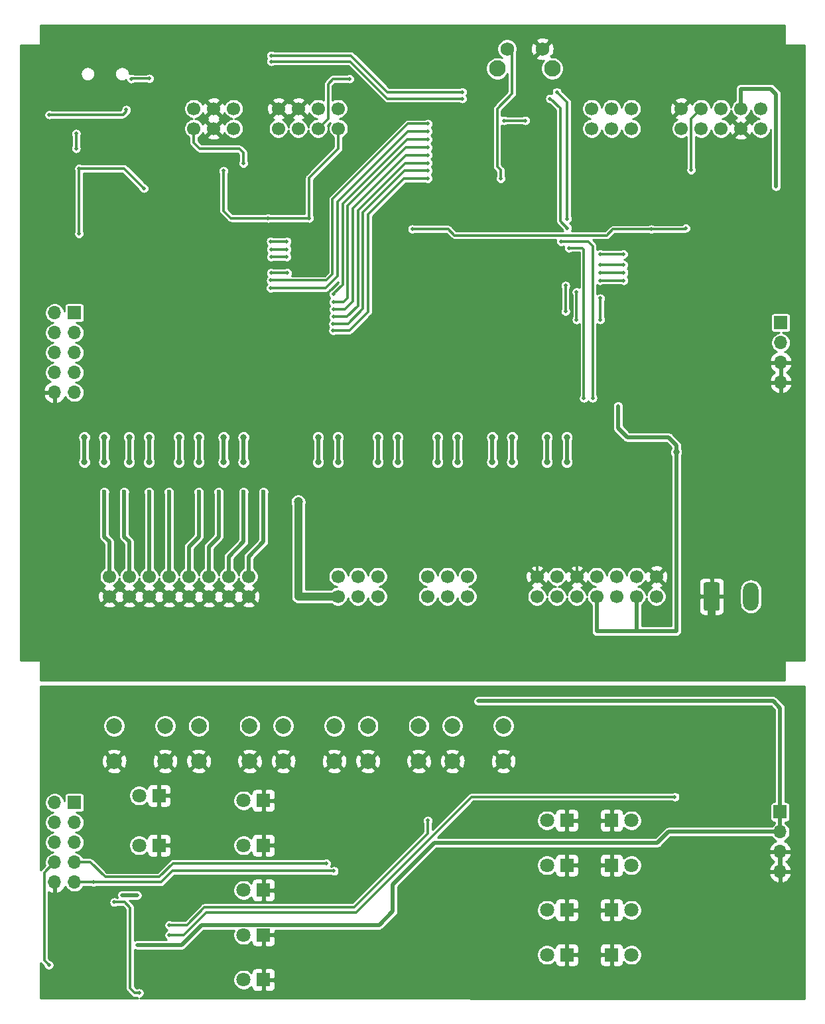
<source format=gbr>
G04 #@! TF.GenerationSoftware,KiCad,Pcbnew,(5.1.5)-3*
G04 #@! TF.CreationDate,2020-07-08T07:19:47+02:00*
G04 #@! TF.ProjectId,SBIO3,5342494f-332e-46b6-9963-61645f706362,rev?*
G04 #@! TF.SameCoordinates,Original*
G04 #@! TF.FileFunction,Copper,L2,Bot*
G04 #@! TF.FilePolarity,Positive*
%FSLAX46Y46*%
G04 Gerber Fmt 4.6, Leading zero omitted, Abs format (unit mm)*
G04 Created by KiCad (PCBNEW (5.1.5)-3) date 2020-07-08 07:19:47*
%MOMM*%
%LPD*%
G04 APERTURE LIST*
%ADD10C,1.700000*%
%ADD11C,1.800000*%
%ADD12R,1.800000X1.800000*%
%ADD13O,1.700000X1.700000*%
%ADD14R,1.700000X1.700000*%
%ADD15C,2.100000*%
%ADD16C,1.750000*%
%ADD17O,2.000000X3.600000*%
%ADD18C,0.100000*%
%ADD19C,2.000000*%
%ADD20C,0.500000*%
%ADD21C,0.800000*%
%ADD22C,1.200000*%
%ADD23C,0.600000*%
%ADD24C,0.300000*%
%ADD25C,1.000000*%
%ADD26C,0.500000*%
%ADD27C,0.250000*%
%ADD28C,0.254000*%
G04 APERTURE END LIST*
D10*
X146050000Y-58420000D03*
X148590000Y-58420000D03*
X151130000Y-58420000D03*
X146050000Y-60960000D03*
X148590000Y-60960000D03*
X151130000Y-60960000D03*
X100330000Y-60960000D03*
X97790000Y-60960000D03*
X95250000Y-60960000D03*
X100330000Y-58420000D03*
X97790000Y-58420000D03*
X95250000Y-58420000D03*
D11*
X88265000Y-146050000D03*
D12*
X90805000Y-146050000D03*
D11*
X88265000Y-152400000D03*
D12*
X90805000Y-152400000D03*
D13*
X170116500Y-155765500D03*
X170116500Y-153225500D03*
X170116500Y-150685500D03*
D14*
X170116500Y-148145500D03*
D15*
X134005000Y-53290000D03*
D16*
X135255000Y-50800000D03*
X139755000Y-50800000D03*
D15*
X141015000Y-53290000D03*
D13*
X77470000Y-157099000D03*
X80010000Y-157099000D03*
X77470000Y-154559000D03*
X80010000Y-154559000D03*
X77470000Y-152019000D03*
X80010000Y-152019000D03*
X77470000Y-149479000D03*
X80010000Y-149479000D03*
X77470000Y-146939000D03*
D14*
X80010000Y-146939000D03*
D13*
X170180000Y-93345000D03*
X170180000Y-90805000D03*
X170180000Y-88265000D03*
D14*
X170180000Y-85725000D03*
D13*
X77470000Y-94615000D03*
X80010000Y-94615000D03*
X77470000Y-92075000D03*
X80010000Y-92075000D03*
X77470000Y-89535000D03*
X80010000Y-89535000D03*
X77470000Y-86995000D03*
X80010000Y-86995000D03*
X77470000Y-84455000D03*
D14*
X80010000Y-84455000D03*
D17*
X166370000Y-120650000D03*
G04 #@! TA.AperFunction,ComponentPad*
D18*
G36*
X162144504Y-118851204D02*
G01*
X162168773Y-118854804D01*
X162192571Y-118860765D01*
X162215671Y-118869030D01*
X162237849Y-118879520D01*
X162258893Y-118892133D01*
X162278598Y-118906747D01*
X162296777Y-118923223D01*
X162313253Y-118941402D01*
X162327867Y-118961107D01*
X162340480Y-118982151D01*
X162350970Y-119004329D01*
X162359235Y-119027429D01*
X162365196Y-119051227D01*
X162368796Y-119075496D01*
X162370000Y-119100000D01*
X162370000Y-122200000D01*
X162368796Y-122224504D01*
X162365196Y-122248773D01*
X162359235Y-122272571D01*
X162350970Y-122295671D01*
X162340480Y-122317849D01*
X162327867Y-122338893D01*
X162313253Y-122358598D01*
X162296777Y-122376777D01*
X162278598Y-122393253D01*
X162258893Y-122407867D01*
X162237849Y-122420480D01*
X162215671Y-122430970D01*
X162192571Y-122439235D01*
X162168773Y-122445196D01*
X162144504Y-122448796D01*
X162120000Y-122450000D01*
X160620000Y-122450000D01*
X160595496Y-122448796D01*
X160571227Y-122445196D01*
X160547429Y-122439235D01*
X160524329Y-122430970D01*
X160502151Y-122420480D01*
X160481107Y-122407867D01*
X160461402Y-122393253D01*
X160443223Y-122376777D01*
X160426747Y-122358598D01*
X160412133Y-122338893D01*
X160399520Y-122317849D01*
X160389030Y-122295671D01*
X160380765Y-122272571D01*
X160374804Y-122248773D01*
X160371204Y-122224504D01*
X160370000Y-122200000D01*
X160370000Y-119100000D01*
X160371204Y-119075496D01*
X160374804Y-119051227D01*
X160380765Y-119027429D01*
X160389030Y-119004329D01*
X160399520Y-118982151D01*
X160412133Y-118961107D01*
X160426747Y-118941402D01*
X160443223Y-118923223D01*
X160461402Y-118906747D01*
X160481107Y-118892133D01*
X160502151Y-118879520D01*
X160524329Y-118869030D01*
X160547429Y-118860765D01*
X160571227Y-118854804D01*
X160595496Y-118851204D01*
X160620000Y-118850000D01*
X162120000Y-118850000D01*
X162144504Y-118851204D01*
G37*
G04 #@! TD.AperFunction*
D10*
X139065000Y-120650000D03*
X141605000Y-120650000D03*
X144145000Y-120650000D03*
X146685000Y-120650000D03*
X149225000Y-120650000D03*
X151765000Y-120650000D03*
X154305000Y-120650000D03*
X154305000Y-118110000D03*
X151765000Y-118110000D03*
X149225000Y-118110000D03*
X146685000Y-118110000D03*
X144145000Y-118110000D03*
X141605000Y-118110000D03*
X139065000Y-118110000D03*
X130175000Y-120650000D03*
X127635000Y-120650000D03*
X125095000Y-120650000D03*
X130175000Y-118110000D03*
X127635000Y-118110000D03*
X125095000Y-118110000D03*
X118745000Y-120650000D03*
X116205000Y-120650000D03*
X113665000Y-120650000D03*
X118745000Y-118110000D03*
X116205000Y-118110000D03*
X113665000Y-118110000D03*
X102235000Y-120650000D03*
X99695000Y-120650000D03*
X97155000Y-120650000D03*
X94615000Y-120650000D03*
X92075000Y-120650000D03*
X89535000Y-120650000D03*
X86995000Y-120650000D03*
X84455000Y-120650000D03*
X102235000Y-118110000D03*
X99695000Y-118110000D03*
X97155000Y-118110000D03*
X94615000Y-118110000D03*
X92075000Y-118110000D03*
X89535000Y-118110000D03*
X86995000Y-118110000D03*
X84455000Y-118110000D03*
X167640000Y-60960000D03*
X165100000Y-60960000D03*
X162560000Y-60960000D03*
X160020000Y-60960000D03*
X157480000Y-60960000D03*
X167640000Y-58420000D03*
X165100000Y-58420000D03*
X162560000Y-58420000D03*
X160020000Y-58420000D03*
X157480000Y-58420000D03*
X113715800Y-60960000D03*
X111125000Y-60960000D03*
X108585000Y-60960000D03*
X106045000Y-60960000D03*
X113665000Y-58420000D03*
X111125000Y-58420000D03*
X108585000Y-58420000D03*
X106045000Y-58420000D03*
D12*
X104140000Y-169545000D03*
D11*
X101600000Y-169545000D03*
X101600000Y-163830000D03*
D12*
X104140000Y-163830000D03*
D11*
X101600000Y-158115000D03*
D12*
X104140000Y-158115000D03*
D11*
X101600000Y-152400000D03*
D12*
X104140000Y-152400000D03*
D11*
X101600000Y-146685000D03*
D12*
X104140000Y-146685000D03*
D11*
X151130000Y-149225000D03*
D12*
X148590000Y-149225000D03*
D11*
X140335000Y-149225000D03*
D12*
X142875000Y-149225000D03*
X148590000Y-166370000D03*
D11*
X151130000Y-166370000D03*
D12*
X142875000Y-166370000D03*
D11*
X140335000Y-166370000D03*
D12*
X148590000Y-160655000D03*
D11*
X151130000Y-160655000D03*
D12*
X142875000Y-160655000D03*
D11*
X140335000Y-160655000D03*
D12*
X148590000Y-154940000D03*
D11*
X151130000Y-154940000D03*
X140335000Y-154940000D03*
D12*
X142875000Y-154940000D03*
D19*
X123975000Y-137160000D03*
X123975000Y-141660000D03*
X117475000Y-137160000D03*
X117475000Y-141660000D03*
X85090000Y-141660000D03*
X85090000Y-137160000D03*
X91590000Y-141660000D03*
X91590000Y-137160000D03*
X113180000Y-137160000D03*
X113180000Y-141660000D03*
X106680000Y-137160000D03*
X106680000Y-141660000D03*
X95885000Y-141660000D03*
X95885000Y-137160000D03*
X102385000Y-141660000D03*
X102385000Y-137160000D03*
X134770000Y-137160000D03*
X134770000Y-141660000D03*
X128270000Y-137160000D03*
X128270000Y-141660000D03*
D20*
X158070000Y-73660000D03*
X153670000Y-73800000D03*
X123140000Y-73790000D03*
X107170000Y-79370000D03*
X105110000Y-79370000D03*
D21*
X146950000Y-111910000D03*
X137105000Y-126325000D03*
D20*
X156210000Y-98425000D03*
X152930000Y-92580000D03*
X88165000Y-62545000D03*
X152400000Y-95250000D03*
X151130000Y-71755000D03*
X120740000Y-71470000D03*
X121920000Y-69500000D03*
X163830000Y-91620000D03*
X80190000Y-54470000D03*
X76810000Y-54810000D03*
X145415000Y-66040000D03*
X79248000Y-165100000D03*
X141478000Y-138493500D03*
X156718000Y-140208000D03*
X164338000Y-155257500D03*
X163830000Y-165481000D03*
D21*
X156845000Y-102235000D03*
D20*
X169590000Y-68340000D03*
X142710000Y-84280000D03*
X142710000Y-80990000D03*
X149410000Y-96360000D03*
X109990000Y-72390000D03*
X104740000Y-72390000D03*
X99060000Y-66340000D03*
X165100000Y-55880000D03*
X131572000Y-133985000D03*
X120650000Y-159385000D03*
X88011000Y-165100000D03*
X88011000Y-158750000D03*
X86106000Y-158750000D03*
D22*
X108585000Y-108585000D03*
D21*
X113665000Y-103505000D03*
X113665000Y-100330000D03*
X111125000Y-103505000D03*
X111125000Y-100330000D03*
X121285000Y-103505000D03*
X121285000Y-100330000D03*
X118745000Y-103505000D03*
X118745000Y-100330000D03*
X128905000Y-103505000D03*
X128905000Y-100330000D03*
X126365000Y-103505000D03*
X126365000Y-100330000D03*
X135890000Y-103505000D03*
X135890000Y-100330000D03*
X133350000Y-103505000D03*
X133350000Y-100330000D03*
X142875000Y-103505000D03*
X142875000Y-100330000D03*
X140335000Y-103505000D03*
X140335000Y-100330000D03*
X83820000Y-103505000D03*
X83820000Y-100330000D03*
X81280000Y-103505000D03*
X81280000Y-100330000D03*
X89535000Y-103505000D03*
X89535000Y-100330000D03*
X86995000Y-103505000D03*
X86995000Y-100330000D03*
X95885000Y-103505000D03*
X95885000Y-100330000D03*
X93345000Y-103505000D03*
X93345000Y-100330000D03*
X101600000Y-103505000D03*
X101600000Y-100330000D03*
X99060000Y-103505000D03*
X99060000Y-100330000D03*
D20*
X134870000Y-59930000D03*
X137560000Y-59930000D03*
X107120000Y-77330000D03*
X105110000Y-77330000D03*
X105080000Y-75340000D03*
X107120000Y-75340000D03*
X105110000Y-76370000D03*
X107120000Y-76370000D03*
X147110000Y-80340000D03*
X150130000Y-80340000D03*
X158760000Y-66250000D03*
X147130000Y-79320000D03*
X150140000Y-79320000D03*
X147130000Y-78330000D03*
X150130000Y-78330000D03*
X147130000Y-76990000D03*
X150120000Y-76990000D03*
X146170000Y-95320000D03*
X142130000Y-75380000D03*
X145060000Y-95340000D03*
X143140000Y-76180000D03*
X86630000Y-58560000D03*
X76810000Y-59180000D03*
X87260000Y-54590000D03*
X89570000Y-54580000D03*
X80235000Y-61595000D03*
X80235000Y-63485000D03*
X115140000Y-54610000D03*
X142930000Y-72460000D03*
X141600000Y-56300000D03*
X129540000Y-56290000D03*
X105150000Y-51630000D03*
X140730000Y-57130000D03*
X129530000Y-57130000D03*
X142940000Y-73640000D03*
X105140000Y-52390000D03*
X144130000Y-85330000D03*
X144130000Y-81790000D03*
X147130000Y-85330000D03*
X147130000Y-82590000D03*
X101600000Y-65405000D03*
X125130000Y-60340000D03*
X105090000Y-80320000D03*
X125130000Y-61330000D03*
X105060000Y-81290000D03*
X125120000Y-62330000D03*
X113090000Y-82090000D03*
X125120000Y-63360000D03*
X113090000Y-83070000D03*
X125120000Y-64330000D03*
X113080000Y-84040000D03*
X125150000Y-65350000D03*
X113070000Y-84940000D03*
X113060000Y-85860000D03*
X125140000Y-66320000D03*
X113050000Y-86710000D03*
X125150000Y-67340000D03*
X80610000Y-66040000D03*
X80610000Y-74360000D03*
X88900000Y-68580000D03*
D23*
X86360000Y-107315000D03*
X83820000Y-107315000D03*
X92075000Y-107315000D03*
X89535000Y-107315000D03*
X98425000Y-107315000D03*
X95885000Y-107315000D03*
X104140000Y-107315000D03*
X101600000Y-107315000D03*
D20*
X82469000Y-157099000D03*
X113140000Y-155680000D03*
X76740000Y-167650000D03*
X112190000Y-154690000D03*
X92130000Y-163830000D03*
X156660000Y-146210000D03*
X92130000Y-162560000D03*
X125140000Y-149240000D03*
X85120000Y-159660000D03*
X88280000Y-171240000D03*
X134430000Y-67355000D03*
D24*
X157940000Y-73790000D02*
X158070000Y-73660000D01*
X157930000Y-73800000D02*
X158070000Y-73660000D01*
X153670000Y-73800000D02*
X157930000Y-73800000D01*
X153670000Y-73800000D02*
X148780000Y-73800000D01*
X148780000Y-73800000D02*
X148000000Y-74580000D01*
X148000000Y-74580000D02*
X128550000Y-74580000D01*
X128550000Y-74580000D02*
X127760000Y-73790000D01*
X127760000Y-73790000D02*
X123140000Y-73790000D01*
X107170000Y-79370000D02*
X105110000Y-79370000D01*
X144145000Y-115570000D02*
X144145000Y-114845000D01*
X144145000Y-114845000D02*
X142840000Y-113540000D01*
X142840000Y-113540000D02*
X140120000Y-113540000D01*
X139065000Y-114595000D02*
X139065000Y-115570000D01*
X140120000Y-113540000D02*
X139065000Y-114595000D01*
X144145000Y-115570000D02*
X144145000Y-114715000D01*
X144145000Y-114715000D02*
X146950000Y-111910000D01*
D25*
X160695000Y-126325000D02*
X161370000Y-125650000D01*
X137105000Y-126325000D02*
X160695000Y-126325000D01*
X161370000Y-125650000D02*
X161370000Y-120650000D01*
D24*
X156210000Y-98425000D02*
X156210000Y-93345000D01*
X156210000Y-93345000D02*
X153670000Y-93345000D01*
X153670000Y-93345000D02*
X153670000Y-93330000D01*
X153670000Y-93330000D02*
X152930000Y-92590000D01*
X152930000Y-92590000D02*
X152930000Y-92580000D01*
X153670000Y-93330000D02*
X153670000Y-93340000D01*
X148590000Y-154940000D02*
X148590000Y-160655000D01*
X142875000Y-160655000D02*
X142875000Y-166370000D01*
X148590000Y-160655000D02*
X148590000Y-166370000D01*
X142875000Y-154940000D02*
X142875000Y-160655000D01*
D26*
X170116500Y-153225500D02*
X170116500Y-155765500D01*
D24*
X144145000Y-115570000D02*
X144145000Y-118110000D01*
X139065000Y-115570000D02*
X139065000Y-118110000D01*
X80190000Y-54470000D02*
X77130000Y-54470000D01*
X77130000Y-54470000D02*
X76810000Y-54790000D01*
X76810000Y-54790000D02*
X76810000Y-54810000D01*
X165100000Y-60960000D02*
X165030000Y-60960000D01*
D26*
X165100000Y-60325000D02*
X165100000Y-60960000D01*
D24*
X142710000Y-84030000D02*
X142710000Y-84280000D01*
X142710000Y-80990000D02*
X142710000Y-84030000D01*
D26*
X156845000Y-102235000D02*
X156845000Y-101335000D01*
X156845000Y-101335000D02*
X155860000Y-100350000D01*
X155860000Y-100350000D02*
X150620000Y-100350000D01*
X150620000Y-100350000D02*
X149410000Y-99140000D01*
X149410000Y-99140000D02*
X149410000Y-96360000D01*
D24*
X109990000Y-72390000D02*
X104740000Y-72390000D01*
X109990000Y-67225800D02*
X113715800Y-63500000D01*
X109990000Y-72390000D02*
X109990000Y-67225800D01*
X104740000Y-72390000D02*
X100000000Y-72390000D01*
X100000000Y-72390000D02*
X99060000Y-71450000D01*
X99060000Y-71450000D02*
X99060000Y-66340000D01*
D26*
X170116500Y-148145500D02*
X170116500Y-150685500D01*
X170116500Y-148145500D02*
X170116500Y-134874000D01*
X170116500Y-134874000D02*
X169227500Y-133985000D01*
X169227500Y-133985000D02*
X131572000Y-133985000D01*
X170116500Y-150685500D02*
X155829000Y-150685500D01*
X155829000Y-150685500D02*
X154432000Y-152082500D01*
X154432000Y-152082500D02*
X125984000Y-152082500D01*
X125984000Y-152082500D02*
X120650000Y-157416500D01*
X120650000Y-157416500D02*
X120650000Y-159385000D01*
X120650000Y-159385000D02*
X120650000Y-160845500D01*
X120650000Y-160845500D02*
X118935500Y-162560000D01*
X118935500Y-162560000D02*
X96266000Y-162560000D01*
X96266000Y-162560000D02*
X93726000Y-165100000D01*
X93726000Y-165100000D02*
X88011000Y-165100000D01*
X88011000Y-158750000D02*
X86106000Y-158750000D01*
X146685000Y-120650000D02*
X146685000Y-125095000D01*
X146685000Y-125095000D02*
X151765000Y-125095000D01*
X151765000Y-125095000D02*
X151765000Y-120650000D01*
X156845000Y-125095000D02*
X151765000Y-125095000D01*
X156845000Y-102235000D02*
X156845000Y-125095000D01*
D24*
X113715800Y-63500000D02*
X113715800Y-60960000D01*
D26*
X168910000Y-55880000D02*
X165100000Y-55880000D01*
X169590000Y-68340000D02*
X169590000Y-56560000D01*
X169590000Y-56560000D02*
X168910000Y-55880000D01*
X165100000Y-58420000D02*
X165100000Y-55880000D01*
D25*
X108585000Y-120650000D02*
X113665000Y-120650000D01*
X108585000Y-108585000D02*
X108585000Y-120650000D01*
D26*
X113665000Y-103505000D02*
X113665000Y-100330000D01*
X111125000Y-103505000D02*
X111125000Y-100330000D01*
X121285000Y-103505000D02*
X121285000Y-100330000D01*
X118745000Y-103505000D02*
X118745000Y-100330000D01*
X128905000Y-103505000D02*
X128905000Y-100330000D01*
X126365000Y-103505000D02*
X126365000Y-100330000D01*
X135890000Y-103505000D02*
X135890000Y-100330000D01*
X133350000Y-103505000D02*
X133350000Y-100330000D01*
X142875000Y-103505000D02*
X142875000Y-100330000D01*
X140335000Y-103505000D02*
X140335000Y-100330000D01*
X83820000Y-103505000D02*
X83820000Y-100330000D01*
X81280000Y-103505000D02*
X81280000Y-100330000D01*
X89535000Y-103505000D02*
X89535000Y-100330000D01*
X86995000Y-103505000D02*
X86995000Y-100330000D01*
X95885000Y-103505000D02*
X95885000Y-100330000D01*
X93345000Y-103505000D02*
X93345000Y-100330000D01*
X101600000Y-103505000D02*
X101600000Y-100330000D01*
X99060000Y-103505000D02*
X99060000Y-100330000D01*
D24*
X134870000Y-59930000D02*
X137560000Y-59930000D01*
X105110000Y-77330000D02*
X107120000Y-77330000D01*
X105080000Y-75340000D02*
X107120000Y-75340000D01*
X105110000Y-76370000D02*
X107120000Y-76370000D01*
X147110000Y-80340000D02*
X150130000Y-80340000D01*
X158760000Y-59680000D02*
X160020000Y-58420000D01*
X158760000Y-66250000D02*
X158760000Y-59680000D01*
X147130000Y-79320000D02*
X150140000Y-79320000D01*
X147130000Y-78330000D02*
X148460000Y-78330000D01*
X148460000Y-78330000D02*
X150130000Y-78330000D01*
X147130000Y-76990000D02*
X150120000Y-76990000D01*
X146170000Y-95320000D02*
X146170000Y-94140000D01*
X146170000Y-94140000D02*
X146170000Y-77540000D01*
X146170000Y-77540000D02*
X146170000Y-75930000D01*
X146170000Y-75930000D02*
X145620000Y-75380000D01*
X145620000Y-75380000D02*
X142130000Y-75380000D01*
X145060000Y-95340000D02*
X145060000Y-86230000D01*
X145060000Y-86230000D02*
X145060000Y-77690000D01*
X145060000Y-77690000D02*
X145060000Y-76640000D01*
X145060000Y-76640000D02*
X145060000Y-76390000D01*
X145060000Y-76390000D02*
X144850000Y-76180000D01*
X144850000Y-76180000D02*
X143140000Y-76180000D01*
X76810000Y-59180000D02*
X86235000Y-59180000D01*
X86630000Y-58785000D02*
X86630000Y-58560000D01*
X86235000Y-59180000D02*
X86630000Y-58785000D01*
X87260000Y-54590000D02*
X87270000Y-54580000D01*
X87270000Y-54580000D02*
X89570000Y-54580000D01*
X80235000Y-61595000D02*
X80235000Y-63485000D01*
X115140000Y-54610000D02*
X113060000Y-54610000D01*
X113060000Y-54610000D02*
X112390000Y-55280000D01*
X112390000Y-59695000D02*
X111125000Y-60960000D01*
X112390000Y-55280000D02*
X112390000Y-59695000D01*
X142930000Y-70790000D02*
X142930000Y-72460000D01*
X142930000Y-70670000D02*
X142930000Y-70790000D01*
X142930000Y-70670000D02*
X142930000Y-57630000D01*
X142930000Y-57630000D02*
X141600000Y-56300000D01*
X129540000Y-56290000D02*
X119970000Y-56290000D01*
X119970000Y-56290000D02*
X115310000Y-51630000D01*
X115310000Y-51630000D02*
X105150000Y-51630000D01*
X140810000Y-57130000D02*
X142060000Y-58380000D01*
X142060000Y-58380000D02*
X142060000Y-69380000D01*
D27*
X140730000Y-57130000D02*
X140810000Y-57130000D01*
D24*
X119930000Y-57130000D02*
X129530000Y-57130000D01*
X115190000Y-52390000D02*
X119930000Y-57130000D01*
X105140000Y-52390000D02*
X115190000Y-52390000D01*
X142060000Y-69380000D02*
X142060000Y-72760000D01*
X142060000Y-72760000D02*
X142940000Y-73640000D01*
X144130000Y-85330000D02*
X144130000Y-81790000D01*
X147130000Y-85330000D02*
X147130000Y-82590000D01*
X95250000Y-62750000D02*
X95250000Y-60960000D01*
X96040000Y-63540000D02*
X95250000Y-62750000D01*
X101090000Y-63540000D02*
X96040000Y-63540000D01*
X101600000Y-65405000D02*
X101600000Y-64050000D01*
X101600000Y-64050000D02*
X101090000Y-63540000D01*
X125130000Y-60340000D02*
X122600000Y-60340000D01*
X122600000Y-60340000D02*
X112970000Y-69970000D01*
X112970000Y-69970000D02*
X112970000Y-79550000D01*
X112970000Y-79550000D02*
X112200000Y-80320000D01*
X112200000Y-80320000D02*
X105090000Y-80320000D01*
X125130000Y-61330000D02*
X122600000Y-61330000D01*
X122600000Y-61330000D02*
X113620000Y-70310000D01*
X113620000Y-70310000D02*
X113620000Y-79780000D01*
X113620000Y-79780000D02*
X112110000Y-81290000D01*
X112110000Y-81290000D02*
X105060000Y-81290000D01*
X125120000Y-62330000D02*
X122480000Y-62330000D01*
X113090000Y-82020000D02*
X113090000Y-82090000D01*
X122480000Y-62330000D02*
X114250000Y-70560000D01*
X114250000Y-70560000D02*
X114250000Y-80860000D01*
X114250000Y-80860000D02*
X113090000Y-82020000D01*
X125120000Y-63360000D02*
X122320000Y-63360000D01*
X122320000Y-63360000D02*
X114870000Y-70810000D01*
X114870000Y-70810000D02*
X114870000Y-82560000D01*
X114870000Y-82560000D02*
X114360000Y-83070000D01*
X114360000Y-83070000D02*
X113090000Y-83070000D01*
X125120000Y-64330000D02*
X122350000Y-64330000D01*
X122350000Y-64330000D02*
X115570000Y-71110000D01*
X115570000Y-71110000D02*
X115570000Y-82980000D01*
X115570000Y-82980000D02*
X114510000Y-84040000D01*
X114510000Y-84040000D02*
X113080000Y-84040000D01*
X125150000Y-65350000D02*
X122230000Y-65350000D01*
X122230000Y-65350000D02*
X116200000Y-71380000D01*
X116200000Y-71380000D02*
X116200000Y-83560000D01*
X116200000Y-83560000D02*
X114830000Y-84930000D01*
X114830000Y-84930000D02*
X113080000Y-84930000D01*
X113080000Y-84930000D02*
X113070000Y-84940000D01*
X125140000Y-66320000D02*
X122170000Y-66320000D01*
X114940000Y-85860000D02*
X113060000Y-85860000D01*
X116850000Y-71640000D02*
X116850000Y-83950000D01*
X122170000Y-66320000D02*
X116850000Y-71640000D01*
X116850000Y-83950000D02*
X114940000Y-85860000D01*
X113080000Y-86740000D02*
X113050000Y-86710000D01*
X117490000Y-71940000D02*
X117490000Y-84350000D01*
X122090000Y-67340000D02*
X117490000Y-71940000D01*
X117490000Y-84350000D02*
X115100000Y-86740000D01*
X125150000Y-67340000D02*
X122090000Y-67340000D01*
X115100000Y-86740000D02*
X113080000Y-86740000D01*
X80610000Y-66040000D02*
X80610000Y-74360000D01*
X80610000Y-66040000D02*
X86360000Y-66040000D01*
X86360000Y-66040000D02*
X88900000Y-68580000D01*
D26*
X86360000Y-107315000D02*
X86360000Y-113030000D01*
X86995000Y-113665000D02*
X86995000Y-115570000D01*
X86360000Y-113030000D02*
X86995000Y-113665000D01*
X86995000Y-115570000D02*
X86995000Y-118110000D01*
X83820000Y-107315000D02*
X83820000Y-113030000D01*
X84455000Y-113665000D02*
X84455000Y-115570000D01*
X83820000Y-113030000D02*
X84455000Y-113665000D01*
X84455000Y-115570000D02*
X84455000Y-118110000D01*
X92075000Y-115570000D02*
X92075000Y-118110000D01*
X92075000Y-107315000D02*
X92075000Y-115570000D01*
X89535000Y-115570000D02*
X89535000Y-118110000D01*
X89535000Y-107315000D02*
X89535000Y-115570000D01*
X98425000Y-107315000D02*
X98425000Y-113030000D01*
X98425000Y-113030000D02*
X97155000Y-114300000D01*
X97155000Y-114300000D02*
X97155000Y-115570000D01*
X97155000Y-115570000D02*
X97155000Y-118110000D01*
X95885000Y-107315000D02*
X95885000Y-113030000D01*
X95885000Y-113030000D02*
X94615000Y-114300000D01*
X94615000Y-114300000D02*
X94615000Y-115570000D01*
X94615000Y-115570000D02*
X94615000Y-118110000D01*
X104140000Y-113665000D02*
X102235000Y-115570000D01*
X104140000Y-107315000D02*
X104140000Y-113665000D01*
X102235000Y-115570000D02*
X102235000Y-118110000D01*
X101600000Y-113665000D02*
X99695000Y-115570000D01*
X101600000Y-107315000D02*
X101600000Y-113665000D01*
X99695000Y-115570000D02*
X99695000Y-118110000D01*
D24*
X80010000Y-157099000D02*
X82469000Y-157099000D01*
X82469000Y-157099000D02*
X91091000Y-157099000D01*
X91091000Y-157099000D02*
X92510000Y-155680000D01*
X92510000Y-155680000D02*
X113140000Y-155680000D01*
X77470000Y-154559000D02*
X77470000Y-154570000D01*
X77470000Y-154570000D02*
X76150000Y-155890000D01*
X76150000Y-155890000D02*
X76150000Y-167060000D01*
X76150000Y-167060000D02*
X76740000Y-167650000D01*
X80010000Y-154559000D02*
X82069000Y-154559000D01*
X82069000Y-154559000D02*
X83940000Y-156430000D01*
X83940000Y-156430000D02*
X90840000Y-156430000D01*
X90840000Y-156430000D02*
X92580000Y-154690000D01*
X92580000Y-154690000D02*
X112190000Y-154690000D01*
X92130000Y-163830000D02*
X94000000Y-163830000D01*
X94000000Y-163830000D02*
X96870000Y-160960000D01*
X96870000Y-160960000D02*
X116000000Y-160960000D01*
X116000000Y-160960000D02*
X130750000Y-146210000D01*
X130750000Y-146210000D02*
X156660000Y-146210000D01*
X92130000Y-162560000D02*
X94370000Y-162560000D01*
X94370000Y-162560000D02*
X96620000Y-160310000D01*
X96620000Y-160310000D02*
X115750000Y-160310000D01*
X115750000Y-160310000D02*
X125140000Y-150920000D01*
X125140000Y-150920000D02*
X125140000Y-149240000D01*
X85120000Y-159660000D02*
X85850000Y-159660000D01*
X85850000Y-159660000D02*
X86440000Y-159660000D01*
X86440000Y-159660000D02*
X87120000Y-160340000D01*
X87120000Y-160340000D02*
X87120000Y-170050000D01*
X87120000Y-170050000D02*
X87120000Y-170640000D01*
X87120000Y-170640000D02*
X87720000Y-171240000D01*
X87720000Y-171240000D02*
X88280000Y-171240000D01*
X135255000Y-50800000D02*
X135890000Y-51435000D01*
X135890000Y-51435000D02*
X135890000Y-55880000D01*
X135890000Y-55880000D02*
X135890000Y-56515000D01*
X135890000Y-56515000D02*
X133985000Y-58420000D01*
X133985000Y-58420000D02*
X133985000Y-65405000D01*
X133985000Y-65405000D02*
X133985000Y-65810000D01*
X133985000Y-65810000D02*
X134430000Y-66255000D01*
X134430000Y-66255000D02*
X134430000Y-67355000D01*
D28*
G36*
X170688000Y-50165000D02*
G01*
X170690440Y-50189776D01*
X170697667Y-50213601D01*
X170709403Y-50235557D01*
X170725197Y-50254803D01*
X170744443Y-50270597D01*
X170766399Y-50282333D01*
X170790224Y-50289560D01*
X170815000Y-50292000D01*
X173228000Y-50292000D01*
X173228000Y-128778000D01*
X170815000Y-128778000D01*
X170790224Y-128780440D01*
X170766399Y-128787667D01*
X170744443Y-128799403D01*
X170725197Y-128815197D01*
X170709403Y-128834443D01*
X170697667Y-128856399D01*
X170690440Y-128880224D01*
X170688000Y-128905000D01*
X170688000Y-131318000D01*
X75692000Y-131318000D01*
X75692000Y-128905000D01*
X75689560Y-128880224D01*
X75682333Y-128856399D01*
X75670597Y-128834443D01*
X75654803Y-128815197D01*
X75635557Y-128799403D01*
X75613601Y-128787667D01*
X75589776Y-128780440D01*
X75565000Y-128778000D01*
X73152000Y-128778000D01*
X73152000Y-121678397D01*
X83606208Y-121678397D01*
X83683843Y-121927472D01*
X83947883Y-122053371D01*
X84231411Y-122125339D01*
X84523531Y-122140611D01*
X84813019Y-122098599D01*
X85088747Y-122000919D01*
X85226157Y-121927472D01*
X85303792Y-121678397D01*
X86146208Y-121678397D01*
X86223843Y-121927472D01*
X86487883Y-122053371D01*
X86771411Y-122125339D01*
X87063531Y-122140611D01*
X87353019Y-122098599D01*
X87628747Y-122000919D01*
X87766157Y-121927472D01*
X87843792Y-121678397D01*
X88686208Y-121678397D01*
X88763843Y-121927472D01*
X89027883Y-122053371D01*
X89311411Y-122125339D01*
X89603531Y-122140611D01*
X89893019Y-122098599D01*
X90168747Y-122000919D01*
X90306157Y-121927472D01*
X90383792Y-121678397D01*
X91226208Y-121678397D01*
X91303843Y-121927472D01*
X91567883Y-122053371D01*
X91851411Y-122125339D01*
X92143531Y-122140611D01*
X92433019Y-122098599D01*
X92708747Y-122000919D01*
X92846157Y-121927472D01*
X92923792Y-121678397D01*
X93766208Y-121678397D01*
X93843843Y-121927472D01*
X94107883Y-122053371D01*
X94391411Y-122125339D01*
X94683531Y-122140611D01*
X94973019Y-122098599D01*
X95248747Y-122000919D01*
X95386157Y-121927472D01*
X95463792Y-121678397D01*
X96306208Y-121678397D01*
X96383843Y-121927472D01*
X96647883Y-122053371D01*
X96931411Y-122125339D01*
X97223531Y-122140611D01*
X97513019Y-122098599D01*
X97788747Y-122000919D01*
X97926157Y-121927472D01*
X98003792Y-121678397D01*
X98846208Y-121678397D01*
X98923843Y-121927472D01*
X99187883Y-122053371D01*
X99471411Y-122125339D01*
X99763531Y-122140611D01*
X100053019Y-122098599D01*
X100328747Y-122000919D01*
X100466157Y-121927472D01*
X100543792Y-121678397D01*
X101386208Y-121678397D01*
X101463843Y-121927472D01*
X101727883Y-122053371D01*
X102011411Y-122125339D01*
X102303531Y-122140611D01*
X102593019Y-122098599D01*
X102868747Y-122000919D01*
X103006157Y-121927472D01*
X103083792Y-121678397D01*
X102235000Y-120829605D01*
X101386208Y-121678397D01*
X100543792Y-121678397D01*
X99695000Y-120829605D01*
X98846208Y-121678397D01*
X98003792Y-121678397D01*
X97155000Y-120829605D01*
X96306208Y-121678397D01*
X95463792Y-121678397D01*
X94615000Y-120829605D01*
X93766208Y-121678397D01*
X92923792Y-121678397D01*
X92075000Y-120829605D01*
X91226208Y-121678397D01*
X90383792Y-121678397D01*
X89535000Y-120829605D01*
X88686208Y-121678397D01*
X87843792Y-121678397D01*
X86995000Y-120829605D01*
X86146208Y-121678397D01*
X85303792Y-121678397D01*
X84455000Y-120829605D01*
X83606208Y-121678397D01*
X73152000Y-121678397D01*
X73152000Y-120718531D01*
X82964389Y-120718531D01*
X83006401Y-121008019D01*
X83104081Y-121283747D01*
X83177528Y-121421157D01*
X83426603Y-121498792D01*
X84275395Y-120650000D01*
X84634605Y-120650000D01*
X85483397Y-121498792D01*
X85725000Y-121423486D01*
X85966603Y-121498792D01*
X86815395Y-120650000D01*
X87174605Y-120650000D01*
X88023397Y-121498792D01*
X88265000Y-121423486D01*
X88506603Y-121498792D01*
X89355395Y-120650000D01*
X89714605Y-120650000D01*
X90563397Y-121498792D01*
X90805000Y-121423486D01*
X91046603Y-121498792D01*
X91895395Y-120650000D01*
X92254605Y-120650000D01*
X93103397Y-121498792D01*
X93345000Y-121423486D01*
X93586603Y-121498792D01*
X94435395Y-120650000D01*
X94794605Y-120650000D01*
X95643397Y-121498792D01*
X95885000Y-121423486D01*
X96126603Y-121498792D01*
X96975395Y-120650000D01*
X97334605Y-120650000D01*
X98183397Y-121498792D01*
X98425000Y-121423486D01*
X98666603Y-121498792D01*
X99515395Y-120650000D01*
X99874605Y-120650000D01*
X100723397Y-121498792D01*
X100965000Y-121423486D01*
X101206603Y-121498792D01*
X102055395Y-120650000D01*
X102414605Y-120650000D01*
X103263397Y-121498792D01*
X103512472Y-121421157D01*
X103638371Y-121157117D01*
X103710339Y-120873589D01*
X103725611Y-120581469D01*
X103683599Y-120291981D01*
X103585919Y-120016253D01*
X103512472Y-119878843D01*
X103263397Y-119801208D01*
X102414605Y-120650000D01*
X102055395Y-120650000D01*
X101206603Y-119801208D01*
X100965000Y-119876514D01*
X100723397Y-119801208D01*
X99874605Y-120650000D01*
X99515395Y-120650000D01*
X98666603Y-119801208D01*
X98425000Y-119876514D01*
X98183397Y-119801208D01*
X97334605Y-120650000D01*
X96975395Y-120650000D01*
X96126603Y-119801208D01*
X95885000Y-119876514D01*
X95643397Y-119801208D01*
X94794605Y-120650000D01*
X94435395Y-120650000D01*
X93586603Y-119801208D01*
X93345000Y-119876514D01*
X93103397Y-119801208D01*
X92254605Y-120650000D01*
X91895395Y-120650000D01*
X91046603Y-119801208D01*
X90805000Y-119876514D01*
X90563397Y-119801208D01*
X89714605Y-120650000D01*
X89355395Y-120650000D01*
X88506603Y-119801208D01*
X88265000Y-119876514D01*
X88023397Y-119801208D01*
X87174605Y-120650000D01*
X86815395Y-120650000D01*
X85966603Y-119801208D01*
X85725000Y-119876514D01*
X85483397Y-119801208D01*
X84634605Y-120650000D01*
X84275395Y-120650000D01*
X83426603Y-119801208D01*
X83177528Y-119878843D01*
X83051629Y-120142883D01*
X82979661Y-120426411D01*
X82964389Y-120718531D01*
X73152000Y-120718531D01*
X73152000Y-107243397D01*
X83093000Y-107243397D01*
X83093000Y-107386603D01*
X83120938Y-107527058D01*
X83143000Y-107580320D01*
X83143001Y-112996745D01*
X83139726Y-113030000D01*
X83152796Y-113162714D01*
X83191508Y-113290329D01*
X83254372Y-113407940D01*
X83317776Y-113485198D01*
X83317777Y-113485199D01*
X83338974Y-113511027D01*
X83364799Y-113532222D01*
X83778000Y-113945423D01*
X83778001Y-115536739D01*
X83778000Y-115536749D01*
X83778001Y-117026522D01*
X83640960Y-117118089D01*
X83463089Y-117295960D01*
X83323337Y-117505114D01*
X83227074Y-117737513D01*
X83178000Y-117984226D01*
X83178000Y-118235774D01*
X83227074Y-118482487D01*
X83323337Y-118714886D01*
X83463089Y-118924040D01*
X83640960Y-119101911D01*
X83850114Y-119241663D01*
X83911526Y-119267101D01*
X83821253Y-119299081D01*
X83683843Y-119372528D01*
X83606208Y-119621603D01*
X84455000Y-120470395D01*
X85303792Y-119621603D01*
X85226157Y-119372528D01*
X85001994Y-119265643D01*
X85059886Y-119241663D01*
X85269040Y-119101911D01*
X85446911Y-118924040D01*
X85586663Y-118714886D01*
X85682926Y-118482487D01*
X85725000Y-118270966D01*
X85767074Y-118482487D01*
X85863337Y-118714886D01*
X86003089Y-118924040D01*
X86180960Y-119101911D01*
X86390114Y-119241663D01*
X86451526Y-119267101D01*
X86361253Y-119299081D01*
X86223843Y-119372528D01*
X86146208Y-119621603D01*
X86995000Y-120470395D01*
X87843792Y-119621603D01*
X87766157Y-119372528D01*
X87541994Y-119265643D01*
X87599886Y-119241663D01*
X87809040Y-119101911D01*
X87986911Y-118924040D01*
X88126663Y-118714886D01*
X88222926Y-118482487D01*
X88265000Y-118270966D01*
X88307074Y-118482487D01*
X88403337Y-118714886D01*
X88543089Y-118924040D01*
X88720960Y-119101911D01*
X88930114Y-119241663D01*
X88991526Y-119267101D01*
X88901253Y-119299081D01*
X88763843Y-119372528D01*
X88686208Y-119621603D01*
X89535000Y-120470395D01*
X90383792Y-119621603D01*
X90306157Y-119372528D01*
X90081994Y-119265643D01*
X90139886Y-119241663D01*
X90349040Y-119101911D01*
X90526911Y-118924040D01*
X90666663Y-118714886D01*
X90762926Y-118482487D01*
X90805000Y-118270966D01*
X90847074Y-118482487D01*
X90943337Y-118714886D01*
X91083089Y-118924040D01*
X91260960Y-119101911D01*
X91470114Y-119241663D01*
X91531526Y-119267101D01*
X91441253Y-119299081D01*
X91303843Y-119372528D01*
X91226208Y-119621603D01*
X92075000Y-120470395D01*
X92923792Y-119621603D01*
X92846157Y-119372528D01*
X92621994Y-119265643D01*
X92679886Y-119241663D01*
X92889040Y-119101911D01*
X93066911Y-118924040D01*
X93206663Y-118714886D01*
X93302926Y-118482487D01*
X93345000Y-118270966D01*
X93387074Y-118482487D01*
X93483337Y-118714886D01*
X93623089Y-118924040D01*
X93800960Y-119101911D01*
X94010114Y-119241663D01*
X94071526Y-119267101D01*
X93981253Y-119299081D01*
X93843843Y-119372528D01*
X93766208Y-119621603D01*
X94615000Y-120470395D01*
X95463792Y-119621603D01*
X95386157Y-119372528D01*
X95161994Y-119265643D01*
X95219886Y-119241663D01*
X95429040Y-119101911D01*
X95606911Y-118924040D01*
X95746663Y-118714886D01*
X95842926Y-118482487D01*
X95885000Y-118270966D01*
X95927074Y-118482487D01*
X96023337Y-118714886D01*
X96163089Y-118924040D01*
X96340960Y-119101911D01*
X96550114Y-119241663D01*
X96611526Y-119267101D01*
X96521253Y-119299081D01*
X96383843Y-119372528D01*
X96306208Y-119621603D01*
X97155000Y-120470395D01*
X98003792Y-119621603D01*
X97926157Y-119372528D01*
X97701994Y-119265643D01*
X97759886Y-119241663D01*
X97969040Y-119101911D01*
X98146911Y-118924040D01*
X98286663Y-118714886D01*
X98382926Y-118482487D01*
X98425000Y-118270966D01*
X98467074Y-118482487D01*
X98563337Y-118714886D01*
X98703089Y-118924040D01*
X98880960Y-119101911D01*
X99090114Y-119241663D01*
X99151526Y-119267101D01*
X99061253Y-119299081D01*
X98923843Y-119372528D01*
X98846208Y-119621603D01*
X99695000Y-120470395D01*
X100543792Y-119621603D01*
X100466157Y-119372528D01*
X100241994Y-119265643D01*
X100299886Y-119241663D01*
X100509040Y-119101911D01*
X100686911Y-118924040D01*
X100826663Y-118714886D01*
X100922926Y-118482487D01*
X100965000Y-118270966D01*
X101007074Y-118482487D01*
X101103337Y-118714886D01*
X101243089Y-118924040D01*
X101420960Y-119101911D01*
X101630114Y-119241663D01*
X101691526Y-119267101D01*
X101601253Y-119299081D01*
X101463843Y-119372528D01*
X101386208Y-119621603D01*
X102235000Y-120470395D01*
X103083792Y-119621603D01*
X103006157Y-119372528D01*
X102781994Y-119265643D01*
X102839886Y-119241663D01*
X103049040Y-119101911D01*
X103226911Y-118924040D01*
X103366663Y-118714886D01*
X103462926Y-118482487D01*
X103512000Y-118235774D01*
X103512000Y-117984226D01*
X103462926Y-117737513D01*
X103366663Y-117505114D01*
X103226911Y-117295960D01*
X103049040Y-117118089D01*
X102912000Y-117026522D01*
X102912000Y-115850422D01*
X104595201Y-114167222D01*
X104621027Y-114146027D01*
X104705628Y-114042941D01*
X104768492Y-113925330D01*
X104807204Y-113797715D01*
X104817000Y-113698252D01*
X104820275Y-113665000D01*
X104817000Y-113631748D01*
X104817000Y-108483849D01*
X107558000Y-108483849D01*
X107558000Y-108686151D01*
X107597467Y-108884565D01*
X107658000Y-109030703D01*
X107658001Y-120604452D01*
X107653515Y-120650000D01*
X107671413Y-120831724D01*
X107724420Y-121006464D01*
X107810499Y-121167505D01*
X107926341Y-121308659D01*
X108067495Y-121424501D01*
X108228536Y-121510580D01*
X108403276Y-121563587D01*
X108539462Y-121577000D01*
X108539463Y-121577000D01*
X108585000Y-121581485D01*
X108630538Y-121577000D01*
X112786049Y-121577000D01*
X112850960Y-121641911D01*
X113060114Y-121781663D01*
X113292513Y-121877926D01*
X113539226Y-121927000D01*
X113790774Y-121927000D01*
X114037487Y-121877926D01*
X114269886Y-121781663D01*
X114479040Y-121641911D01*
X114656911Y-121464040D01*
X114796663Y-121254886D01*
X114892926Y-121022487D01*
X114935000Y-120810966D01*
X114977074Y-121022487D01*
X115073337Y-121254886D01*
X115213089Y-121464040D01*
X115390960Y-121641911D01*
X115600114Y-121781663D01*
X115832513Y-121877926D01*
X116079226Y-121927000D01*
X116330774Y-121927000D01*
X116577487Y-121877926D01*
X116809886Y-121781663D01*
X117019040Y-121641911D01*
X117196911Y-121464040D01*
X117336663Y-121254886D01*
X117432926Y-121022487D01*
X117475000Y-120810966D01*
X117517074Y-121022487D01*
X117613337Y-121254886D01*
X117753089Y-121464040D01*
X117930960Y-121641911D01*
X118140114Y-121781663D01*
X118372513Y-121877926D01*
X118619226Y-121927000D01*
X118870774Y-121927000D01*
X119117487Y-121877926D01*
X119349886Y-121781663D01*
X119559040Y-121641911D01*
X119736911Y-121464040D01*
X119876663Y-121254886D01*
X119972926Y-121022487D01*
X120022000Y-120775774D01*
X120022000Y-120524226D01*
X119972926Y-120277513D01*
X119876663Y-120045114D01*
X119736911Y-119835960D01*
X119559040Y-119658089D01*
X119349886Y-119518337D01*
X119117487Y-119422074D01*
X118905966Y-119380000D01*
X119117487Y-119337926D01*
X119349886Y-119241663D01*
X119559040Y-119101911D01*
X119736911Y-118924040D01*
X119876663Y-118714886D01*
X119972926Y-118482487D01*
X120022000Y-118235774D01*
X120022000Y-117984226D01*
X123818000Y-117984226D01*
X123818000Y-118235774D01*
X123867074Y-118482487D01*
X123963337Y-118714886D01*
X124103089Y-118924040D01*
X124280960Y-119101911D01*
X124490114Y-119241663D01*
X124722513Y-119337926D01*
X124934034Y-119380000D01*
X124722513Y-119422074D01*
X124490114Y-119518337D01*
X124280960Y-119658089D01*
X124103089Y-119835960D01*
X123963337Y-120045114D01*
X123867074Y-120277513D01*
X123818000Y-120524226D01*
X123818000Y-120775774D01*
X123867074Y-121022487D01*
X123963337Y-121254886D01*
X124103089Y-121464040D01*
X124280960Y-121641911D01*
X124490114Y-121781663D01*
X124722513Y-121877926D01*
X124969226Y-121927000D01*
X125220774Y-121927000D01*
X125467487Y-121877926D01*
X125699886Y-121781663D01*
X125909040Y-121641911D01*
X126086911Y-121464040D01*
X126226663Y-121254886D01*
X126322926Y-121022487D01*
X126365000Y-120810966D01*
X126407074Y-121022487D01*
X126503337Y-121254886D01*
X126643089Y-121464040D01*
X126820960Y-121641911D01*
X127030114Y-121781663D01*
X127262513Y-121877926D01*
X127509226Y-121927000D01*
X127760774Y-121927000D01*
X128007487Y-121877926D01*
X128239886Y-121781663D01*
X128449040Y-121641911D01*
X128626911Y-121464040D01*
X128766663Y-121254886D01*
X128862926Y-121022487D01*
X128905000Y-120810966D01*
X128947074Y-121022487D01*
X129043337Y-121254886D01*
X129183089Y-121464040D01*
X129360960Y-121641911D01*
X129570114Y-121781663D01*
X129802513Y-121877926D01*
X130049226Y-121927000D01*
X130300774Y-121927000D01*
X130547487Y-121877926D01*
X130779886Y-121781663D01*
X130989040Y-121641911D01*
X131166911Y-121464040D01*
X131306663Y-121254886D01*
X131402926Y-121022487D01*
X131452000Y-120775774D01*
X131452000Y-120524226D01*
X137788000Y-120524226D01*
X137788000Y-120775774D01*
X137837074Y-121022487D01*
X137933337Y-121254886D01*
X138073089Y-121464040D01*
X138250960Y-121641911D01*
X138460114Y-121781663D01*
X138692513Y-121877926D01*
X138939226Y-121927000D01*
X139190774Y-121927000D01*
X139437487Y-121877926D01*
X139669886Y-121781663D01*
X139879040Y-121641911D01*
X140056911Y-121464040D01*
X140196663Y-121254886D01*
X140292926Y-121022487D01*
X140335000Y-120810966D01*
X140377074Y-121022487D01*
X140473337Y-121254886D01*
X140613089Y-121464040D01*
X140790960Y-121641911D01*
X141000114Y-121781663D01*
X141232513Y-121877926D01*
X141479226Y-121927000D01*
X141730774Y-121927000D01*
X141977487Y-121877926D01*
X142209886Y-121781663D01*
X142419040Y-121641911D01*
X142596911Y-121464040D01*
X142736663Y-121254886D01*
X142832926Y-121022487D01*
X142875000Y-120810966D01*
X142917074Y-121022487D01*
X143013337Y-121254886D01*
X143153089Y-121464040D01*
X143330960Y-121641911D01*
X143540114Y-121781663D01*
X143772513Y-121877926D01*
X144019226Y-121927000D01*
X144270774Y-121927000D01*
X144517487Y-121877926D01*
X144749886Y-121781663D01*
X144959040Y-121641911D01*
X145136911Y-121464040D01*
X145276663Y-121254886D01*
X145372926Y-121022487D01*
X145415000Y-120810966D01*
X145457074Y-121022487D01*
X145553337Y-121254886D01*
X145693089Y-121464040D01*
X145870960Y-121641911D01*
X146008000Y-121733478D01*
X146008001Y-125061738D01*
X146004725Y-125095000D01*
X146017796Y-125227715D01*
X146056508Y-125355330D01*
X146119372Y-125472941D01*
X146203973Y-125576027D01*
X146307059Y-125660628D01*
X146424670Y-125723492D01*
X146552285Y-125762204D01*
X146651748Y-125772000D01*
X146685000Y-125775275D01*
X146718252Y-125772000D01*
X151731748Y-125772000D01*
X151765000Y-125775275D01*
X151798252Y-125772000D01*
X156811748Y-125772000D01*
X156845000Y-125775275D01*
X156878252Y-125772000D01*
X156977715Y-125762204D01*
X157105330Y-125723492D01*
X157222941Y-125660628D01*
X157326027Y-125576027D01*
X157410628Y-125472941D01*
X157473492Y-125355330D01*
X157512204Y-125227715D01*
X157525275Y-125095000D01*
X157522000Y-125061748D01*
X157522000Y-122450000D01*
X159731928Y-122450000D01*
X159744188Y-122574482D01*
X159780498Y-122694180D01*
X159839463Y-122804494D01*
X159918815Y-122901185D01*
X160015506Y-122980537D01*
X160125820Y-123039502D01*
X160245518Y-123075812D01*
X160370000Y-123088072D01*
X161084250Y-123085000D01*
X161243000Y-122926250D01*
X161243000Y-120777000D01*
X161497000Y-120777000D01*
X161497000Y-122926250D01*
X161655750Y-123085000D01*
X162370000Y-123088072D01*
X162494482Y-123075812D01*
X162614180Y-123039502D01*
X162724494Y-122980537D01*
X162821185Y-122901185D01*
X162900537Y-122804494D01*
X162959502Y-122694180D01*
X162995812Y-122574482D01*
X163008072Y-122450000D01*
X163005000Y-120935750D01*
X162846250Y-120777000D01*
X161497000Y-120777000D01*
X161243000Y-120777000D01*
X159893750Y-120777000D01*
X159735000Y-120935750D01*
X159731928Y-122450000D01*
X157522000Y-122450000D01*
X157522000Y-118850000D01*
X159731928Y-118850000D01*
X159735000Y-120364250D01*
X159893750Y-120523000D01*
X161243000Y-120523000D01*
X161243000Y-118373750D01*
X161497000Y-118373750D01*
X161497000Y-120523000D01*
X162846250Y-120523000D01*
X163005000Y-120364250D01*
X163006185Y-119779903D01*
X164943000Y-119779903D01*
X164943000Y-121520098D01*
X164963648Y-121729741D01*
X165045246Y-121998731D01*
X165177753Y-122246634D01*
X165356078Y-122463923D01*
X165573367Y-122642248D01*
X165821270Y-122774755D01*
X166090260Y-122856352D01*
X166370000Y-122883904D01*
X166649741Y-122856352D01*
X166918731Y-122774755D01*
X167166634Y-122642248D01*
X167383923Y-122463923D01*
X167562248Y-122246634D01*
X167694755Y-121998731D01*
X167776352Y-121729741D01*
X167797000Y-121520098D01*
X167797000Y-119779902D01*
X167776352Y-119570259D01*
X167694755Y-119301269D01*
X167562248Y-119053366D01*
X167383922Y-118836077D01*
X167166633Y-118657752D01*
X166918730Y-118525245D01*
X166649740Y-118443648D01*
X166370000Y-118416096D01*
X166090259Y-118443648D01*
X165821269Y-118525245D01*
X165573366Y-118657752D01*
X165356077Y-118836078D01*
X165177752Y-119053367D01*
X165045245Y-119301270D01*
X164963648Y-119570260D01*
X164943000Y-119779903D01*
X163006185Y-119779903D01*
X163008072Y-118850000D01*
X162995812Y-118725518D01*
X162959502Y-118605820D01*
X162900537Y-118495506D01*
X162821185Y-118398815D01*
X162724494Y-118319463D01*
X162614180Y-118260498D01*
X162494482Y-118224188D01*
X162370000Y-118211928D01*
X161655750Y-118215000D01*
X161497000Y-118373750D01*
X161243000Y-118373750D01*
X161084250Y-118215000D01*
X160370000Y-118211928D01*
X160245518Y-118224188D01*
X160125820Y-118260498D01*
X160015506Y-118319463D01*
X159918815Y-118398815D01*
X159839463Y-118495506D01*
X159780498Y-118605820D01*
X159744188Y-118725518D01*
X159731928Y-118850000D01*
X157522000Y-118850000D01*
X157522000Y-102710357D01*
X157577877Y-102626731D01*
X157640218Y-102476227D01*
X157672000Y-102316452D01*
X157672000Y-102153548D01*
X157640218Y-101993773D01*
X157577877Y-101843269D01*
X157522000Y-101759643D01*
X157522000Y-101368241D01*
X157525274Y-101334999D01*
X157522000Y-101301757D01*
X157522000Y-101301748D01*
X157512204Y-101202285D01*
X157473492Y-101074670D01*
X157410628Y-100957059D01*
X157326027Y-100853973D01*
X157300196Y-100832774D01*
X156362226Y-99894804D01*
X156341027Y-99868973D01*
X156237941Y-99784372D01*
X156120330Y-99721508D01*
X155992715Y-99682796D01*
X155893252Y-99673000D01*
X155893245Y-99673000D01*
X155860000Y-99669726D01*
X155826755Y-99673000D01*
X150900422Y-99673000D01*
X150087000Y-98859578D01*
X150087000Y-96293321D01*
X150080479Y-96260536D01*
X150077204Y-96227285D01*
X150067506Y-96195315D01*
X150060984Y-96162526D01*
X150048189Y-96131636D01*
X150038492Y-96099670D01*
X150022744Y-96070208D01*
X150009950Y-96039320D01*
X149991377Y-96011524D01*
X149975628Y-95982059D01*
X149954432Y-95956231D01*
X149935860Y-95928437D01*
X149912222Y-95904799D01*
X149891027Y-95878973D01*
X149865201Y-95857778D01*
X149841563Y-95834140D01*
X149813769Y-95815568D01*
X149787941Y-95794372D01*
X149758476Y-95778623D01*
X149730680Y-95760050D01*
X149699792Y-95747256D01*
X149670330Y-95731508D01*
X149638364Y-95721811D01*
X149607474Y-95709016D01*
X149574685Y-95702494D01*
X149542715Y-95692796D01*
X149509464Y-95689521D01*
X149476679Y-95683000D01*
X149443252Y-95683000D01*
X149410000Y-95679725D01*
X149376748Y-95683000D01*
X149343321Y-95683000D01*
X149310535Y-95689521D01*
X149277286Y-95692796D01*
X149245318Y-95702493D01*
X149212526Y-95709016D01*
X149181634Y-95721812D01*
X149149671Y-95731508D01*
X149120212Y-95747254D01*
X149089320Y-95760050D01*
X149061520Y-95778625D01*
X149032060Y-95794372D01*
X149006237Y-95815565D01*
X148978437Y-95834140D01*
X148954794Y-95857783D01*
X148928974Y-95878973D01*
X148907784Y-95904793D01*
X148884140Y-95928437D01*
X148865564Y-95956238D01*
X148844373Y-95982059D01*
X148828628Y-96011517D01*
X148810050Y-96039320D01*
X148797252Y-96070216D01*
X148781509Y-96099670D01*
X148771815Y-96131627D01*
X148759016Y-96162526D01*
X148752492Y-96195325D01*
X148742797Y-96227285D01*
X148739523Y-96260526D01*
X148733000Y-96293321D01*
X148733000Y-96426679D01*
X148733001Y-96426684D01*
X148733000Y-99106755D01*
X148729726Y-99140000D01*
X148733000Y-99173245D01*
X148733000Y-99173251D01*
X148742796Y-99272714D01*
X148781508Y-99400329D01*
X148844372Y-99517940D01*
X148928973Y-99621026D01*
X148954800Y-99642222D01*
X150117774Y-100805196D01*
X150138973Y-100831027D01*
X150242059Y-100915628D01*
X150359670Y-100978492D01*
X150487285Y-101017204D01*
X150586748Y-101027000D01*
X150586757Y-101027000D01*
X150619999Y-101030274D01*
X150653241Y-101027000D01*
X155579578Y-101027000D01*
X156168000Y-101615422D01*
X156168000Y-101759643D01*
X156112123Y-101843269D01*
X156049782Y-101993773D01*
X156018000Y-102153548D01*
X156018000Y-102316452D01*
X156049782Y-102476227D01*
X156112123Y-102626731D01*
X156168000Y-102710357D01*
X156168001Y-124418000D01*
X152442000Y-124418000D01*
X152442000Y-121733478D01*
X152579040Y-121641911D01*
X152756911Y-121464040D01*
X152896663Y-121254886D01*
X152992926Y-121022487D01*
X153035000Y-120810966D01*
X153077074Y-121022487D01*
X153173337Y-121254886D01*
X153313089Y-121464040D01*
X153490960Y-121641911D01*
X153700114Y-121781663D01*
X153932513Y-121877926D01*
X154179226Y-121927000D01*
X154430774Y-121927000D01*
X154677487Y-121877926D01*
X154909886Y-121781663D01*
X155119040Y-121641911D01*
X155296911Y-121464040D01*
X155436663Y-121254886D01*
X155532926Y-121022487D01*
X155582000Y-120775774D01*
X155582000Y-120524226D01*
X155532926Y-120277513D01*
X155436663Y-120045114D01*
X155296911Y-119835960D01*
X155119040Y-119658089D01*
X154909886Y-119518337D01*
X154848474Y-119492899D01*
X154938747Y-119460919D01*
X155076157Y-119387472D01*
X155153792Y-119138397D01*
X154305000Y-118289605D01*
X153456208Y-119138397D01*
X153533843Y-119387472D01*
X153758006Y-119494357D01*
X153700114Y-119518337D01*
X153490960Y-119658089D01*
X153313089Y-119835960D01*
X153173337Y-120045114D01*
X153077074Y-120277513D01*
X153035000Y-120489034D01*
X152992926Y-120277513D01*
X152896663Y-120045114D01*
X152756911Y-119835960D01*
X152579040Y-119658089D01*
X152369886Y-119518337D01*
X152137487Y-119422074D01*
X151925966Y-119380000D01*
X152137487Y-119337926D01*
X152369886Y-119241663D01*
X152579040Y-119101911D01*
X152756911Y-118924040D01*
X152896663Y-118714886D01*
X152922101Y-118653474D01*
X152954081Y-118743747D01*
X153027528Y-118881157D01*
X153276603Y-118958792D01*
X154125395Y-118110000D01*
X154484605Y-118110000D01*
X155333397Y-118958792D01*
X155582472Y-118881157D01*
X155708371Y-118617117D01*
X155780339Y-118333589D01*
X155795611Y-118041469D01*
X155753599Y-117751981D01*
X155655919Y-117476253D01*
X155582472Y-117338843D01*
X155333397Y-117261208D01*
X154484605Y-118110000D01*
X154125395Y-118110000D01*
X153276603Y-117261208D01*
X153027528Y-117338843D01*
X152920643Y-117563006D01*
X152896663Y-117505114D01*
X152756911Y-117295960D01*
X152579040Y-117118089D01*
X152524435Y-117081603D01*
X153456208Y-117081603D01*
X154305000Y-117930395D01*
X155153792Y-117081603D01*
X155076157Y-116832528D01*
X154812117Y-116706629D01*
X154528589Y-116634661D01*
X154236469Y-116619389D01*
X153946981Y-116661401D01*
X153671253Y-116759081D01*
X153533843Y-116832528D01*
X153456208Y-117081603D01*
X152524435Y-117081603D01*
X152369886Y-116978337D01*
X152137487Y-116882074D01*
X151890774Y-116833000D01*
X151639226Y-116833000D01*
X151392513Y-116882074D01*
X151160114Y-116978337D01*
X150950960Y-117118089D01*
X150773089Y-117295960D01*
X150633337Y-117505114D01*
X150537074Y-117737513D01*
X150495000Y-117949034D01*
X150452926Y-117737513D01*
X150356663Y-117505114D01*
X150216911Y-117295960D01*
X150039040Y-117118089D01*
X149829886Y-116978337D01*
X149597487Y-116882074D01*
X149350774Y-116833000D01*
X149099226Y-116833000D01*
X148852513Y-116882074D01*
X148620114Y-116978337D01*
X148410960Y-117118089D01*
X148233089Y-117295960D01*
X148093337Y-117505114D01*
X147997074Y-117737513D01*
X147955000Y-117949034D01*
X147912926Y-117737513D01*
X147816663Y-117505114D01*
X147676911Y-117295960D01*
X147499040Y-117118089D01*
X147289886Y-116978337D01*
X147057487Y-116882074D01*
X146810774Y-116833000D01*
X146559226Y-116833000D01*
X146312513Y-116882074D01*
X146080114Y-116978337D01*
X145870960Y-117118089D01*
X145693089Y-117295960D01*
X145553337Y-117505114D01*
X145527899Y-117566526D01*
X145495919Y-117476253D01*
X145422472Y-117338843D01*
X145173397Y-117261208D01*
X144324605Y-118110000D01*
X145173397Y-118958792D01*
X145422472Y-118881157D01*
X145529357Y-118656994D01*
X145553337Y-118714886D01*
X145693089Y-118924040D01*
X145870960Y-119101911D01*
X146080114Y-119241663D01*
X146312513Y-119337926D01*
X146524034Y-119380000D01*
X146312513Y-119422074D01*
X146080114Y-119518337D01*
X145870960Y-119658089D01*
X145693089Y-119835960D01*
X145553337Y-120045114D01*
X145457074Y-120277513D01*
X145415000Y-120489034D01*
X145372926Y-120277513D01*
X145276663Y-120045114D01*
X145136911Y-119835960D01*
X144959040Y-119658089D01*
X144749886Y-119518337D01*
X144688474Y-119492899D01*
X144778747Y-119460919D01*
X144916157Y-119387472D01*
X144993792Y-119138397D01*
X144145000Y-118289605D01*
X143296208Y-119138397D01*
X143373843Y-119387472D01*
X143598006Y-119494357D01*
X143540114Y-119518337D01*
X143330960Y-119658089D01*
X143153089Y-119835960D01*
X143013337Y-120045114D01*
X142917074Y-120277513D01*
X142875000Y-120489034D01*
X142832926Y-120277513D01*
X142736663Y-120045114D01*
X142596911Y-119835960D01*
X142419040Y-119658089D01*
X142209886Y-119518337D01*
X141977487Y-119422074D01*
X141765966Y-119380000D01*
X141977487Y-119337926D01*
X142209886Y-119241663D01*
X142419040Y-119101911D01*
X142596911Y-118924040D01*
X142736663Y-118714886D01*
X142762101Y-118653474D01*
X142794081Y-118743747D01*
X142867528Y-118881157D01*
X143116603Y-118958792D01*
X143965395Y-118110000D01*
X143116603Y-117261208D01*
X142867528Y-117338843D01*
X142760643Y-117563006D01*
X142736663Y-117505114D01*
X142596911Y-117295960D01*
X142419040Y-117118089D01*
X142364435Y-117081603D01*
X143296208Y-117081603D01*
X144145000Y-117930395D01*
X144993792Y-117081603D01*
X144916157Y-116832528D01*
X144652117Y-116706629D01*
X144368589Y-116634661D01*
X144076469Y-116619389D01*
X143786981Y-116661401D01*
X143511253Y-116759081D01*
X143373843Y-116832528D01*
X143296208Y-117081603D01*
X142364435Y-117081603D01*
X142209886Y-116978337D01*
X141977487Y-116882074D01*
X141730774Y-116833000D01*
X141479226Y-116833000D01*
X141232513Y-116882074D01*
X141000114Y-116978337D01*
X140790960Y-117118089D01*
X140613089Y-117295960D01*
X140473337Y-117505114D01*
X140447899Y-117566526D01*
X140415919Y-117476253D01*
X140342472Y-117338843D01*
X140093397Y-117261208D01*
X139244605Y-118110000D01*
X140093397Y-118958792D01*
X140342472Y-118881157D01*
X140449357Y-118656994D01*
X140473337Y-118714886D01*
X140613089Y-118924040D01*
X140790960Y-119101911D01*
X141000114Y-119241663D01*
X141232513Y-119337926D01*
X141444034Y-119380000D01*
X141232513Y-119422074D01*
X141000114Y-119518337D01*
X140790960Y-119658089D01*
X140613089Y-119835960D01*
X140473337Y-120045114D01*
X140377074Y-120277513D01*
X140335000Y-120489034D01*
X140292926Y-120277513D01*
X140196663Y-120045114D01*
X140056911Y-119835960D01*
X139879040Y-119658089D01*
X139669886Y-119518337D01*
X139608474Y-119492899D01*
X139698747Y-119460919D01*
X139836157Y-119387472D01*
X139913792Y-119138397D01*
X139065000Y-118289605D01*
X138216208Y-119138397D01*
X138293843Y-119387472D01*
X138518006Y-119494357D01*
X138460114Y-119518337D01*
X138250960Y-119658089D01*
X138073089Y-119835960D01*
X137933337Y-120045114D01*
X137837074Y-120277513D01*
X137788000Y-120524226D01*
X131452000Y-120524226D01*
X131402926Y-120277513D01*
X131306663Y-120045114D01*
X131166911Y-119835960D01*
X130989040Y-119658089D01*
X130779886Y-119518337D01*
X130547487Y-119422074D01*
X130335966Y-119380000D01*
X130547487Y-119337926D01*
X130779886Y-119241663D01*
X130989040Y-119101911D01*
X131166911Y-118924040D01*
X131306663Y-118714886D01*
X131402926Y-118482487D01*
X131452000Y-118235774D01*
X131452000Y-118178531D01*
X137574389Y-118178531D01*
X137616401Y-118468019D01*
X137714081Y-118743747D01*
X137787528Y-118881157D01*
X138036603Y-118958792D01*
X138885395Y-118110000D01*
X138036603Y-117261208D01*
X137787528Y-117338843D01*
X137661629Y-117602883D01*
X137589661Y-117886411D01*
X137574389Y-118178531D01*
X131452000Y-118178531D01*
X131452000Y-117984226D01*
X131402926Y-117737513D01*
X131306663Y-117505114D01*
X131166911Y-117295960D01*
X130989040Y-117118089D01*
X130934435Y-117081603D01*
X138216208Y-117081603D01*
X139065000Y-117930395D01*
X139913792Y-117081603D01*
X139836157Y-116832528D01*
X139572117Y-116706629D01*
X139288589Y-116634661D01*
X138996469Y-116619389D01*
X138706981Y-116661401D01*
X138431253Y-116759081D01*
X138293843Y-116832528D01*
X138216208Y-117081603D01*
X130934435Y-117081603D01*
X130779886Y-116978337D01*
X130547487Y-116882074D01*
X130300774Y-116833000D01*
X130049226Y-116833000D01*
X129802513Y-116882074D01*
X129570114Y-116978337D01*
X129360960Y-117118089D01*
X129183089Y-117295960D01*
X129043337Y-117505114D01*
X128947074Y-117737513D01*
X128905000Y-117949034D01*
X128862926Y-117737513D01*
X128766663Y-117505114D01*
X128626911Y-117295960D01*
X128449040Y-117118089D01*
X128239886Y-116978337D01*
X128007487Y-116882074D01*
X127760774Y-116833000D01*
X127509226Y-116833000D01*
X127262513Y-116882074D01*
X127030114Y-116978337D01*
X126820960Y-117118089D01*
X126643089Y-117295960D01*
X126503337Y-117505114D01*
X126407074Y-117737513D01*
X126365000Y-117949034D01*
X126322926Y-117737513D01*
X126226663Y-117505114D01*
X126086911Y-117295960D01*
X125909040Y-117118089D01*
X125699886Y-116978337D01*
X125467487Y-116882074D01*
X125220774Y-116833000D01*
X124969226Y-116833000D01*
X124722513Y-116882074D01*
X124490114Y-116978337D01*
X124280960Y-117118089D01*
X124103089Y-117295960D01*
X123963337Y-117505114D01*
X123867074Y-117737513D01*
X123818000Y-117984226D01*
X120022000Y-117984226D01*
X119972926Y-117737513D01*
X119876663Y-117505114D01*
X119736911Y-117295960D01*
X119559040Y-117118089D01*
X119349886Y-116978337D01*
X119117487Y-116882074D01*
X118870774Y-116833000D01*
X118619226Y-116833000D01*
X118372513Y-116882074D01*
X118140114Y-116978337D01*
X117930960Y-117118089D01*
X117753089Y-117295960D01*
X117613337Y-117505114D01*
X117517074Y-117737513D01*
X117475000Y-117949034D01*
X117432926Y-117737513D01*
X117336663Y-117505114D01*
X117196911Y-117295960D01*
X117019040Y-117118089D01*
X116809886Y-116978337D01*
X116577487Y-116882074D01*
X116330774Y-116833000D01*
X116079226Y-116833000D01*
X115832513Y-116882074D01*
X115600114Y-116978337D01*
X115390960Y-117118089D01*
X115213089Y-117295960D01*
X115073337Y-117505114D01*
X114977074Y-117737513D01*
X114935000Y-117949034D01*
X114892926Y-117737513D01*
X114796663Y-117505114D01*
X114656911Y-117295960D01*
X114479040Y-117118089D01*
X114269886Y-116978337D01*
X114037487Y-116882074D01*
X113790774Y-116833000D01*
X113539226Y-116833000D01*
X113292513Y-116882074D01*
X113060114Y-116978337D01*
X112850960Y-117118089D01*
X112673089Y-117295960D01*
X112533337Y-117505114D01*
X112437074Y-117737513D01*
X112388000Y-117984226D01*
X112388000Y-118235774D01*
X112437074Y-118482487D01*
X112533337Y-118714886D01*
X112673089Y-118924040D01*
X112850960Y-119101911D01*
X113060114Y-119241663D01*
X113292513Y-119337926D01*
X113504034Y-119380000D01*
X113292513Y-119422074D01*
X113060114Y-119518337D01*
X112850960Y-119658089D01*
X112786049Y-119723000D01*
X109512000Y-119723000D01*
X109512000Y-109030703D01*
X109572533Y-108884565D01*
X109612000Y-108686151D01*
X109612000Y-108483849D01*
X109572533Y-108285435D01*
X109495115Y-108098533D01*
X109382723Y-107930326D01*
X109239674Y-107787277D01*
X109071467Y-107674885D01*
X108884565Y-107597467D01*
X108686151Y-107558000D01*
X108483849Y-107558000D01*
X108285435Y-107597467D01*
X108098533Y-107674885D01*
X107930326Y-107787277D01*
X107787277Y-107930326D01*
X107674885Y-108098533D01*
X107597467Y-108285435D01*
X107558000Y-108483849D01*
X104817000Y-108483849D01*
X104817000Y-107580320D01*
X104839062Y-107527058D01*
X104867000Y-107386603D01*
X104867000Y-107243397D01*
X104839062Y-107102942D01*
X104784259Y-106970636D01*
X104704698Y-106851564D01*
X104603436Y-106750302D01*
X104484364Y-106670741D01*
X104352058Y-106615938D01*
X104211603Y-106588000D01*
X104068397Y-106588000D01*
X103927942Y-106615938D01*
X103795636Y-106670741D01*
X103676564Y-106750302D01*
X103575302Y-106851564D01*
X103495741Y-106970636D01*
X103440938Y-107102942D01*
X103413000Y-107243397D01*
X103413000Y-107386603D01*
X103440938Y-107527058D01*
X103463000Y-107580320D01*
X103463001Y-113384576D01*
X101779800Y-115067778D01*
X101753973Y-115088974D01*
X101669372Y-115192060D01*
X101606508Y-115309671D01*
X101567796Y-115437286D01*
X101558000Y-115536749D01*
X101558000Y-115536755D01*
X101554726Y-115570000D01*
X101558000Y-115603245D01*
X101558001Y-117026522D01*
X101420960Y-117118089D01*
X101243089Y-117295960D01*
X101103337Y-117505114D01*
X101007074Y-117737513D01*
X100965000Y-117949034D01*
X100922926Y-117737513D01*
X100826663Y-117505114D01*
X100686911Y-117295960D01*
X100509040Y-117118089D01*
X100372000Y-117026522D01*
X100372000Y-115850422D01*
X102055201Y-114167222D01*
X102081027Y-114146027D01*
X102165628Y-114042941D01*
X102228492Y-113925330D01*
X102267204Y-113797715D01*
X102277000Y-113698252D01*
X102280275Y-113665000D01*
X102277000Y-113631748D01*
X102277000Y-107580320D01*
X102299062Y-107527058D01*
X102327000Y-107386603D01*
X102327000Y-107243397D01*
X102299062Y-107102942D01*
X102244259Y-106970636D01*
X102164698Y-106851564D01*
X102063436Y-106750302D01*
X101944364Y-106670741D01*
X101812058Y-106615938D01*
X101671603Y-106588000D01*
X101528397Y-106588000D01*
X101387942Y-106615938D01*
X101255636Y-106670741D01*
X101136564Y-106750302D01*
X101035302Y-106851564D01*
X100955741Y-106970636D01*
X100900938Y-107102942D01*
X100873000Y-107243397D01*
X100873000Y-107386603D01*
X100900938Y-107527058D01*
X100923000Y-107580320D01*
X100923001Y-113384576D01*
X99239800Y-115067778D01*
X99213973Y-115088974D01*
X99129372Y-115192060D01*
X99066508Y-115309671D01*
X99027796Y-115437286D01*
X99018000Y-115536749D01*
X99018000Y-115536755D01*
X99014726Y-115570000D01*
X99018000Y-115603245D01*
X99018001Y-117026522D01*
X98880960Y-117118089D01*
X98703089Y-117295960D01*
X98563337Y-117505114D01*
X98467074Y-117737513D01*
X98425000Y-117949034D01*
X98382926Y-117737513D01*
X98286663Y-117505114D01*
X98146911Y-117295960D01*
X97969040Y-117118089D01*
X97832000Y-117026522D01*
X97832000Y-114580422D01*
X98880196Y-113532226D01*
X98906027Y-113511027D01*
X98990628Y-113407941D01*
X99053492Y-113290330D01*
X99092204Y-113162715D01*
X99102000Y-113063252D01*
X99102000Y-113063243D01*
X99105274Y-113030001D01*
X99102000Y-112996759D01*
X99102000Y-107580320D01*
X99124062Y-107527058D01*
X99152000Y-107386603D01*
X99152000Y-107243397D01*
X99124062Y-107102942D01*
X99069259Y-106970636D01*
X98989698Y-106851564D01*
X98888436Y-106750302D01*
X98769364Y-106670741D01*
X98637058Y-106615938D01*
X98496603Y-106588000D01*
X98353397Y-106588000D01*
X98212942Y-106615938D01*
X98080636Y-106670741D01*
X97961564Y-106750302D01*
X97860302Y-106851564D01*
X97780741Y-106970636D01*
X97725938Y-107102942D01*
X97698000Y-107243397D01*
X97698000Y-107386603D01*
X97725938Y-107527058D01*
X97748000Y-107580320D01*
X97748001Y-112749577D01*
X96699800Y-113797778D01*
X96673973Y-113818974D01*
X96589372Y-113922060D01*
X96526508Y-114039671D01*
X96487796Y-114167286D01*
X96478000Y-114266749D01*
X96478000Y-114266755D01*
X96474726Y-114300000D01*
X96478000Y-114333245D01*
X96478001Y-115536739D01*
X96478000Y-115536749D01*
X96478001Y-117026522D01*
X96340960Y-117118089D01*
X96163089Y-117295960D01*
X96023337Y-117505114D01*
X95927074Y-117737513D01*
X95885000Y-117949034D01*
X95842926Y-117737513D01*
X95746663Y-117505114D01*
X95606911Y-117295960D01*
X95429040Y-117118089D01*
X95292000Y-117026522D01*
X95292000Y-114580422D01*
X96340196Y-113532226D01*
X96366027Y-113511027D01*
X96450628Y-113407941D01*
X96513492Y-113290330D01*
X96552204Y-113162715D01*
X96562000Y-113063252D01*
X96562000Y-113063243D01*
X96565274Y-113030001D01*
X96562000Y-112996759D01*
X96562000Y-107580320D01*
X96584062Y-107527058D01*
X96612000Y-107386603D01*
X96612000Y-107243397D01*
X96584062Y-107102942D01*
X96529259Y-106970636D01*
X96449698Y-106851564D01*
X96348436Y-106750302D01*
X96229364Y-106670741D01*
X96097058Y-106615938D01*
X95956603Y-106588000D01*
X95813397Y-106588000D01*
X95672942Y-106615938D01*
X95540636Y-106670741D01*
X95421564Y-106750302D01*
X95320302Y-106851564D01*
X95240741Y-106970636D01*
X95185938Y-107102942D01*
X95158000Y-107243397D01*
X95158000Y-107386603D01*
X95185938Y-107527058D01*
X95208000Y-107580320D01*
X95208001Y-112749577D01*
X94159800Y-113797778D01*
X94133973Y-113818974D01*
X94049372Y-113922060D01*
X93986508Y-114039671D01*
X93947796Y-114167286D01*
X93938000Y-114266749D01*
X93938000Y-114266755D01*
X93934726Y-114300000D01*
X93938000Y-114333245D01*
X93938001Y-115536739D01*
X93938000Y-115536749D01*
X93938001Y-117026522D01*
X93800960Y-117118089D01*
X93623089Y-117295960D01*
X93483337Y-117505114D01*
X93387074Y-117737513D01*
X93345000Y-117949034D01*
X93302926Y-117737513D01*
X93206663Y-117505114D01*
X93066911Y-117295960D01*
X92889040Y-117118089D01*
X92752000Y-117026522D01*
X92752000Y-107580320D01*
X92774062Y-107527058D01*
X92802000Y-107386603D01*
X92802000Y-107243397D01*
X92774062Y-107102942D01*
X92719259Y-106970636D01*
X92639698Y-106851564D01*
X92538436Y-106750302D01*
X92419364Y-106670741D01*
X92287058Y-106615938D01*
X92146603Y-106588000D01*
X92003397Y-106588000D01*
X91862942Y-106615938D01*
X91730636Y-106670741D01*
X91611564Y-106750302D01*
X91510302Y-106851564D01*
X91430741Y-106970636D01*
X91375938Y-107102942D01*
X91348000Y-107243397D01*
X91348000Y-107386603D01*
X91375938Y-107527058D01*
X91398000Y-107580320D01*
X91398001Y-115536739D01*
X91398000Y-115536749D01*
X91398001Y-117026522D01*
X91260960Y-117118089D01*
X91083089Y-117295960D01*
X90943337Y-117505114D01*
X90847074Y-117737513D01*
X90805000Y-117949034D01*
X90762926Y-117737513D01*
X90666663Y-117505114D01*
X90526911Y-117295960D01*
X90349040Y-117118089D01*
X90212000Y-117026522D01*
X90212000Y-107580320D01*
X90234062Y-107527058D01*
X90262000Y-107386603D01*
X90262000Y-107243397D01*
X90234062Y-107102942D01*
X90179259Y-106970636D01*
X90099698Y-106851564D01*
X89998436Y-106750302D01*
X89879364Y-106670741D01*
X89747058Y-106615938D01*
X89606603Y-106588000D01*
X89463397Y-106588000D01*
X89322942Y-106615938D01*
X89190636Y-106670741D01*
X89071564Y-106750302D01*
X88970302Y-106851564D01*
X88890741Y-106970636D01*
X88835938Y-107102942D01*
X88808000Y-107243397D01*
X88808000Y-107386603D01*
X88835938Y-107527058D01*
X88858000Y-107580320D01*
X88858001Y-115536739D01*
X88858000Y-115536749D01*
X88858001Y-117026522D01*
X88720960Y-117118089D01*
X88543089Y-117295960D01*
X88403337Y-117505114D01*
X88307074Y-117737513D01*
X88265000Y-117949034D01*
X88222926Y-117737513D01*
X88126663Y-117505114D01*
X87986911Y-117295960D01*
X87809040Y-117118089D01*
X87672000Y-117026522D01*
X87672000Y-113698252D01*
X87675275Y-113665000D01*
X87662204Y-113532285D01*
X87623492Y-113404670D01*
X87560628Y-113287059D01*
X87497224Y-113209801D01*
X87497218Y-113209795D01*
X87476026Y-113183973D01*
X87450205Y-113162782D01*
X87037000Y-112749578D01*
X87037000Y-107580320D01*
X87059062Y-107527058D01*
X87087000Y-107386603D01*
X87087000Y-107243397D01*
X87059062Y-107102942D01*
X87004259Y-106970636D01*
X86924698Y-106851564D01*
X86823436Y-106750302D01*
X86704364Y-106670741D01*
X86572058Y-106615938D01*
X86431603Y-106588000D01*
X86288397Y-106588000D01*
X86147942Y-106615938D01*
X86015636Y-106670741D01*
X85896564Y-106750302D01*
X85795302Y-106851564D01*
X85715741Y-106970636D01*
X85660938Y-107102942D01*
X85633000Y-107243397D01*
X85633000Y-107386603D01*
X85660938Y-107527058D01*
X85683000Y-107580320D01*
X85683001Y-112996745D01*
X85679726Y-113030000D01*
X85692796Y-113162714D01*
X85731508Y-113290329D01*
X85794372Y-113407940D01*
X85857776Y-113485198D01*
X85857777Y-113485199D01*
X85878974Y-113511027D01*
X85904799Y-113532222D01*
X86318000Y-113945423D01*
X86318001Y-115536739D01*
X86318000Y-115536749D01*
X86318001Y-117026522D01*
X86180960Y-117118089D01*
X86003089Y-117295960D01*
X85863337Y-117505114D01*
X85767074Y-117737513D01*
X85725000Y-117949034D01*
X85682926Y-117737513D01*
X85586663Y-117505114D01*
X85446911Y-117295960D01*
X85269040Y-117118089D01*
X85132000Y-117026522D01*
X85132000Y-113698252D01*
X85135275Y-113665000D01*
X85122204Y-113532285D01*
X85083492Y-113404670D01*
X85020628Y-113287059D01*
X84957224Y-113209801D01*
X84957218Y-113209795D01*
X84936026Y-113183973D01*
X84910205Y-113162782D01*
X84497000Y-112749578D01*
X84497000Y-107580320D01*
X84519062Y-107527058D01*
X84547000Y-107386603D01*
X84547000Y-107243397D01*
X84519062Y-107102942D01*
X84464259Y-106970636D01*
X84384698Y-106851564D01*
X84283436Y-106750302D01*
X84164364Y-106670741D01*
X84032058Y-106615938D01*
X83891603Y-106588000D01*
X83748397Y-106588000D01*
X83607942Y-106615938D01*
X83475636Y-106670741D01*
X83356564Y-106750302D01*
X83255302Y-106851564D01*
X83175741Y-106970636D01*
X83120938Y-107102942D01*
X83093000Y-107243397D01*
X73152000Y-107243397D01*
X73152000Y-100248548D01*
X80453000Y-100248548D01*
X80453000Y-100411452D01*
X80484782Y-100571227D01*
X80547123Y-100721731D01*
X80603001Y-100805358D01*
X80603000Y-103029643D01*
X80547123Y-103113269D01*
X80484782Y-103263773D01*
X80453000Y-103423548D01*
X80453000Y-103586452D01*
X80484782Y-103746227D01*
X80547123Y-103896731D01*
X80637628Y-104032181D01*
X80752819Y-104147372D01*
X80888269Y-104237877D01*
X81038773Y-104300218D01*
X81198548Y-104332000D01*
X81361452Y-104332000D01*
X81521227Y-104300218D01*
X81671731Y-104237877D01*
X81807181Y-104147372D01*
X81922372Y-104032181D01*
X82012877Y-103896731D01*
X82075218Y-103746227D01*
X82107000Y-103586452D01*
X82107000Y-103423548D01*
X82075218Y-103263773D01*
X82012877Y-103113269D01*
X81957000Y-103029643D01*
X81957000Y-100805357D01*
X82012877Y-100721731D01*
X82075218Y-100571227D01*
X82107000Y-100411452D01*
X82107000Y-100248548D01*
X82993000Y-100248548D01*
X82993000Y-100411452D01*
X83024782Y-100571227D01*
X83087123Y-100721731D01*
X83143001Y-100805358D01*
X83143000Y-103029643D01*
X83087123Y-103113269D01*
X83024782Y-103263773D01*
X82993000Y-103423548D01*
X82993000Y-103586452D01*
X83024782Y-103746227D01*
X83087123Y-103896731D01*
X83177628Y-104032181D01*
X83292819Y-104147372D01*
X83428269Y-104237877D01*
X83578773Y-104300218D01*
X83738548Y-104332000D01*
X83901452Y-104332000D01*
X84061227Y-104300218D01*
X84211731Y-104237877D01*
X84347181Y-104147372D01*
X84462372Y-104032181D01*
X84552877Y-103896731D01*
X84615218Y-103746227D01*
X84647000Y-103586452D01*
X84647000Y-103423548D01*
X84615218Y-103263773D01*
X84552877Y-103113269D01*
X84497000Y-103029643D01*
X84497000Y-100805357D01*
X84552877Y-100721731D01*
X84615218Y-100571227D01*
X84647000Y-100411452D01*
X84647000Y-100248548D01*
X86168000Y-100248548D01*
X86168000Y-100411452D01*
X86199782Y-100571227D01*
X86262123Y-100721731D01*
X86318001Y-100805358D01*
X86318000Y-103029643D01*
X86262123Y-103113269D01*
X86199782Y-103263773D01*
X86168000Y-103423548D01*
X86168000Y-103586452D01*
X86199782Y-103746227D01*
X86262123Y-103896731D01*
X86352628Y-104032181D01*
X86467819Y-104147372D01*
X86603269Y-104237877D01*
X86753773Y-104300218D01*
X86913548Y-104332000D01*
X87076452Y-104332000D01*
X87236227Y-104300218D01*
X87386731Y-104237877D01*
X87522181Y-104147372D01*
X87637372Y-104032181D01*
X87727877Y-103896731D01*
X87790218Y-103746227D01*
X87822000Y-103586452D01*
X87822000Y-103423548D01*
X87790218Y-103263773D01*
X87727877Y-103113269D01*
X87672000Y-103029643D01*
X87672000Y-100805357D01*
X87727877Y-100721731D01*
X87790218Y-100571227D01*
X87822000Y-100411452D01*
X87822000Y-100248548D01*
X88708000Y-100248548D01*
X88708000Y-100411452D01*
X88739782Y-100571227D01*
X88802123Y-100721731D01*
X88858001Y-100805358D01*
X88858000Y-103029643D01*
X88802123Y-103113269D01*
X88739782Y-103263773D01*
X88708000Y-103423548D01*
X88708000Y-103586452D01*
X88739782Y-103746227D01*
X88802123Y-103896731D01*
X88892628Y-104032181D01*
X89007819Y-104147372D01*
X89143269Y-104237877D01*
X89293773Y-104300218D01*
X89453548Y-104332000D01*
X89616452Y-104332000D01*
X89776227Y-104300218D01*
X89926731Y-104237877D01*
X90062181Y-104147372D01*
X90177372Y-104032181D01*
X90267877Y-103896731D01*
X90330218Y-103746227D01*
X90362000Y-103586452D01*
X90362000Y-103423548D01*
X90330218Y-103263773D01*
X90267877Y-103113269D01*
X90212000Y-103029643D01*
X90212000Y-100805357D01*
X90267877Y-100721731D01*
X90330218Y-100571227D01*
X90362000Y-100411452D01*
X90362000Y-100248548D01*
X92518000Y-100248548D01*
X92518000Y-100411452D01*
X92549782Y-100571227D01*
X92612123Y-100721731D01*
X92668001Y-100805358D01*
X92668000Y-103029643D01*
X92612123Y-103113269D01*
X92549782Y-103263773D01*
X92518000Y-103423548D01*
X92518000Y-103586452D01*
X92549782Y-103746227D01*
X92612123Y-103896731D01*
X92702628Y-104032181D01*
X92817819Y-104147372D01*
X92953269Y-104237877D01*
X93103773Y-104300218D01*
X93263548Y-104332000D01*
X93426452Y-104332000D01*
X93586227Y-104300218D01*
X93736731Y-104237877D01*
X93872181Y-104147372D01*
X93987372Y-104032181D01*
X94077877Y-103896731D01*
X94140218Y-103746227D01*
X94172000Y-103586452D01*
X94172000Y-103423548D01*
X94140218Y-103263773D01*
X94077877Y-103113269D01*
X94022000Y-103029643D01*
X94022000Y-100805357D01*
X94077877Y-100721731D01*
X94140218Y-100571227D01*
X94172000Y-100411452D01*
X94172000Y-100248548D01*
X95058000Y-100248548D01*
X95058000Y-100411452D01*
X95089782Y-100571227D01*
X95152123Y-100721731D01*
X95208001Y-100805358D01*
X95208000Y-103029643D01*
X95152123Y-103113269D01*
X95089782Y-103263773D01*
X95058000Y-103423548D01*
X95058000Y-103586452D01*
X95089782Y-103746227D01*
X95152123Y-103896731D01*
X95242628Y-104032181D01*
X95357819Y-104147372D01*
X95493269Y-104237877D01*
X95643773Y-104300218D01*
X95803548Y-104332000D01*
X95966452Y-104332000D01*
X96126227Y-104300218D01*
X96276731Y-104237877D01*
X96412181Y-104147372D01*
X96527372Y-104032181D01*
X96617877Y-103896731D01*
X96680218Y-103746227D01*
X96712000Y-103586452D01*
X96712000Y-103423548D01*
X96680218Y-103263773D01*
X96617877Y-103113269D01*
X96562000Y-103029643D01*
X96562000Y-100805357D01*
X96617877Y-100721731D01*
X96680218Y-100571227D01*
X96712000Y-100411452D01*
X96712000Y-100248548D01*
X98233000Y-100248548D01*
X98233000Y-100411452D01*
X98264782Y-100571227D01*
X98327123Y-100721731D01*
X98383001Y-100805358D01*
X98383000Y-103029643D01*
X98327123Y-103113269D01*
X98264782Y-103263773D01*
X98233000Y-103423548D01*
X98233000Y-103586452D01*
X98264782Y-103746227D01*
X98327123Y-103896731D01*
X98417628Y-104032181D01*
X98532819Y-104147372D01*
X98668269Y-104237877D01*
X98818773Y-104300218D01*
X98978548Y-104332000D01*
X99141452Y-104332000D01*
X99301227Y-104300218D01*
X99451731Y-104237877D01*
X99587181Y-104147372D01*
X99702372Y-104032181D01*
X99792877Y-103896731D01*
X99855218Y-103746227D01*
X99887000Y-103586452D01*
X99887000Y-103423548D01*
X99855218Y-103263773D01*
X99792877Y-103113269D01*
X99737000Y-103029643D01*
X99737000Y-100805357D01*
X99792877Y-100721731D01*
X99855218Y-100571227D01*
X99887000Y-100411452D01*
X99887000Y-100248548D01*
X100773000Y-100248548D01*
X100773000Y-100411452D01*
X100804782Y-100571227D01*
X100867123Y-100721731D01*
X100923001Y-100805358D01*
X100923000Y-103029643D01*
X100867123Y-103113269D01*
X100804782Y-103263773D01*
X100773000Y-103423548D01*
X100773000Y-103586452D01*
X100804782Y-103746227D01*
X100867123Y-103896731D01*
X100957628Y-104032181D01*
X101072819Y-104147372D01*
X101208269Y-104237877D01*
X101358773Y-104300218D01*
X101518548Y-104332000D01*
X101681452Y-104332000D01*
X101841227Y-104300218D01*
X101991731Y-104237877D01*
X102127181Y-104147372D01*
X102242372Y-104032181D01*
X102332877Y-103896731D01*
X102395218Y-103746227D01*
X102427000Y-103586452D01*
X102427000Y-103423548D01*
X102395218Y-103263773D01*
X102332877Y-103113269D01*
X102277000Y-103029643D01*
X102277000Y-100805357D01*
X102332877Y-100721731D01*
X102395218Y-100571227D01*
X102427000Y-100411452D01*
X102427000Y-100248548D01*
X110298000Y-100248548D01*
X110298000Y-100411452D01*
X110329782Y-100571227D01*
X110392123Y-100721731D01*
X110448001Y-100805358D01*
X110448000Y-103029643D01*
X110392123Y-103113269D01*
X110329782Y-103263773D01*
X110298000Y-103423548D01*
X110298000Y-103586452D01*
X110329782Y-103746227D01*
X110392123Y-103896731D01*
X110482628Y-104032181D01*
X110597819Y-104147372D01*
X110733269Y-104237877D01*
X110883773Y-104300218D01*
X111043548Y-104332000D01*
X111206452Y-104332000D01*
X111366227Y-104300218D01*
X111516731Y-104237877D01*
X111652181Y-104147372D01*
X111767372Y-104032181D01*
X111857877Y-103896731D01*
X111920218Y-103746227D01*
X111952000Y-103586452D01*
X111952000Y-103423548D01*
X111920218Y-103263773D01*
X111857877Y-103113269D01*
X111802000Y-103029643D01*
X111802000Y-100805357D01*
X111857877Y-100721731D01*
X111920218Y-100571227D01*
X111952000Y-100411452D01*
X111952000Y-100248548D01*
X112838000Y-100248548D01*
X112838000Y-100411452D01*
X112869782Y-100571227D01*
X112932123Y-100721731D01*
X112988001Y-100805358D01*
X112988000Y-103029643D01*
X112932123Y-103113269D01*
X112869782Y-103263773D01*
X112838000Y-103423548D01*
X112838000Y-103586452D01*
X112869782Y-103746227D01*
X112932123Y-103896731D01*
X113022628Y-104032181D01*
X113137819Y-104147372D01*
X113273269Y-104237877D01*
X113423773Y-104300218D01*
X113583548Y-104332000D01*
X113746452Y-104332000D01*
X113906227Y-104300218D01*
X114056731Y-104237877D01*
X114192181Y-104147372D01*
X114307372Y-104032181D01*
X114397877Y-103896731D01*
X114460218Y-103746227D01*
X114492000Y-103586452D01*
X114492000Y-103423548D01*
X114460218Y-103263773D01*
X114397877Y-103113269D01*
X114342000Y-103029643D01*
X114342000Y-100805357D01*
X114397877Y-100721731D01*
X114460218Y-100571227D01*
X114492000Y-100411452D01*
X114492000Y-100248548D01*
X117918000Y-100248548D01*
X117918000Y-100411452D01*
X117949782Y-100571227D01*
X118012123Y-100721731D01*
X118068001Y-100805358D01*
X118068000Y-103029643D01*
X118012123Y-103113269D01*
X117949782Y-103263773D01*
X117918000Y-103423548D01*
X117918000Y-103586452D01*
X117949782Y-103746227D01*
X118012123Y-103896731D01*
X118102628Y-104032181D01*
X118217819Y-104147372D01*
X118353269Y-104237877D01*
X118503773Y-104300218D01*
X118663548Y-104332000D01*
X118826452Y-104332000D01*
X118986227Y-104300218D01*
X119136731Y-104237877D01*
X119272181Y-104147372D01*
X119387372Y-104032181D01*
X119477877Y-103896731D01*
X119540218Y-103746227D01*
X119572000Y-103586452D01*
X119572000Y-103423548D01*
X119540218Y-103263773D01*
X119477877Y-103113269D01*
X119422000Y-103029643D01*
X119422000Y-100805357D01*
X119477877Y-100721731D01*
X119540218Y-100571227D01*
X119572000Y-100411452D01*
X119572000Y-100248548D01*
X120458000Y-100248548D01*
X120458000Y-100411452D01*
X120489782Y-100571227D01*
X120552123Y-100721731D01*
X120608001Y-100805358D01*
X120608000Y-103029643D01*
X120552123Y-103113269D01*
X120489782Y-103263773D01*
X120458000Y-103423548D01*
X120458000Y-103586452D01*
X120489782Y-103746227D01*
X120552123Y-103896731D01*
X120642628Y-104032181D01*
X120757819Y-104147372D01*
X120893269Y-104237877D01*
X121043773Y-104300218D01*
X121203548Y-104332000D01*
X121366452Y-104332000D01*
X121526227Y-104300218D01*
X121676731Y-104237877D01*
X121812181Y-104147372D01*
X121927372Y-104032181D01*
X122017877Y-103896731D01*
X122080218Y-103746227D01*
X122112000Y-103586452D01*
X122112000Y-103423548D01*
X122080218Y-103263773D01*
X122017877Y-103113269D01*
X121962000Y-103029643D01*
X121962000Y-100805357D01*
X122017877Y-100721731D01*
X122080218Y-100571227D01*
X122112000Y-100411452D01*
X122112000Y-100248548D01*
X125538000Y-100248548D01*
X125538000Y-100411452D01*
X125569782Y-100571227D01*
X125632123Y-100721731D01*
X125688001Y-100805358D01*
X125688000Y-103029643D01*
X125632123Y-103113269D01*
X125569782Y-103263773D01*
X125538000Y-103423548D01*
X125538000Y-103586452D01*
X125569782Y-103746227D01*
X125632123Y-103896731D01*
X125722628Y-104032181D01*
X125837819Y-104147372D01*
X125973269Y-104237877D01*
X126123773Y-104300218D01*
X126283548Y-104332000D01*
X126446452Y-104332000D01*
X126606227Y-104300218D01*
X126756731Y-104237877D01*
X126892181Y-104147372D01*
X127007372Y-104032181D01*
X127097877Y-103896731D01*
X127160218Y-103746227D01*
X127192000Y-103586452D01*
X127192000Y-103423548D01*
X127160218Y-103263773D01*
X127097877Y-103113269D01*
X127042000Y-103029643D01*
X127042000Y-100805357D01*
X127097877Y-100721731D01*
X127160218Y-100571227D01*
X127192000Y-100411452D01*
X127192000Y-100248548D01*
X128078000Y-100248548D01*
X128078000Y-100411452D01*
X128109782Y-100571227D01*
X128172123Y-100721731D01*
X128228001Y-100805358D01*
X128228000Y-103029643D01*
X128172123Y-103113269D01*
X128109782Y-103263773D01*
X128078000Y-103423548D01*
X128078000Y-103586452D01*
X128109782Y-103746227D01*
X128172123Y-103896731D01*
X128262628Y-104032181D01*
X128377819Y-104147372D01*
X128513269Y-104237877D01*
X128663773Y-104300218D01*
X128823548Y-104332000D01*
X128986452Y-104332000D01*
X129146227Y-104300218D01*
X129296731Y-104237877D01*
X129432181Y-104147372D01*
X129547372Y-104032181D01*
X129637877Y-103896731D01*
X129700218Y-103746227D01*
X129732000Y-103586452D01*
X129732000Y-103423548D01*
X129700218Y-103263773D01*
X129637877Y-103113269D01*
X129582000Y-103029643D01*
X129582000Y-100805357D01*
X129637877Y-100721731D01*
X129700218Y-100571227D01*
X129732000Y-100411452D01*
X129732000Y-100248548D01*
X132523000Y-100248548D01*
X132523000Y-100411452D01*
X132554782Y-100571227D01*
X132617123Y-100721731D01*
X132673001Y-100805358D01*
X132673000Y-103029643D01*
X132617123Y-103113269D01*
X132554782Y-103263773D01*
X132523000Y-103423548D01*
X132523000Y-103586452D01*
X132554782Y-103746227D01*
X132617123Y-103896731D01*
X132707628Y-104032181D01*
X132822819Y-104147372D01*
X132958269Y-104237877D01*
X133108773Y-104300218D01*
X133268548Y-104332000D01*
X133431452Y-104332000D01*
X133591227Y-104300218D01*
X133741731Y-104237877D01*
X133877181Y-104147372D01*
X133992372Y-104032181D01*
X134082877Y-103896731D01*
X134145218Y-103746227D01*
X134177000Y-103586452D01*
X134177000Y-103423548D01*
X134145218Y-103263773D01*
X134082877Y-103113269D01*
X134027000Y-103029643D01*
X134027000Y-100805357D01*
X134082877Y-100721731D01*
X134145218Y-100571227D01*
X134177000Y-100411452D01*
X134177000Y-100248548D01*
X135063000Y-100248548D01*
X135063000Y-100411452D01*
X135094782Y-100571227D01*
X135157123Y-100721731D01*
X135213001Y-100805358D01*
X135213000Y-103029643D01*
X135157123Y-103113269D01*
X135094782Y-103263773D01*
X135063000Y-103423548D01*
X135063000Y-103586452D01*
X135094782Y-103746227D01*
X135157123Y-103896731D01*
X135247628Y-104032181D01*
X135362819Y-104147372D01*
X135498269Y-104237877D01*
X135648773Y-104300218D01*
X135808548Y-104332000D01*
X135971452Y-104332000D01*
X136131227Y-104300218D01*
X136281731Y-104237877D01*
X136417181Y-104147372D01*
X136532372Y-104032181D01*
X136622877Y-103896731D01*
X136685218Y-103746227D01*
X136717000Y-103586452D01*
X136717000Y-103423548D01*
X136685218Y-103263773D01*
X136622877Y-103113269D01*
X136567000Y-103029643D01*
X136567000Y-100805357D01*
X136622877Y-100721731D01*
X136685218Y-100571227D01*
X136717000Y-100411452D01*
X136717000Y-100248548D01*
X139508000Y-100248548D01*
X139508000Y-100411452D01*
X139539782Y-100571227D01*
X139602123Y-100721731D01*
X139658001Y-100805358D01*
X139658000Y-103029643D01*
X139602123Y-103113269D01*
X139539782Y-103263773D01*
X139508000Y-103423548D01*
X139508000Y-103586452D01*
X139539782Y-103746227D01*
X139602123Y-103896731D01*
X139692628Y-104032181D01*
X139807819Y-104147372D01*
X139943269Y-104237877D01*
X140093773Y-104300218D01*
X140253548Y-104332000D01*
X140416452Y-104332000D01*
X140576227Y-104300218D01*
X140726731Y-104237877D01*
X140862181Y-104147372D01*
X140977372Y-104032181D01*
X141067877Y-103896731D01*
X141130218Y-103746227D01*
X141162000Y-103586452D01*
X141162000Y-103423548D01*
X141130218Y-103263773D01*
X141067877Y-103113269D01*
X141012000Y-103029643D01*
X141012000Y-100805357D01*
X141067877Y-100721731D01*
X141130218Y-100571227D01*
X141162000Y-100411452D01*
X141162000Y-100248548D01*
X142048000Y-100248548D01*
X142048000Y-100411452D01*
X142079782Y-100571227D01*
X142142123Y-100721731D01*
X142198001Y-100805358D01*
X142198000Y-103029643D01*
X142142123Y-103113269D01*
X142079782Y-103263773D01*
X142048000Y-103423548D01*
X142048000Y-103586452D01*
X142079782Y-103746227D01*
X142142123Y-103896731D01*
X142232628Y-104032181D01*
X142347819Y-104147372D01*
X142483269Y-104237877D01*
X142633773Y-104300218D01*
X142793548Y-104332000D01*
X142956452Y-104332000D01*
X143116227Y-104300218D01*
X143266731Y-104237877D01*
X143402181Y-104147372D01*
X143517372Y-104032181D01*
X143607877Y-103896731D01*
X143670218Y-103746227D01*
X143702000Y-103586452D01*
X143702000Y-103423548D01*
X143670218Y-103263773D01*
X143607877Y-103113269D01*
X143552000Y-103029643D01*
X143552000Y-100805357D01*
X143607877Y-100721731D01*
X143670218Y-100571227D01*
X143702000Y-100411452D01*
X143702000Y-100248548D01*
X143670218Y-100088773D01*
X143607877Y-99938269D01*
X143517372Y-99802819D01*
X143402181Y-99687628D01*
X143266731Y-99597123D01*
X143116227Y-99534782D01*
X142956452Y-99503000D01*
X142793548Y-99503000D01*
X142633773Y-99534782D01*
X142483269Y-99597123D01*
X142347819Y-99687628D01*
X142232628Y-99802819D01*
X142142123Y-99938269D01*
X142079782Y-100088773D01*
X142048000Y-100248548D01*
X141162000Y-100248548D01*
X141130218Y-100088773D01*
X141067877Y-99938269D01*
X140977372Y-99802819D01*
X140862181Y-99687628D01*
X140726731Y-99597123D01*
X140576227Y-99534782D01*
X140416452Y-99503000D01*
X140253548Y-99503000D01*
X140093773Y-99534782D01*
X139943269Y-99597123D01*
X139807819Y-99687628D01*
X139692628Y-99802819D01*
X139602123Y-99938269D01*
X139539782Y-100088773D01*
X139508000Y-100248548D01*
X136717000Y-100248548D01*
X136685218Y-100088773D01*
X136622877Y-99938269D01*
X136532372Y-99802819D01*
X136417181Y-99687628D01*
X136281731Y-99597123D01*
X136131227Y-99534782D01*
X135971452Y-99503000D01*
X135808548Y-99503000D01*
X135648773Y-99534782D01*
X135498269Y-99597123D01*
X135362819Y-99687628D01*
X135247628Y-99802819D01*
X135157123Y-99938269D01*
X135094782Y-100088773D01*
X135063000Y-100248548D01*
X134177000Y-100248548D01*
X134145218Y-100088773D01*
X134082877Y-99938269D01*
X133992372Y-99802819D01*
X133877181Y-99687628D01*
X133741731Y-99597123D01*
X133591227Y-99534782D01*
X133431452Y-99503000D01*
X133268548Y-99503000D01*
X133108773Y-99534782D01*
X132958269Y-99597123D01*
X132822819Y-99687628D01*
X132707628Y-99802819D01*
X132617123Y-99938269D01*
X132554782Y-100088773D01*
X132523000Y-100248548D01*
X129732000Y-100248548D01*
X129700218Y-100088773D01*
X129637877Y-99938269D01*
X129547372Y-99802819D01*
X129432181Y-99687628D01*
X129296731Y-99597123D01*
X129146227Y-99534782D01*
X128986452Y-99503000D01*
X128823548Y-99503000D01*
X128663773Y-99534782D01*
X128513269Y-99597123D01*
X128377819Y-99687628D01*
X128262628Y-99802819D01*
X128172123Y-99938269D01*
X128109782Y-100088773D01*
X128078000Y-100248548D01*
X127192000Y-100248548D01*
X127160218Y-100088773D01*
X127097877Y-99938269D01*
X127007372Y-99802819D01*
X126892181Y-99687628D01*
X126756731Y-99597123D01*
X126606227Y-99534782D01*
X126446452Y-99503000D01*
X126283548Y-99503000D01*
X126123773Y-99534782D01*
X125973269Y-99597123D01*
X125837819Y-99687628D01*
X125722628Y-99802819D01*
X125632123Y-99938269D01*
X125569782Y-100088773D01*
X125538000Y-100248548D01*
X122112000Y-100248548D01*
X122080218Y-100088773D01*
X122017877Y-99938269D01*
X121927372Y-99802819D01*
X121812181Y-99687628D01*
X121676731Y-99597123D01*
X121526227Y-99534782D01*
X121366452Y-99503000D01*
X121203548Y-99503000D01*
X121043773Y-99534782D01*
X120893269Y-99597123D01*
X120757819Y-99687628D01*
X120642628Y-99802819D01*
X120552123Y-99938269D01*
X120489782Y-100088773D01*
X120458000Y-100248548D01*
X119572000Y-100248548D01*
X119540218Y-100088773D01*
X119477877Y-99938269D01*
X119387372Y-99802819D01*
X119272181Y-99687628D01*
X119136731Y-99597123D01*
X118986227Y-99534782D01*
X118826452Y-99503000D01*
X118663548Y-99503000D01*
X118503773Y-99534782D01*
X118353269Y-99597123D01*
X118217819Y-99687628D01*
X118102628Y-99802819D01*
X118012123Y-99938269D01*
X117949782Y-100088773D01*
X117918000Y-100248548D01*
X114492000Y-100248548D01*
X114460218Y-100088773D01*
X114397877Y-99938269D01*
X114307372Y-99802819D01*
X114192181Y-99687628D01*
X114056731Y-99597123D01*
X113906227Y-99534782D01*
X113746452Y-99503000D01*
X113583548Y-99503000D01*
X113423773Y-99534782D01*
X113273269Y-99597123D01*
X113137819Y-99687628D01*
X113022628Y-99802819D01*
X112932123Y-99938269D01*
X112869782Y-100088773D01*
X112838000Y-100248548D01*
X111952000Y-100248548D01*
X111920218Y-100088773D01*
X111857877Y-99938269D01*
X111767372Y-99802819D01*
X111652181Y-99687628D01*
X111516731Y-99597123D01*
X111366227Y-99534782D01*
X111206452Y-99503000D01*
X111043548Y-99503000D01*
X110883773Y-99534782D01*
X110733269Y-99597123D01*
X110597819Y-99687628D01*
X110482628Y-99802819D01*
X110392123Y-99938269D01*
X110329782Y-100088773D01*
X110298000Y-100248548D01*
X102427000Y-100248548D01*
X102395218Y-100088773D01*
X102332877Y-99938269D01*
X102242372Y-99802819D01*
X102127181Y-99687628D01*
X101991731Y-99597123D01*
X101841227Y-99534782D01*
X101681452Y-99503000D01*
X101518548Y-99503000D01*
X101358773Y-99534782D01*
X101208269Y-99597123D01*
X101072819Y-99687628D01*
X100957628Y-99802819D01*
X100867123Y-99938269D01*
X100804782Y-100088773D01*
X100773000Y-100248548D01*
X99887000Y-100248548D01*
X99855218Y-100088773D01*
X99792877Y-99938269D01*
X99702372Y-99802819D01*
X99587181Y-99687628D01*
X99451731Y-99597123D01*
X99301227Y-99534782D01*
X99141452Y-99503000D01*
X98978548Y-99503000D01*
X98818773Y-99534782D01*
X98668269Y-99597123D01*
X98532819Y-99687628D01*
X98417628Y-99802819D01*
X98327123Y-99938269D01*
X98264782Y-100088773D01*
X98233000Y-100248548D01*
X96712000Y-100248548D01*
X96680218Y-100088773D01*
X96617877Y-99938269D01*
X96527372Y-99802819D01*
X96412181Y-99687628D01*
X96276731Y-99597123D01*
X96126227Y-99534782D01*
X95966452Y-99503000D01*
X95803548Y-99503000D01*
X95643773Y-99534782D01*
X95493269Y-99597123D01*
X95357819Y-99687628D01*
X95242628Y-99802819D01*
X95152123Y-99938269D01*
X95089782Y-100088773D01*
X95058000Y-100248548D01*
X94172000Y-100248548D01*
X94140218Y-100088773D01*
X94077877Y-99938269D01*
X93987372Y-99802819D01*
X93872181Y-99687628D01*
X93736731Y-99597123D01*
X93586227Y-99534782D01*
X93426452Y-99503000D01*
X93263548Y-99503000D01*
X93103773Y-99534782D01*
X92953269Y-99597123D01*
X92817819Y-99687628D01*
X92702628Y-99802819D01*
X92612123Y-99938269D01*
X92549782Y-100088773D01*
X92518000Y-100248548D01*
X90362000Y-100248548D01*
X90330218Y-100088773D01*
X90267877Y-99938269D01*
X90177372Y-99802819D01*
X90062181Y-99687628D01*
X89926731Y-99597123D01*
X89776227Y-99534782D01*
X89616452Y-99503000D01*
X89453548Y-99503000D01*
X89293773Y-99534782D01*
X89143269Y-99597123D01*
X89007819Y-99687628D01*
X88892628Y-99802819D01*
X88802123Y-99938269D01*
X88739782Y-100088773D01*
X88708000Y-100248548D01*
X87822000Y-100248548D01*
X87790218Y-100088773D01*
X87727877Y-99938269D01*
X87637372Y-99802819D01*
X87522181Y-99687628D01*
X87386731Y-99597123D01*
X87236227Y-99534782D01*
X87076452Y-99503000D01*
X86913548Y-99503000D01*
X86753773Y-99534782D01*
X86603269Y-99597123D01*
X86467819Y-99687628D01*
X86352628Y-99802819D01*
X86262123Y-99938269D01*
X86199782Y-100088773D01*
X86168000Y-100248548D01*
X84647000Y-100248548D01*
X84615218Y-100088773D01*
X84552877Y-99938269D01*
X84462372Y-99802819D01*
X84347181Y-99687628D01*
X84211731Y-99597123D01*
X84061227Y-99534782D01*
X83901452Y-99503000D01*
X83738548Y-99503000D01*
X83578773Y-99534782D01*
X83428269Y-99597123D01*
X83292819Y-99687628D01*
X83177628Y-99802819D01*
X83087123Y-99938269D01*
X83024782Y-100088773D01*
X82993000Y-100248548D01*
X82107000Y-100248548D01*
X82075218Y-100088773D01*
X82012877Y-99938269D01*
X81922372Y-99802819D01*
X81807181Y-99687628D01*
X81671731Y-99597123D01*
X81521227Y-99534782D01*
X81361452Y-99503000D01*
X81198548Y-99503000D01*
X81038773Y-99534782D01*
X80888269Y-99597123D01*
X80752819Y-99687628D01*
X80637628Y-99802819D01*
X80547123Y-99938269D01*
X80484782Y-100088773D01*
X80453000Y-100248548D01*
X73152000Y-100248548D01*
X73152000Y-94971890D01*
X76028524Y-94971890D01*
X76073175Y-95119099D01*
X76198359Y-95381920D01*
X76372412Y-95615269D01*
X76588645Y-95810178D01*
X76838748Y-95959157D01*
X77113109Y-96056481D01*
X77343000Y-95935814D01*
X77343000Y-94742000D01*
X76149845Y-94742000D01*
X76028524Y-94971890D01*
X73152000Y-94971890D01*
X73152000Y-94258110D01*
X76028524Y-94258110D01*
X76149845Y-94488000D01*
X77343000Y-94488000D01*
X77343000Y-94468000D01*
X77597000Y-94468000D01*
X77597000Y-94488000D01*
X77617000Y-94488000D01*
X77617000Y-94742000D01*
X77597000Y-94742000D01*
X77597000Y-95935814D01*
X77826891Y-96056481D01*
X78101252Y-95959157D01*
X78351355Y-95810178D01*
X78567588Y-95615269D01*
X78741641Y-95381920D01*
X78850653Y-95153051D01*
X78878337Y-95219886D01*
X79018089Y-95429040D01*
X79195960Y-95606911D01*
X79405114Y-95746663D01*
X79637513Y-95842926D01*
X79884226Y-95892000D01*
X80135774Y-95892000D01*
X80382487Y-95842926D01*
X80614886Y-95746663D01*
X80824040Y-95606911D01*
X81001911Y-95429040D01*
X81141663Y-95219886D01*
X81237926Y-94987487D01*
X81287000Y-94740774D01*
X81287000Y-94489226D01*
X81237926Y-94242513D01*
X81141663Y-94010114D01*
X81001911Y-93800960D01*
X80824040Y-93623089D01*
X80614886Y-93483337D01*
X80382487Y-93387074D01*
X80170966Y-93345000D01*
X80382487Y-93302926D01*
X80614886Y-93206663D01*
X80824040Y-93066911D01*
X81001911Y-92889040D01*
X81141663Y-92679886D01*
X81237926Y-92447487D01*
X81287000Y-92200774D01*
X81287000Y-91949226D01*
X81237926Y-91702513D01*
X81141663Y-91470114D01*
X81001911Y-91260960D01*
X80824040Y-91083089D01*
X80614886Y-90943337D01*
X80382487Y-90847074D01*
X80170966Y-90805000D01*
X80382487Y-90762926D01*
X80614886Y-90666663D01*
X80824040Y-90526911D01*
X81001911Y-90349040D01*
X81141663Y-90139886D01*
X81237926Y-89907487D01*
X81287000Y-89660774D01*
X81287000Y-89409226D01*
X81237926Y-89162513D01*
X81141663Y-88930114D01*
X81001911Y-88720960D01*
X80824040Y-88543089D01*
X80614886Y-88403337D01*
X80382487Y-88307074D01*
X80170966Y-88265000D01*
X80382487Y-88222926D01*
X80614886Y-88126663D01*
X80824040Y-87986911D01*
X81001911Y-87809040D01*
X81141663Y-87599886D01*
X81237926Y-87367487D01*
X81287000Y-87120774D01*
X81287000Y-86869226D01*
X81237926Y-86622513D01*
X81141663Y-86390114D01*
X81001911Y-86180960D01*
X80824040Y-86003089D01*
X80614886Y-85863337D01*
X80382487Y-85767074D01*
X80216544Y-85734066D01*
X80860000Y-85734066D01*
X80943707Y-85725822D01*
X81024196Y-85701405D01*
X81098376Y-85661755D01*
X81163395Y-85608395D01*
X81216755Y-85543376D01*
X81256405Y-85469196D01*
X81280822Y-85388707D01*
X81289066Y-85305000D01*
X81289066Y-83605000D01*
X81280822Y-83521293D01*
X81256405Y-83440804D01*
X81216755Y-83366624D01*
X81163395Y-83301605D01*
X81098376Y-83248245D01*
X81024196Y-83208595D01*
X80943707Y-83184178D01*
X80860000Y-83175934D01*
X79160000Y-83175934D01*
X79076293Y-83184178D01*
X78995804Y-83208595D01*
X78921624Y-83248245D01*
X78856605Y-83301605D01*
X78803245Y-83366624D01*
X78763595Y-83440804D01*
X78739178Y-83521293D01*
X78730934Y-83605000D01*
X78730934Y-84248456D01*
X78697926Y-84082513D01*
X78601663Y-83850114D01*
X78461911Y-83640960D01*
X78284040Y-83463089D01*
X78074886Y-83323337D01*
X77842487Y-83227074D01*
X77595774Y-83178000D01*
X77344226Y-83178000D01*
X77097513Y-83227074D01*
X76865114Y-83323337D01*
X76655960Y-83463089D01*
X76478089Y-83640960D01*
X76338337Y-83850114D01*
X76242074Y-84082513D01*
X76193000Y-84329226D01*
X76193000Y-84580774D01*
X76242074Y-84827487D01*
X76338337Y-85059886D01*
X76478089Y-85269040D01*
X76655960Y-85446911D01*
X76865114Y-85586663D01*
X77097513Y-85682926D01*
X77309034Y-85725000D01*
X77097513Y-85767074D01*
X76865114Y-85863337D01*
X76655960Y-86003089D01*
X76478089Y-86180960D01*
X76338337Y-86390114D01*
X76242074Y-86622513D01*
X76193000Y-86869226D01*
X76193000Y-87120774D01*
X76242074Y-87367487D01*
X76338337Y-87599886D01*
X76478089Y-87809040D01*
X76655960Y-87986911D01*
X76865114Y-88126663D01*
X77097513Y-88222926D01*
X77309034Y-88265000D01*
X77097513Y-88307074D01*
X76865114Y-88403337D01*
X76655960Y-88543089D01*
X76478089Y-88720960D01*
X76338337Y-88930114D01*
X76242074Y-89162513D01*
X76193000Y-89409226D01*
X76193000Y-89660774D01*
X76242074Y-89907487D01*
X76338337Y-90139886D01*
X76478089Y-90349040D01*
X76655960Y-90526911D01*
X76865114Y-90666663D01*
X77097513Y-90762926D01*
X77309034Y-90805000D01*
X77097513Y-90847074D01*
X76865114Y-90943337D01*
X76655960Y-91083089D01*
X76478089Y-91260960D01*
X76338337Y-91470114D01*
X76242074Y-91702513D01*
X76193000Y-91949226D01*
X76193000Y-92200774D01*
X76242074Y-92447487D01*
X76338337Y-92679886D01*
X76478089Y-92889040D01*
X76655960Y-93066911D01*
X76865114Y-93206663D01*
X76936416Y-93236197D01*
X76838748Y-93270843D01*
X76588645Y-93419822D01*
X76372412Y-93614731D01*
X76198359Y-93848080D01*
X76073175Y-94110901D01*
X76028524Y-94258110D01*
X73152000Y-94258110D01*
X73152000Y-81223321D01*
X104383000Y-81223321D01*
X104383000Y-81356679D01*
X104409016Y-81487474D01*
X104460050Y-81610680D01*
X104534140Y-81721563D01*
X104628437Y-81815860D01*
X104739320Y-81889950D01*
X104862526Y-81940984D01*
X104993321Y-81967000D01*
X105126679Y-81967000D01*
X105257474Y-81940984D01*
X105380680Y-81889950D01*
X105415027Y-81867000D01*
X112081669Y-81867000D01*
X112110000Y-81869790D01*
X112138331Y-81867000D01*
X112138336Y-81867000D01*
X112168045Y-81864074D01*
X112223111Y-81858651D01*
X112267770Y-81845103D01*
X112331876Y-81825657D01*
X112432115Y-81772079D01*
X112519974Y-81699974D01*
X112538039Y-81677962D01*
X113673001Y-80543000D01*
X113673001Y-80620998D01*
X112828436Y-81465563D01*
X112769320Y-81490050D01*
X112658437Y-81564140D01*
X112564140Y-81658437D01*
X112490050Y-81769320D01*
X112439016Y-81892526D01*
X112413000Y-82023321D01*
X112413000Y-82156679D01*
X112439016Y-82287474D01*
X112490050Y-82410680D01*
X112564140Y-82521563D01*
X112622577Y-82580000D01*
X112564140Y-82638437D01*
X112490050Y-82749320D01*
X112439016Y-82872526D01*
X112413000Y-83003321D01*
X112413000Y-83136679D01*
X112439016Y-83267474D01*
X112490050Y-83390680D01*
X112564140Y-83501563D01*
X112612577Y-83550000D01*
X112554140Y-83608437D01*
X112480050Y-83719320D01*
X112429016Y-83842526D01*
X112403000Y-83973321D01*
X112403000Y-84106679D01*
X112429016Y-84237474D01*
X112480050Y-84360680D01*
X112554140Y-84471563D01*
X112567577Y-84485000D01*
X112544140Y-84508437D01*
X112470050Y-84619320D01*
X112419016Y-84742526D01*
X112393000Y-84873321D01*
X112393000Y-85006679D01*
X112419016Y-85137474D01*
X112470050Y-85260680D01*
X112544140Y-85371563D01*
X112567577Y-85395000D01*
X112534140Y-85428437D01*
X112460050Y-85539320D01*
X112409016Y-85662526D01*
X112383000Y-85793321D01*
X112383000Y-85926679D01*
X112409016Y-86057474D01*
X112460050Y-86180680D01*
X112524877Y-86277700D01*
X112524140Y-86278437D01*
X112450050Y-86389320D01*
X112399016Y-86512526D01*
X112373000Y-86643321D01*
X112373000Y-86776679D01*
X112399016Y-86907474D01*
X112450050Y-87030680D01*
X112524140Y-87141563D01*
X112618437Y-87235860D01*
X112729320Y-87309950D01*
X112852526Y-87360984D01*
X112983321Y-87387000D01*
X113116679Y-87387000D01*
X113247474Y-87360984D01*
X113353660Y-87317000D01*
X115071669Y-87317000D01*
X115100000Y-87319790D01*
X115128331Y-87317000D01*
X115128336Y-87317000D01*
X115158045Y-87314074D01*
X115213111Y-87308651D01*
X115257770Y-87295103D01*
X115321876Y-87275657D01*
X115422115Y-87222079D01*
X115509974Y-87149974D01*
X115528039Y-87127962D01*
X117877962Y-84778039D01*
X117899974Y-84759974D01*
X117972079Y-84672115D01*
X118025657Y-84571876D01*
X118058650Y-84463112D01*
X118067000Y-84378336D01*
X118067000Y-84378330D01*
X118069790Y-84350001D01*
X118067000Y-84321672D01*
X118067000Y-80923321D01*
X142033000Y-80923321D01*
X142033000Y-81056679D01*
X142059016Y-81187474D01*
X142110050Y-81310680D01*
X142133000Y-81345027D01*
X142133001Y-83924972D01*
X142110050Y-83959320D01*
X142059016Y-84082526D01*
X142033000Y-84213321D01*
X142033000Y-84346679D01*
X142059016Y-84477474D01*
X142110050Y-84600680D01*
X142184140Y-84711563D01*
X142278437Y-84805860D01*
X142389320Y-84879950D01*
X142512526Y-84930984D01*
X142643321Y-84957000D01*
X142776679Y-84957000D01*
X142907474Y-84930984D01*
X143030680Y-84879950D01*
X143141563Y-84805860D01*
X143235860Y-84711563D01*
X143309950Y-84600680D01*
X143360984Y-84477474D01*
X143387000Y-84346679D01*
X143387000Y-84213321D01*
X143360984Y-84082526D01*
X143309950Y-83959320D01*
X143287000Y-83924973D01*
X143287000Y-81345027D01*
X143309950Y-81310680D01*
X143360984Y-81187474D01*
X143387000Y-81056679D01*
X143387000Y-80923321D01*
X143360984Y-80792526D01*
X143309950Y-80669320D01*
X143235860Y-80558437D01*
X143141563Y-80464140D01*
X143030680Y-80390050D01*
X142907474Y-80339016D01*
X142776679Y-80313000D01*
X142643321Y-80313000D01*
X142512526Y-80339016D01*
X142389320Y-80390050D01*
X142278437Y-80464140D01*
X142184140Y-80558437D01*
X142110050Y-80669320D01*
X142059016Y-80792526D01*
X142033000Y-80923321D01*
X118067000Y-80923321D01*
X118067000Y-73723321D01*
X122463000Y-73723321D01*
X122463000Y-73856679D01*
X122489016Y-73987474D01*
X122540050Y-74110680D01*
X122614140Y-74221563D01*
X122708437Y-74315860D01*
X122819320Y-74389950D01*
X122942526Y-74440984D01*
X123073321Y-74467000D01*
X123206679Y-74467000D01*
X123337474Y-74440984D01*
X123460680Y-74389950D01*
X123495027Y-74367000D01*
X127520999Y-74367000D01*
X128121961Y-74967962D01*
X128140026Y-74989974D01*
X128227885Y-75062079D01*
X128328124Y-75115657D01*
X128372782Y-75129204D01*
X128436888Y-75148651D01*
X128494886Y-75154363D01*
X128521664Y-75157000D01*
X128521669Y-75157000D01*
X128550000Y-75159790D01*
X128578331Y-75157000D01*
X141489589Y-75157000D01*
X141479016Y-75182526D01*
X141453000Y-75313321D01*
X141453000Y-75446679D01*
X141479016Y-75577474D01*
X141530050Y-75700680D01*
X141604140Y-75811563D01*
X141698437Y-75905860D01*
X141809320Y-75979950D01*
X141932526Y-76030984D01*
X142063321Y-76057000D01*
X142196679Y-76057000D01*
X142327474Y-76030984D01*
X142450680Y-75979950D01*
X142485027Y-75957000D01*
X142499589Y-75957000D01*
X142489016Y-75982526D01*
X142463000Y-76113321D01*
X142463000Y-76246679D01*
X142489016Y-76377474D01*
X142540050Y-76500680D01*
X142614140Y-76611563D01*
X142708437Y-76705860D01*
X142819320Y-76779950D01*
X142942526Y-76830984D01*
X143073321Y-76857000D01*
X143206679Y-76857000D01*
X143337474Y-76830984D01*
X143460680Y-76779950D01*
X143495027Y-76757000D01*
X144483001Y-76757000D01*
X144483000Y-77718335D01*
X144483001Y-77718345D01*
X144483001Y-81211646D01*
X144450680Y-81190050D01*
X144327474Y-81139016D01*
X144196679Y-81113000D01*
X144063321Y-81113000D01*
X143932526Y-81139016D01*
X143809320Y-81190050D01*
X143698437Y-81264140D01*
X143604140Y-81358437D01*
X143530050Y-81469320D01*
X143479016Y-81592526D01*
X143453000Y-81723321D01*
X143453000Y-81856679D01*
X143479016Y-81987474D01*
X143530050Y-82110680D01*
X143553001Y-82145028D01*
X143553000Y-84974973D01*
X143530050Y-85009320D01*
X143479016Y-85132526D01*
X143453000Y-85263321D01*
X143453000Y-85396679D01*
X143479016Y-85527474D01*
X143530050Y-85650680D01*
X143604140Y-85761563D01*
X143698437Y-85855860D01*
X143809320Y-85929950D01*
X143932526Y-85980984D01*
X144063321Y-86007000D01*
X144196679Y-86007000D01*
X144327474Y-85980984D01*
X144450680Y-85929950D01*
X144483000Y-85908354D01*
X144483000Y-86258335D01*
X144483001Y-86258345D01*
X144483000Y-94984973D01*
X144460050Y-95019320D01*
X144409016Y-95142526D01*
X144383000Y-95273321D01*
X144383000Y-95406679D01*
X144409016Y-95537474D01*
X144460050Y-95660680D01*
X144534140Y-95771563D01*
X144628437Y-95865860D01*
X144739320Y-95939950D01*
X144862526Y-95990984D01*
X144993321Y-96017000D01*
X145126679Y-96017000D01*
X145257474Y-95990984D01*
X145380680Y-95939950D01*
X145491563Y-95865860D01*
X145585860Y-95771563D01*
X145621682Y-95717952D01*
X145644140Y-95751563D01*
X145738437Y-95845860D01*
X145849320Y-95919950D01*
X145972526Y-95970984D01*
X146103321Y-95997000D01*
X146236679Y-95997000D01*
X146367474Y-95970984D01*
X146490680Y-95919950D01*
X146601563Y-95845860D01*
X146695860Y-95751563D01*
X146769950Y-95640680D01*
X146820984Y-95517474D01*
X146847000Y-95386679D01*
X146847000Y-95253321D01*
X146820984Y-95122526D01*
X146769950Y-94999320D01*
X146747000Y-94964973D01*
X146747000Y-93701890D01*
X168738524Y-93701890D01*
X168783175Y-93849099D01*
X168908359Y-94111920D01*
X169082412Y-94345269D01*
X169298645Y-94540178D01*
X169548748Y-94689157D01*
X169823109Y-94786481D01*
X170053000Y-94665814D01*
X170053000Y-93472000D01*
X170307000Y-93472000D01*
X170307000Y-94665814D01*
X170536891Y-94786481D01*
X170811252Y-94689157D01*
X171061355Y-94540178D01*
X171277588Y-94345269D01*
X171451641Y-94111920D01*
X171576825Y-93849099D01*
X171621476Y-93701890D01*
X171500155Y-93472000D01*
X170307000Y-93472000D01*
X170053000Y-93472000D01*
X168859845Y-93472000D01*
X168738524Y-93701890D01*
X146747000Y-93701890D01*
X146747000Y-91161890D01*
X168738524Y-91161890D01*
X168783175Y-91309099D01*
X168908359Y-91571920D01*
X169082412Y-91805269D01*
X169298645Y-92000178D01*
X169424255Y-92075000D01*
X169298645Y-92149822D01*
X169082412Y-92344731D01*
X168908359Y-92578080D01*
X168783175Y-92840901D01*
X168738524Y-92988110D01*
X168859845Y-93218000D01*
X170053000Y-93218000D01*
X170053000Y-90932000D01*
X170307000Y-90932000D01*
X170307000Y-93218000D01*
X171500155Y-93218000D01*
X171621476Y-92988110D01*
X171576825Y-92840901D01*
X171451641Y-92578080D01*
X171277588Y-92344731D01*
X171061355Y-92149822D01*
X170935745Y-92075000D01*
X171061355Y-92000178D01*
X171277588Y-91805269D01*
X171451641Y-91571920D01*
X171576825Y-91309099D01*
X171621476Y-91161890D01*
X171500155Y-90932000D01*
X170307000Y-90932000D01*
X170053000Y-90932000D01*
X168859845Y-90932000D01*
X168738524Y-91161890D01*
X146747000Y-91161890D01*
X146747000Y-90448110D01*
X168738524Y-90448110D01*
X168859845Y-90678000D01*
X170053000Y-90678000D01*
X170053000Y-90658000D01*
X170307000Y-90658000D01*
X170307000Y-90678000D01*
X171500155Y-90678000D01*
X171621476Y-90448110D01*
X171576825Y-90300901D01*
X171451641Y-90038080D01*
X171277588Y-89804731D01*
X171061355Y-89609822D01*
X170811252Y-89460843D01*
X170713584Y-89426197D01*
X170784886Y-89396663D01*
X170994040Y-89256911D01*
X171171911Y-89079040D01*
X171311663Y-88869886D01*
X171407926Y-88637487D01*
X171457000Y-88390774D01*
X171457000Y-88139226D01*
X171407926Y-87892513D01*
X171311663Y-87660114D01*
X171171911Y-87450960D01*
X170994040Y-87273089D01*
X170784886Y-87133337D01*
X170552487Y-87037074D01*
X170386544Y-87004066D01*
X171030000Y-87004066D01*
X171113707Y-86995822D01*
X171194196Y-86971405D01*
X171268376Y-86931755D01*
X171333395Y-86878395D01*
X171386755Y-86813376D01*
X171426405Y-86739196D01*
X171450822Y-86658707D01*
X171459066Y-86575000D01*
X171459066Y-84875000D01*
X171450822Y-84791293D01*
X171426405Y-84710804D01*
X171386755Y-84636624D01*
X171333395Y-84571605D01*
X171268376Y-84518245D01*
X171194196Y-84478595D01*
X171113707Y-84454178D01*
X171030000Y-84445934D01*
X169330000Y-84445934D01*
X169246293Y-84454178D01*
X169165804Y-84478595D01*
X169091624Y-84518245D01*
X169026605Y-84571605D01*
X168973245Y-84636624D01*
X168933595Y-84710804D01*
X168909178Y-84791293D01*
X168900934Y-84875000D01*
X168900934Y-86575000D01*
X168909178Y-86658707D01*
X168933595Y-86739196D01*
X168973245Y-86813376D01*
X169026605Y-86878395D01*
X169091624Y-86931755D01*
X169165804Y-86971405D01*
X169246293Y-86995822D01*
X169330000Y-87004066D01*
X169973456Y-87004066D01*
X169807513Y-87037074D01*
X169575114Y-87133337D01*
X169365960Y-87273089D01*
X169188089Y-87450960D01*
X169048337Y-87660114D01*
X168952074Y-87892513D01*
X168903000Y-88139226D01*
X168903000Y-88390774D01*
X168952074Y-88637487D01*
X169048337Y-88869886D01*
X169188089Y-89079040D01*
X169365960Y-89256911D01*
X169575114Y-89396663D01*
X169646416Y-89426197D01*
X169548748Y-89460843D01*
X169298645Y-89609822D01*
X169082412Y-89804731D01*
X168908359Y-90038080D01*
X168783175Y-90300901D01*
X168738524Y-90448110D01*
X146747000Y-90448110D01*
X146747000Y-85888309D01*
X146809320Y-85929950D01*
X146932526Y-85980984D01*
X147063321Y-86007000D01*
X147196679Y-86007000D01*
X147327474Y-85980984D01*
X147450680Y-85929950D01*
X147561563Y-85855860D01*
X147655860Y-85761563D01*
X147729950Y-85650680D01*
X147780984Y-85527474D01*
X147807000Y-85396679D01*
X147807000Y-85263321D01*
X147780984Y-85132526D01*
X147729950Y-85009320D01*
X147707000Y-84974973D01*
X147707000Y-82945027D01*
X147729950Y-82910680D01*
X147780984Y-82787474D01*
X147807000Y-82656679D01*
X147807000Y-82523321D01*
X147780984Y-82392526D01*
X147729950Y-82269320D01*
X147655860Y-82158437D01*
X147561563Y-82064140D01*
X147450680Y-81990050D01*
X147327474Y-81939016D01*
X147196679Y-81913000D01*
X147063321Y-81913000D01*
X146932526Y-81939016D01*
X146809320Y-81990050D01*
X146747000Y-82031691D01*
X146747000Y-80911673D01*
X146789320Y-80939950D01*
X146912526Y-80990984D01*
X147043321Y-81017000D01*
X147176679Y-81017000D01*
X147307474Y-80990984D01*
X147430680Y-80939950D01*
X147465027Y-80917000D01*
X149774973Y-80917000D01*
X149809320Y-80939950D01*
X149932526Y-80990984D01*
X150063321Y-81017000D01*
X150196679Y-81017000D01*
X150327474Y-80990984D01*
X150450680Y-80939950D01*
X150561563Y-80865860D01*
X150655860Y-80771563D01*
X150729950Y-80660680D01*
X150780984Y-80537474D01*
X150807000Y-80406679D01*
X150807000Y-80273321D01*
X150780984Y-80142526D01*
X150729950Y-80019320D01*
X150655860Y-79908437D01*
X150582423Y-79835000D01*
X150665860Y-79751563D01*
X150739950Y-79640680D01*
X150790984Y-79517474D01*
X150817000Y-79386679D01*
X150817000Y-79253321D01*
X150790984Y-79122526D01*
X150739950Y-78999320D01*
X150665860Y-78888437D01*
X150597423Y-78820000D01*
X150655860Y-78761563D01*
X150729950Y-78650680D01*
X150780984Y-78527474D01*
X150807000Y-78396679D01*
X150807000Y-78263321D01*
X150780984Y-78132526D01*
X150729950Y-78009320D01*
X150655860Y-77898437D01*
X150561563Y-77804140D01*
X150450680Y-77730050D01*
X150327474Y-77679016D01*
X150226871Y-77659005D01*
X150317474Y-77640984D01*
X150440680Y-77589950D01*
X150551563Y-77515860D01*
X150645860Y-77421563D01*
X150719950Y-77310680D01*
X150770984Y-77187474D01*
X150797000Y-77056679D01*
X150797000Y-76923321D01*
X150770984Y-76792526D01*
X150719950Y-76669320D01*
X150645860Y-76558437D01*
X150551563Y-76464140D01*
X150440680Y-76390050D01*
X150317474Y-76339016D01*
X150186679Y-76313000D01*
X150053321Y-76313000D01*
X149922526Y-76339016D01*
X149799320Y-76390050D01*
X149764973Y-76413000D01*
X147485027Y-76413000D01*
X147450680Y-76390050D01*
X147327474Y-76339016D01*
X147196679Y-76313000D01*
X147063321Y-76313000D01*
X146932526Y-76339016D01*
X146809320Y-76390050D01*
X146747000Y-76431691D01*
X146747000Y-75958328D01*
X146749790Y-75929999D01*
X146747000Y-75901670D01*
X146747000Y-75901664D01*
X146738650Y-75816888D01*
X146705657Y-75708124D01*
X146652079Y-75607885D01*
X146579974Y-75520026D01*
X146557962Y-75501961D01*
X146213001Y-75157000D01*
X147971669Y-75157000D01*
X148000000Y-75159790D01*
X148028331Y-75157000D01*
X148028336Y-75157000D01*
X148058045Y-75154074D01*
X148113111Y-75148651D01*
X148157770Y-75135103D01*
X148221876Y-75115657D01*
X148322115Y-75062079D01*
X148409974Y-74989974D01*
X148428039Y-74967962D01*
X149019001Y-74377000D01*
X153314973Y-74377000D01*
X153349320Y-74399950D01*
X153472526Y-74450984D01*
X153603321Y-74477000D01*
X153736679Y-74477000D01*
X153867474Y-74450984D01*
X153990680Y-74399950D01*
X154025027Y-74377000D01*
X157901669Y-74377000D01*
X157930000Y-74379790D01*
X157958331Y-74377000D01*
X157958336Y-74377000D01*
X157988045Y-74374074D01*
X158043111Y-74368651D01*
X158087770Y-74355103D01*
X158151876Y-74335657D01*
X158156881Y-74332982D01*
X158267474Y-74310984D01*
X158390680Y-74259950D01*
X158501563Y-74185860D01*
X158595860Y-74091563D01*
X158669950Y-73980680D01*
X158720984Y-73857474D01*
X158747000Y-73726679D01*
X158747000Y-73593321D01*
X158720984Y-73462526D01*
X158669950Y-73339320D01*
X158595860Y-73228437D01*
X158501563Y-73134140D01*
X158390680Y-73060050D01*
X158267474Y-73009016D01*
X158136679Y-72983000D01*
X158003321Y-72983000D01*
X157872526Y-73009016D01*
X157749320Y-73060050D01*
X157638437Y-73134140D01*
X157549577Y-73223000D01*
X154025027Y-73223000D01*
X153990680Y-73200050D01*
X153867474Y-73149016D01*
X153736679Y-73123000D01*
X153603321Y-73123000D01*
X153472526Y-73149016D01*
X153349320Y-73200050D01*
X153314973Y-73223000D01*
X148808339Y-73223000D01*
X148780000Y-73220209D01*
X148666888Y-73231349D01*
X148558123Y-73264343D01*
X148539795Y-73274140D01*
X148457885Y-73317921D01*
X148370026Y-73390026D01*
X148351963Y-73412036D01*
X147760999Y-74003000D01*
X143511673Y-74003000D01*
X143539950Y-73960680D01*
X143590984Y-73837474D01*
X143617000Y-73706679D01*
X143617000Y-73573321D01*
X143590984Y-73442526D01*
X143539950Y-73319320D01*
X143465860Y-73208437D01*
X143371563Y-73114140D01*
X143270571Y-73046659D01*
X143361563Y-72985860D01*
X143455860Y-72891563D01*
X143529950Y-72780680D01*
X143580984Y-72657474D01*
X143607000Y-72526679D01*
X143607000Y-72393321D01*
X143580984Y-72262526D01*
X143529950Y-72139320D01*
X143507000Y-72104973D01*
X143507000Y-58294226D01*
X144773000Y-58294226D01*
X144773000Y-58545774D01*
X144822074Y-58792487D01*
X144918337Y-59024886D01*
X145058089Y-59234040D01*
X145235960Y-59411911D01*
X145445114Y-59551663D01*
X145677513Y-59647926D01*
X145889034Y-59690000D01*
X145677513Y-59732074D01*
X145445114Y-59828337D01*
X145235960Y-59968089D01*
X145058089Y-60145960D01*
X144918337Y-60355114D01*
X144822074Y-60587513D01*
X144773000Y-60834226D01*
X144773000Y-61085774D01*
X144822074Y-61332487D01*
X144918337Y-61564886D01*
X145058089Y-61774040D01*
X145235960Y-61951911D01*
X145445114Y-62091663D01*
X145677513Y-62187926D01*
X145924226Y-62237000D01*
X146175774Y-62237000D01*
X146422487Y-62187926D01*
X146654886Y-62091663D01*
X146864040Y-61951911D01*
X147041911Y-61774040D01*
X147181663Y-61564886D01*
X147277926Y-61332487D01*
X147320000Y-61120966D01*
X147362074Y-61332487D01*
X147458337Y-61564886D01*
X147598089Y-61774040D01*
X147775960Y-61951911D01*
X147985114Y-62091663D01*
X148217513Y-62187926D01*
X148464226Y-62237000D01*
X148715774Y-62237000D01*
X148962487Y-62187926D01*
X149194886Y-62091663D01*
X149404040Y-61951911D01*
X149581911Y-61774040D01*
X149721663Y-61564886D01*
X149817926Y-61332487D01*
X149860000Y-61120966D01*
X149902074Y-61332487D01*
X149998337Y-61564886D01*
X150138089Y-61774040D01*
X150315960Y-61951911D01*
X150525114Y-62091663D01*
X150757513Y-62187926D01*
X151004226Y-62237000D01*
X151255774Y-62237000D01*
X151502487Y-62187926D01*
X151734886Y-62091663D01*
X151944040Y-61951911D01*
X152121911Y-61774040D01*
X152261663Y-61564886D01*
X152357926Y-61332487D01*
X152407000Y-61085774D01*
X152407000Y-60834226D01*
X156203000Y-60834226D01*
X156203000Y-61085774D01*
X156252074Y-61332487D01*
X156348337Y-61564886D01*
X156488089Y-61774040D01*
X156665960Y-61951911D01*
X156875114Y-62091663D01*
X157107513Y-62187926D01*
X157354226Y-62237000D01*
X157605774Y-62237000D01*
X157852487Y-62187926D01*
X158084886Y-62091663D01*
X158183001Y-62026105D01*
X158183000Y-65894973D01*
X158160050Y-65929320D01*
X158109016Y-66052526D01*
X158083000Y-66183321D01*
X158083000Y-66316679D01*
X158109016Y-66447474D01*
X158160050Y-66570680D01*
X158234140Y-66681563D01*
X158328437Y-66775860D01*
X158439320Y-66849950D01*
X158562526Y-66900984D01*
X158693321Y-66927000D01*
X158826679Y-66927000D01*
X158957474Y-66900984D01*
X159080680Y-66849950D01*
X159191563Y-66775860D01*
X159285860Y-66681563D01*
X159359950Y-66570680D01*
X159410984Y-66447474D01*
X159437000Y-66316679D01*
X159437000Y-66183321D01*
X159410984Y-66052526D01*
X159359950Y-65929320D01*
X159337000Y-65894973D01*
X159337000Y-62039469D01*
X159415114Y-62091663D01*
X159647513Y-62187926D01*
X159894226Y-62237000D01*
X160145774Y-62237000D01*
X160392487Y-62187926D01*
X160624886Y-62091663D01*
X160834040Y-61951911D01*
X161011911Y-61774040D01*
X161151663Y-61564886D01*
X161247926Y-61332487D01*
X161290000Y-61120966D01*
X161332074Y-61332487D01*
X161428337Y-61564886D01*
X161568089Y-61774040D01*
X161745960Y-61951911D01*
X161955114Y-62091663D01*
X162187513Y-62187926D01*
X162434226Y-62237000D01*
X162685774Y-62237000D01*
X162932487Y-62187926D01*
X163164886Y-62091663D01*
X163319434Y-61988397D01*
X164251208Y-61988397D01*
X164328843Y-62237472D01*
X164592883Y-62363371D01*
X164876411Y-62435339D01*
X165168531Y-62450611D01*
X165458019Y-62408599D01*
X165733747Y-62310919D01*
X165871157Y-62237472D01*
X165948792Y-61988397D01*
X165100000Y-61139605D01*
X164251208Y-61988397D01*
X163319434Y-61988397D01*
X163374040Y-61951911D01*
X163551911Y-61774040D01*
X163691663Y-61564886D01*
X163717101Y-61503474D01*
X163749081Y-61593747D01*
X163822528Y-61731157D01*
X164071603Y-61808792D01*
X164920395Y-60960000D01*
X164071603Y-60111208D01*
X163822528Y-60188843D01*
X163715643Y-60413006D01*
X163691663Y-60355114D01*
X163551911Y-60145960D01*
X163374040Y-59968089D01*
X163164886Y-59828337D01*
X162932487Y-59732074D01*
X162720966Y-59690000D01*
X162932487Y-59647926D01*
X163164886Y-59551663D01*
X163374040Y-59411911D01*
X163551911Y-59234040D01*
X163691663Y-59024886D01*
X163787926Y-58792487D01*
X163830000Y-58580966D01*
X163872074Y-58792487D01*
X163968337Y-59024886D01*
X164108089Y-59234040D01*
X164285960Y-59411911D01*
X164495114Y-59551663D01*
X164556526Y-59577101D01*
X164466253Y-59609081D01*
X164328843Y-59682528D01*
X164251208Y-59931603D01*
X165100000Y-60780395D01*
X165948792Y-59931603D01*
X165871157Y-59682528D01*
X165646994Y-59575643D01*
X165704886Y-59551663D01*
X165914040Y-59411911D01*
X166091911Y-59234040D01*
X166231663Y-59024886D01*
X166327926Y-58792487D01*
X166370000Y-58580966D01*
X166412074Y-58792487D01*
X166508337Y-59024886D01*
X166648089Y-59234040D01*
X166825960Y-59411911D01*
X167035114Y-59551663D01*
X167267513Y-59647926D01*
X167479034Y-59690000D01*
X167267513Y-59732074D01*
X167035114Y-59828337D01*
X166825960Y-59968089D01*
X166648089Y-60145960D01*
X166508337Y-60355114D01*
X166482899Y-60416526D01*
X166450919Y-60326253D01*
X166377472Y-60188843D01*
X166128397Y-60111208D01*
X165279605Y-60960000D01*
X166128397Y-61808792D01*
X166377472Y-61731157D01*
X166484357Y-61506994D01*
X166508337Y-61564886D01*
X166648089Y-61774040D01*
X166825960Y-61951911D01*
X167035114Y-62091663D01*
X167267513Y-62187926D01*
X167514226Y-62237000D01*
X167765774Y-62237000D01*
X168012487Y-62187926D01*
X168244886Y-62091663D01*
X168454040Y-61951911D01*
X168631911Y-61774040D01*
X168771663Y-61564886D01*
X168867926Y-61332487D01*
X168913001Y-61105880D01*
X168913000Y-68273321D01*
X168913000Y-68406679D01*
X168919521Y-68439465D01*
X168922796Y-68472714D01*
X168932493Y-68504682D01*
X168939016Y-68537474D01*
X168951812Y-68568366D01*
X168961508Y-68600329D01*
X168977254Y-68629788D01*
X168990050Y-68660680D01*
X169008625Y-68688480D01*
X169024372Y-68717940D01*
X169045565Y-68743763D01*
X169064140Y-68771563D01*
X169087783Y-68795206D01*
X169108973Y-68821026D01*
X169134795Y-68842218D01*
X169158437Y-68865860D01*
X169186233Y-68884433D01*
X169212059Y-68905628D01*
X169241524Y-68921377D01*
X169269320Y-68939950D01*
X169300208Y-68952744D01*
X169329670Y-68968492D01*
X169361636Y-68978189D01*
X169392526Y-68990984D01*
X169425315Y-68997506D01*
X169457285Y-69007204D01*
X169490536Y-69010479D01*
X169523321Y-69017000D01*
X169556748Y-69017000D01*
X169590000Y-69020275D01*
X169623252Y-69017000D01*
X169656679Y-69017000D01*
X169689465Y-69010479D01*
X169722714Y-69007204D01*
X169754682Y-68997507D01*
X169787474Y-68990984D01*
X169818366Y-68978188D01*
X169850329Y-68968492D01*
X169879788Y-68952746D01*
X169910680Y-68939950D01*
X169938480Y-68921375D01*
X169967940Y-68905628D01*
X169993763Y-68884435D01*
X170021563Y-68865860D01*
X170045206Y-68842217D01*
X170071026Y-68821027D01*
X170092218Y-68795205D01*
X170115860Y-68771563D01*
X170134433Y-68743767D01*
X170155628Y-68717941D01*
X170171377Y-68688476D01*
X170189950Y-68660680D01*
X170202744Y-68629792D01*
X170218492Y-68600330D01*
X170228189Y-68568364D01*
X170240984Y-68537474D01*
X170247506Y-68504685D01*
X170257204Y-68472715D01*
X170260479Y-68439464D01*
X170267000Y-68406679D01*
X170267000Y-56593241D01*
X170270274Y-56559999D01*
X170267000Y-56526757D01*
X170267000Y-56526748D01*
X170257204Y-56427285D01*
X170218492Y-56299670D01*
X170155628Y-56182059D01*
X170071027Y-56078973D01*
X170045196Y-56057774D01*
X169412226Y-55424804D01*
X169391027Y-55398973D01*
X169287941Y-55314372D01*
X169170330Y-55251508D01*
X169042715Y-55212796D01*
X168943252Y-55203000D01*
X168943245Y-55203000D01*
X168910000Y-55199726D01*
X168876755Y-55203000D01*
X165133252Y-55203000D01*
X165100000Y-55199725D01*
X165066748Y-55203000D01*
X165033321Y-55203000D01*
X165000536Y-55209521D01*
X164967285Y-55212796D01*
X164935315Y-55222494D01*
X164902526Y-55229016D01*
X164871636Y-55241811D01*
X164839670Y-55251508D01*
X164810208Y-55267256D01*
X164779320Y-55280050D01*
X164751524Y-55298623D01*
X164722059Y-55314372D01*
X164696231Y-55335568D01*
X164668437Y-55354140D01*
X164644801Y-55377776D01*
X164618973Y-55398973D01*
X164597778Y-55424799D01*
X164574140Y-55448437D01*
X164555568Y-55476231D01*
X164534372Y-55502059D01*
X164518623Y-55531524D01*
X164500050Y-55559320D01*
X164487256Y-55590208D01*
X164471508Y-55619670D01*
X164461811Y-55651636D01*
X164449016Y-55682526D01*
X164442494Y-55715315D01*
X164432796Y-55747285D01*
X164429521Y-55780536D01*
X164423000Y-55813321D01*
X164423000Y-55846748D01*
X164419725Y-55880000D01*
X164423000Y-55913252D01*
X164423000Y-55946679D01*
X164423001Y-55946684D01*
X164423000Y-57336522D01*
X164285960Y-57428089D01*
X164108089Y-57605960D01*
X163968337Y-57815114D01*
X163872074Y-58047513D01*
X163830000Y-58259034D01*
X163787926Y-58047513D01*
X163691663Y-57815114D01*
X163551911Y-57605960D01*
X163374040Y-57428089D01*
X163164886Y-57288337D01*
X162932487Y-57192074D01*
X162685774Y-57143000D01*
X162434226Y-57143000D01*
X162187513Y-57192074D01*
X161955114Y-57288337D01*
X161745960Y-57428089D01*
X161568089Y-57605960D01*
X161428337Y-57815114D01*
X161332074Y-58047513D01*
X161290000Y-58259034D01*
X161247926Y-58047513D01*
X161151663Y-57815114D01*
X161011911Y-57605960D01*
X160834040Y-57428089D01*
X160624886Y-57288337D01*
X160392487Y-57192074D01*
X160145774Y-57143000D01*
X159894226Y-57143000D01*
X159647513Y-57192074D01*
X159415114Y-57288337D01*
X159205960Y-57428089D01*
X159028089Y-57605960D01*
X158888337Y-57815114D01*
X158862899Y-57876526D01*
X158830919Y-57786253D01*
X158757472Y-57648843D01*
X158508397Y-57571208D01*
X157659605Y-58420000D01*
X157673748Y-58434143D01*
X157494143Y-58613748D01*
X157480000Y-58599605D01*
X156631208Y-59448397D01*
X156708843Y-59697472D01*
X156933006Y-59804357D01*
X156875114Y-59828337D01*
X156665960Y-59968089D01*
X156488089Y-60145960D01*
X156348337Y-60355114D01*
X156252074Y-60587513D01*
X156203000Y-60834226D01*
X152407000Y-60834226D01*
X152357926Y-60587513D01*
X152261663Y-60355114D01*
X152121911Y-60145960D01*
X151944040Y-59968089D01*
X151734886Y-59828337D01*
X151502487Y-59732074D01*
X151290966Y-59690000D01*
X151502487Y-59647926D01*
X151734886Y-59551663D01*
X151944040Y-59411911D01*
X152121911Y-59234040D01*
X152261663Y-59024886D01*
X152357926Y-58792487D01*
X152407000Y-58545774D01*
X152407000Y-58488531D01*
X155989389Y-58488531D01*
X156031401Y-58778019D01*
X156129081Y-59053747D01*
X156202528Y-59191157D01*
X156451603Y-59268792D01*
X157300395Y-58420000D01*
X156451603Y-57571208D01*
X156202528Y-57648843D01*
X156076629Y-57912883D01*
X156004661Y-58196411D01*
X155989389Y-58488531D01*
X152407000Y-58488531D01*
X152407000Y-58294226D01*
X152357926Y-58047513D01*
X152261663Y-57815114D01*
X152121911Y-57605960D01*
X151944040Y-57428089D01*
X151889435Y-57391603D01*
X156631208Y-57391603D01*
X157480000Y-58240395D01*
X158328792Y-57391603D01*
X158251157Y-57142528D01*
X157987117Y-57016629D01*
X157703589Y-56944661D01*
X157411469Y-56929389D01*
X157121981Y-56971401D01*
X156846253Y-57069081D01*
X156708843Y-57142528D01*
X156631208Y-57391603D01*
X151889435Y-57391603D01*
X151734886Y-57288337D01*
X151502487Y-57192074D01*
X151255774Y-57143000D01*
X151004226Y-57143000D01*
X150757513Y-57192074D01*
X150525114Y-57288337D01*
X150315960Y-57428089D01*
X150138089Y-57605960D01*
X149998337Y-57815114D01*
X149902074Y-58047513D01*
X149860000Y-58259034D01*
X149817926Y-58047513D01*
X149721663Y-57815114D01*
X149581911Y-57605960D01*
X149404040Y-57428089D01*
X149194886Y-57288337D01*
X148962487Y-57192074D01*
X148715774Y-57143000D01*
X148464226Y-57143000D01*
X148217513Y-57192074D01*
X147985114Y-57288337D01*
X147775960Y-57428089D01*
X147598089Y-57605960D01*
X147458337Y-57815114D01*
X147362074Y-58047513D01*
X147320000Y-58259034D01*
X147277926Y-58047513D01*
X147181663Y-57815114D01*
X147041911Y-57605960D01*
X146864040Y-57428089D01*
X146654886Y-57288337D01*
X146422487Y-57192074D01*
X146175774Y-57143000D01*
X145924226Y-57143000D01*
X145677513Y-57192074D01*
X145445114Y-57288337D01*
X145235960Y-57428089D01*
X145058089Y-57605960D01*
X144918337Y-57815114D01*
X144822074Y-58047513D01*
X144773000Y-58294226D01*
X143507000Y-58294226D01*
X143507000Y-57658330D01*
X143509790Y-57629999D01*
X143498651Y-57516888D01*
X143478566Y-57450680D01*
X143465657Y-57408124D01*
X143412079Y-57307885D01*
X143374405Y-57261980D01*
X143358037Y-57242035D01*
X143358035Y-57242033D01*
X143339974Y-57220026D01*
X143317967Y-57201965D01*
X142259043Y-56143042D01*
X142250984Y-56102526D01*
X142199950Y-55979320D01*
X142125860Y-55868437D01*
X142031563Y-55774140D01*
X141920680Y-55700050D01*
X141797474Y-55649016D01*
X141666679Y-55623000D01*
X141533321Y-55623000D01*
X141402526Y-55649016D01*
X141279320Y-55700050D01*
X141168437Y-55774140D01*
X141074140Y-55868437D01*
X141000050Y-55979320D01*
X140949016Y-56102526D01*
X140923000Y-56233321D01*
X140923000Y-56366679D01*
X140946949Y-56487083D01*
X140927474Y-56479016D01*
X140796679Y-56453000D01*
X140663321Y-56453000D01*
X140532526Y-56479016D01*
X140409320Y-56530050D01*
X140298437Y-56604140D01*
X140204140Y-56698437D01*
X140130050Y-56809320D01*
X140079016Y-56932526D01*
X140053000Y-57063321D01*
X140053000Y-57196679D01*
X140079016Y-57327474D01*
X140130050Y-57450680D01*
X140204140Y-57561563D01*
X140298437Y-57655860D01*
X140409320Y-57729950D01*
X140532526Y-57780984D01*
X140663321Y-57807000D01*
X140670999Y-57807000D01*
X141483000Y-58619002D01*
X141483001Y-69351655D01*
X141483000Y-69351665D01*
X141483001Y-72731659D01*
X141480210Y-72760000D01*
X141491349Y-72873111D01*
X141518618Y-72963000D01*
X141524344Y-72981876D01*
X141577922Y-73082115D01*
X141603269Y-73113000D01*
X141631963Y-73147964D01*
X141631966Y-73147967D01*
X141650027Y-73169974D01*
X141672034Y-73188035D01*
X142280957Y-73796958D01*
X142289016Y-73837474D01*
X142340050Y-73960680D01*
X142368327Y-74003000D01*
X128789001Y-74003000D01*
X128188037Y-73402036D01*
X128169974Y-73380026D01*
X128082115Y-73307921D01*
X127981876Y-73254343D01*
X127906078Y-73231350D01*
X127873111Y-73221349D01*
X127818045Y-73215926D01*
X127788336Y-73213000D01*
X127788331Y-73213000D01*
X127760000Y-73210210D01*
X127731669Y-73213000D01*
X123495027Y-73213000D01*
X123460680Y-73190050D01*
X123337474Y-73139016D01*
X123206679Y-73113000D01*
X123073321Y-73113000D01*
X122942526Y-73139016D01*
X122819320Y-73190050D01*
X122708437Y-73264140D01*
X122614140Y-73358437D01*
X122540050Y-73469320D01*
X122489016Y-73592526D01*
X122463000Y-73723321D01*
X118067000Y-73723321D01*
X118067000Y-72179001D01*
X122329001Y-67917000D01*
X124794973Y-67917000D01*
X124829320Y-67939950D01*
X124952526Y-67990984D01*
X125083321Y-68017000D01*
X125216679Y-68017000D01*
X125347474Y-67990984D01*
X125470680Y-67939950D01*
X125581563Y-67865860D01*
X125675860Y-67771563D01*
X125749950Y-67660680D01*
X125800984Y-67537474D01*
X125827000Y-67406679D01*
X125827000Y-67273321D01*
X125800984Y-67142526D01*
X125749950Y-67019320D01*
X125675860Y-66908437D01*
X125592423Y-66825000D01*
X125665860Y-66751563D01*
X125739950Y-66640680D01*
X125790984Y-66517474D01*
X125817000Y-66386679D01*
X125817000Y-66253321D01*
X125790984Y-66122526D01*
X125739950Y-65999320D01*
X125665860Y-65888437D01*
X125617423Y-65840000D01*
X125675860Y-65781563D01*
X125749950Y-65670680D01*
X125800984Y-65547474D01*
X125827000Y-65416679D01*
X125827000Y-65283321D01*
X125800984Y-65152526D01*
X125749950Y-65029320D01*
X125675860Y-64918437D01*
X125582423Y-64825000D01*
X125645860Y-64761563D01*
X125719950Y-64650680D01*
X125770984Y-64527474D01*
X125797000Y-64396679D01*
X125797000Y-64263321D01*
X125770984Y-64132526D01*
X125719950Y-64009320D01*
X125645860Y-63898437D01*
X125592423Y-63845000D01*
X125645860Y-63791563D01*
X125719950Y-63680680D01*
X125770984Y-63557474D01*
X125797000Y-63426679D01*
X125797000Y-63293321D01*
X125770984Y-63162526D01*
X125719950Y-63039320D01*
X125645860Y-62928437D01*
X125562423Y-62845000D01*
X125645860Y-62761563D01*
X125719950Y-62650680D01*
X125770984Y-62527474D01*
X125797000Y-62396679D01*
X125797000Y-62263321D01*
X125770984Y-62132526D01*
X125719950Y-62009320D01*
X125645860Y-61898437D01*
X125582423Y-61835000D01*
X125655860Y-61761563D01*
X125729950Y-61650680D01*
X125780984Y-61527474D01*
X125807000Y-61396679D01*
X125807000Y-61263321D01*
X125780984Y-61132526D01*
X125729950Y-61009320D01*
X125655860Y-60898437D01*
X125592423Y-60835000D01*
X125655860Y-60771563D01*
X125729950Y-60660680D01*
X125780984Y-60537474D01*
X125807000Y-60406679D01*
X125807000Y-60273321D01*
X125780984Y-60142526D01*
X125729950Y-60019320D01*
X125655860Y-59908437D01*
X125561563Y-59814140D01*
X125450680Y-59740050D01*
X125327474Y-59689016D01*
X125196679Y-59663000D01*
X125063321Y-59663000D01*
X124932526Y-59689016D01*
X124809320Y-59740050D01*
X124774973Y-59763000D01*
X122628339Y-59763000D01*
X122600000Y-59760209D01*
X122486888Y-59771349D01*
X122378123Y-59804343D01*
X122352228Y-59818184D01*
X122277885Y-59857921D01*
X122190026Y-59930026D01*
X122171961Y-59952038D01*
X112582038Y-69541961D01*
X112560026Y-69560026D01*
X112487921Y-69647886D01*
X112434343Y-69748125D01*
X112426390Y-69774343D01*
X112401349Y-69856889D01*
X112390210Y-69970000D01*
X112393000Y-69998331D01*
X112393001Y-79310998D01*
X111960999Y-79743000D01*
X107734991Y-79743000D01*
X107769950Y-79690680D01*
X107820984Y-79567474D01*
X107847000Y-79436679D01*
X107847000Y-79303321D01*
X107820984Y-79172526D01*
X107769950Y-79049320D01*
X107695860Y-78938437D01*
X107601563Y-78844140D01*
X107490680Y-78770050D01*
X107367474Y-78719016D01*
X107236679Y-78693000D01*
X107103321Y-78693000D01*
X106972526Y-78719016D01*
X106849320Y-78770050D01*
X106814973Y-78793000D01*
X105465027Y-78793000D01*
X105430680Y-78770050D01*
X105307474Y-78719016D01*
X105176679Y-78693000D01*
X105043321Y-78693000D01*
X104912526Y-78719016D01*
X104789320Y-78770050D01*
X104678437Y-78844140D01*
X104584140Y-78938437D01*
X104510050Y-79049320D01*
X104459016Y-79172526D01*
X104433000Y-79303321D01*
X104433000Y-79436679D01*
X104459016Y-79567474D01*
X104510050Y-79690680D01*
X104584140Y-79801563D01*
X104617577Y-79835000D01*
X104564140Y-79888437D01*
X104490050Y-79999320D01*
X104439016Y-80122526D01*
X104413000Y-80253321D01*
X104413000Y-80386679D01*
X104439016Y-80517474D01*
X104490050Y-80640680D01*
X104564140Y-80751563D01*
X104602577Y-80790000D01*
X104534140Y-80858437D01*
X104460050Y-80969320D01*
X104409016Y-81092526D01*
X104383000Y-81223321D01*
X73152000Y-81223321D01*
X73152000Y-75273321D01*
X104403000Y-75273321D01*
X104403000Y-75406679D01*
X104429016Y-75537474D01*
X104480050Y-75660680D01*
X104554140Y-75771563D01*
X104648437Y-75865860D01*
X104653400Y-75869177D01*
X104584140Y-75938437D01*
X104510050Y-76049320D01*
X104459016Y-76172526D01*
X104433000Y-76303321D01*
X104433000Y-76436679D01*
X104459016Y-76567474D01*
X104510050Y-76690680D01*
X104584140Y-76801563D01*
X104632577Y-76850000D01*
X104584140Y-76898437D01*
X104510050Y-77009320D01*
X104459016Y-77132526D01*
X104433000Y-77263321D01*
X104433000Y-77396679D01*
X104459016Y-77527474D01*
X104510050Y-77650680D01*
X104584140Y-77761563D01*
X104678437Y-77855860D01*
X104789320Y-77929950D01*
X104912526Y-77980984D01*
X105043321Y-78007000D01*
X105176679Y-78007000D01*
X105307474Y-77980984D01*
X105430680Y-77929950D01*
X105465027Y-77907000D01*
X106764973Y-77907000D01*
X106799320Y-77929950D01*
X106922526Y-77980984D01*
X107053321Y-78007000D01*
X107186679Y-78007000D01*
X107317474Y-77980984D01*
X107440680Y-77929950D01*
X107551563Y-77855860D01*
X107645860Y-77761563D01*
X107719950Y-77650680D01*
X107770984Y-77527474D01*
X107797000Y-77396679D01*
X107797000Y-77263321D01*
X107770984Y-77132526D01*
X107719950Y-77009320D01*
X107645860Y-76898437D01*
X107597423Y-76850000D01*
X107645860Y-76801563D01*
X107719950Y-76690680D01*
X107770984Y-76567474D01*
X107797000Y-76436679D01*
X107797000Y-76303321D01*
X107770984Y-76172526D01*
X107719950Y-76049320D01*
X107645860Y-75938437D01*
X107562423Y-75855000D01*
X107645860Y-75771563D01*
X107719950Y-75660680D01*
X107770984Y-75537474D01*
X107797000Y-75406679D01*
X107797000Y-75273321D01*
X107770984Y-75142526D01*
X107719950Y-75019320D01*
X107645860Y-74908437D01*
X107551563Y-74814140D01*
X107440680Y-74740050D01*
X107317474Y-74689016D01*
X107186679Y-74663000D01*
X107053321Y-74663000D01*
X106922526Y-74689016D01*
X106799320Y-74740050D01*
X106764973Y-74763000D01*
X105435027Y-74763000D01*
X105400680Y-74740050D01*
X105277474Y-74689016D01*
X105146679Y-74663000D01*
X105013321Y-74663000D01*
X104882526Y-74689016D01*
X104759320Y-74740050D01*
X104648437Y-74814140D01*
X104554140Y-74908437D01*
X104480050Y-75019320D01*
X104429016Y-75142526D01*
X104403000Y-75273321D01*
X73152000Y-75273321D01*
X73152000Y-65973321D01*
X79933000Y-65973321D01*
X79933000Y-66106679D01*
X79959016Y-66237474D01*
X80010050Y-66360680D01*
X80033000Y-66395027D01*
X80033001Y-74004972D01*
X80010050Y-74039320D01*
X79959016Y-74162526D01*
X79933000Y-74293321D01*
X79933000Y-74426679D01*
X79959016Y-74557474D01*
X80010050Y-74680680D01*
X80084140Y-74791563D01*
X80178437Y-74885860D01*
X80289320Y-74959950D01*
X80412526Y-75010984D01*
X80543321Y-75037000D01*
X80676679Y-75037000D01*
X80807474Y-75010984D01*
X80930680Y-74959950D01*
X81041563Y-74885860D01*
X81135860Y-74791563D01*
X81209950Y-74680680D01*
X81260984Y-74557474D01*
X81287000Y-74426679D01*
X81287000Y-74293321D01*
X81260984Y-74162526D01*
X81209950Y-74039320D01*
X81187000Y-74004973D01*
X81187000Y-66617000D01*
X86120999Y-66617000D01*
X88240957Y-68736958D01*
X88249016Y-68777474D01*
X88300050Y-68900680D01*
X88374140Y-69011563D01*
X88468437Y-69105860D01*
X88579320Y-69179950D01*
X88702526Y-69230984D01*
X88833321Y-69257000D01*
X88966679Y-69257000D01*
X89097474Y-69230984D01*
X89220680Y-69179950D01*
X89331563Y-69105860D01*
X89425860Y-69011563D01*
X89499950Y-68900680D01*
X89550984Y-68777474D01*
X89577000Y-68646679D01*
X89577000Y-68513321D01*
X89550984Y-68382526D01*
X89499950Y-68259320D01*
X89425860Y-68148437D01*
X89331563Y-68054140D01*
X89220680Y-67980050D01*
X89097474Y-67929016D01*
X89056958Y-67920957D01*
X87409322Y-66273321D01*
X98383000Y-66273321D01*
X98383000Y-66406679D01*
X98409016Y-66537474D01*
X98460050Y-66660680D01*
X98483001Y-66695028D01*
X98483000Y-71421669D01*
X98480210Y-71450000D01*
X98483000Y-71478331D01*
X98483000Y-71478335D01*
X98485334Y-71502028D01*
X98491349Y-71563111D01*
X98507965Y-71617885D01*
X98524343Y-71671875D01*
X98577921Y-71772114D01*
X98650026Y-71859974D01*
X98672038Y-71878039D01*
X99571961Y-72777962D01*
X99590026Y-72799974D01*
X99677885Y-72872079D01*
X99778124Y-72925657D01*
X99822782Y-72939204D01*
X99886888Y-72958651D01*
X99944886Y-72964363D01*
X99971664Y-72967000D01*
X99971669Y-72967000D01*
X100000000Y-72969790D01*
X100028331Y-72967000D01*
X104384973Y-72967000D01*
X104419320Y-72989950D01*
X104542526Y-73040984D01*
X104673321Y-73067000D01*
X104806679Y-73067000D01*
X104937474Y-73040984D01*
X105060680Y-72989950D01*
X105095027Y-72967000D01*
X109634973Y-72967000D01*
X109669320Y-72989950D01*
X109792526Y-73040984D01*
X109923321Y-73067000D01*
X110056679Y-73067000D01*
X110187474Y-73040984D01*
X110310680Y-72989950D01*
X110421563Y-72915860D01*
X110515860Y-72821563D01*
X110589950Y-72710680D01*
X110640984Y-72587474D01*
X110667000Y-72456679D01*
X110667000Y-72323321D01*
X110640984Y-72192526D01*
X110589950Y-72069320D01*
X110567000Y-72034973D01*
X110567000Y-67464801D01*
X114103763Y-63928038D01*
X114125774Y-63909974D01*
X114197879Y-63822115D01*
X114251457Y-63721876D01*
X114269609Y-63662036D01*
X114284451Y-63613112D01*
X114295590Y-63500000D01*
X114292800Y-63471669D01*
X114292800Y-62103214D01*
X114320686Y-62091663D01*
X114529840Y-61951911D01*
X114707711Y-61774040D01*
X114847463Y-61564886D01*
X114943726Y-61332487D01*
X114992800Y-61085774D01*
X114992800Y-60834226D01*
X114943726Y-60587513D01*
X114847463Y-60355114D01*
X114707711Y-60145960D01*
X114529840Y-59968089D01*
X114320686Y-59828337D01*
X114088287Y-59732074D01*
X113851366Y-59684948D01*
X114037487Y-59647926D01*
X114269886Y-59551663D01*
X114479040Y-59411911D01*
X114656911Y-59234040D01*
X114796663Y-59024886D01*
X114892926Y-58792487D01*
X114942000Y-58545774D01*
X114942000Y-58294226D01*
X114892926Y-58047513D01*
X114796663Y-57815114D01*
X114656911Y-57605960D01*
X114479040Y-57428089D01*
X114269886Y-57288337D01*
X114037487Y-57192074D01*
X113790774Y-57143000D01*
X113539226Y-57143000D01*
X113292513Y-57192074D01*
X113060114Y-57288337D01*
X112967000Y-57350554D01*
X112967000Y-55519001D01*
X113299002Y-55187000D01*
X114784973Y-55187000D01*
X114819320Y-55209950D01*
X114942526Y-55260984D01*
X115073321Y-55287000D01*
X115206679Y-55287000D01*
X115337474Y-55260984D01*
X115460680Y-55209950D01*
X115571563Y-55135860D01*
X115665860Y-55041563D01*
X115739950Y-54930680D01*
X115790984Y-54807474D01*
X115817000Y-54676679D01*
X115817000Y-54543321D01*
X115790984Y-54412526D01*
X115739950Y-54289320D01*
X115665860Y-54178437D01*
X115571563Y-54084140D01*
X115460680Y-54010050D01*
X115337474Y-53959016D01*
X115206679Y-53933000D01*
X115073321Y-53933000D01*
X114942526Y-53959016D01*
X114819320Y-54010050D01*
X114784973Y-54033000D01*
X113088328Y-54033000D01*
X113059999Y-54030210D01*
X113031670Y-54033000D01*
X113031664Y-54033000D01*
X112946888Y-54041350D01*
X112838124Y-54074343D01*
X112737885Y-54127921D01*
X112700702Y-54158437D01*
X112672035Y-54181963D01*
X112672033Y-54181965D01*
X112650026Y-54200026D01*
X112631965Y-54222033D01*
X112002038Y-54851961D01*
X111980026Y-54870026D01*
X111907921Y-54957886D01*
X111854343Y-55058125D01*
X111844043Y-55092079D01*
X111821349Y-55166889D01*
X111816828Y-55212796D01*
X111813016Y-55251508D01*
X111810210Y-55280000D01*
X111813000Y-55308331D01*
X111813000Y-57343872D01*
X111729886Y-57288337D01*
X111497487Y-57192074D01*
X111250774Y-57143000D01*
X110999226Y-57143000D01*
X110752513Y-57192074D01*
X110520114Y-57288337D01*
X110310960Y-57428089D01*
X110133089Y-57605960D01*
X109993337Y-57815114D01*
X109967899Y-57876526D01*
X109935919Y-57786253D01*
X109862472Y-57648843D01*
X109613397Y-57571208D01*
X108764605Y-58420000D01*
X109613397Y-59268792D01*
X109862472Y-59191157D01*
X109969357Y-58966994D01*
X109993337Y-59024886D01*
X110133089Y-59234040D01*
X110310960Y-59411911D01*
X110520114Y-59551663D01*
X110752513Y-59647926D01*
X110964034Y-59690000D01*
X110752513Y-59732074D01*
X110520114Y-59828337D01*
X110310960Y-59968089D01*
X110133089Y-60145960D01*
X109993337Y-60355114D01*
X109897074Y-60587513D01*
X109855000Y-60799034D01*
X109812926Y-60587513D01*
X109716663Y-60355114D01*
X109576911Y-60145960D01*
X109399040Y-59968089D01*
X109189886Y-59828337D01*
X109128474Y-59802899D01*
X109218747Y-59770919D01*
X109356157Y-59697472D01*
X109433792Y-59448397D01*
X108585000Y-58599605D01*
X107736208Y-59448397D01*
X107813843Y-59697472D01*
X108038006Y-59804357D01*
X107980114Y-59828337D01*
X107770960Y-59968089D01*
X107593089Y-60145960D01*
X107453337Y-60355114D01*
X107357074Y-60587513D01*
X107315000Y-60799034D01*
X107272926Y-60587513D01*
X107176663Y-60355114D01*
X107036911Y-60145960D01*
X106859040Y-59968089D01*
X106649886Y-59828337D01*
X106588474Y-59802899D01*
X106678747Y-59770919D01*
X106816157Y-59697472D01*
X106893792Y-59448397D01*
X106045000Y-58599605D01*
X105196208Y-59448397D01*
X105273843Y-59697472D01*
X105498006Y-59804357D01*
X105440114Y-59828337D01*
X105230960Y-59968089D01*
X105053089Y-60145960D01*
X104913337Y-60355114D01*
X104817074Y-60587513D01*
X104768000Y-60834226D01*
X104768000Y-61085774D01*
X104817074Y-61332487D01*
X104913337Y-61564886D01*
X105053089Y-61774040D01*
X105230960Y-61951911D01*
X105440114Y-62091663D01*
X105672513Y-62187926D01*
X105919226Y-62237000D01*
X106170774Y-62237000D01*
X106417487Y-62187926D01*
X106649886Y-62091663D01*
X106859040Y-61951911D01*
X107036911Y-61774040D01*
X107176663Y-61564886D01*
X107272926Y-61332487D01*
X107315000Y-61120966D01*
X107357074Y-61332487D01*
X107453337Y-61564886D01*
X107593089Y-61774040D01*
X107770960Y-61951911D01*
X107980114Y-62091663D01*
X108212513Y-62187926D01*
X108459226Y-62237000D01*
X108710774Y-62237000D01*
X108957487Y-62187926D01*
X109189886Y-62091663D01*
X109399040Y-61951911D01*
X109576911Y-61774040D01*
X109716663Y-61564886D01*
X109812926Y-61332487D01*
X109855000Y-61120966D01*
X109897074Y-61332487D01*
X109993337Y-61564886D01*
X110133089Y-61774040D01*
X110310960Y-61951911D01*
X110520114Y-62091663D01*
X110752513Y-62187926D01*
X110999226Y-62237000D01*
X111250774Y-62237000D01*
X111497487Y-62187926D01*
X111729886Y-62091663D01*
X111939040Y-61951911D01*
X112116911Y-61774040D01*
X112256663Y-61564886D01*
X112352926Y-61332487D01*
X112402000Y-61085774D01*
X112402000Y-60834226D01*
X112352926Y-60587513D01*
X112341375Y-60559627D01*
X112661158Y-60239844D01*
X112584137Y-60355114D01*
X112487874Y-60587513D01*
X112438800Y-60834226D01*
X112438800Y-61085774D01*
X112487874Y-61332487D01*
X112584137Y-61564886D01*
X112723889Y-61774040D01*
X112901760Y-61951911D01*
X113110914Y-62091663D01*
X113138801Y-62103214D01*
X113138800Y-63260999D01*
X109602034Y-66797765D01*
X109580027Y-66815826D01*
X109561966Y-66837833D01*
X109561963Y-66837836D01*
X109547338Y-66855657D01*
X109507922Y-66903685D01*
X109458045Y-66997000D01*
X109454344Y-67003924D01*
X109421349Y-67112689D01*
X109410210Y-67225800D01*
X109413001Y-67254141D01*
X109413000Y-71813000D01*
X105095027Y-71813000D01*
X105060680Y-71790050D01*
X104937474Y-71739016D01*
X104806679Y-71713000D01*
X104673321Y-71713000D01*
X104542526Y-71739016D01*
X104419320Y-71790050D01*
X104384973Y-71813000D01*
X100239001Y-71813000D01*
X99637000Y-71210999D01*
X99637000Y-66695027D01*
X99659950Y-66660680D01*
X99710984Y-66537474D01*
X99737000Y-66406679D01*
X99737000Y-66273321D01*
X99710984Y-66142526D01*
X99659950Y-66019320D01*
X99585860Y-65908437D01*
X99491563Y-65814140D01*
X99380680Y-65740050D01*
X99257474Y-65689016D01*
X99126679Y-65663000D01*
X98993321Y-65663000D01*
X98862526Y-65689016D01*
X98739320Y-65740050D01*
X98628437Y-65814140D01*
X98534140Y-65908437D01*
X98460050Y-66019320D01*
X98409016Y-66142526D01*
X98383000Y-66273321D01*
X87409322Y-66273321D01*
X86788039Y-65652038D01*
X86769974Y-65630026D01*
X86682115Y-65557921D01*
X86581876Y-65504343D01*
X86517770Y-65484897D01*
X86473111Y-65471349D01*
X86418045Y-65465926D01*
X86388336Y-65463000D01*
X86388331Y-65463000D01*
X86360000Y-65460210D01*
X86331669Y-65463000D01*
X80965027Y-65463000D01*
X80930680Y-65440050D01*
X80807474Y-65389016D01*
X80676679Y-65363000D01*
X80543321Y-65363000D01*
X80412526Y-65389016D01*
X80289320Y-65440050D01*
X80178437Y-65514140D01*
X80084140Y-65608437D01*
X80010050Y-65719320D01*
X79959016Y-65842526D01*
X79933000Y-65973321D01*
X73152000Y-65973321D01*
X73152000Y-61528321D01*
X79558000Y-61528321D01*
X79558000Y-61661679D01*
X79584016Y-61792474D01*
X79635050Y-61915680D01*
X79658000Y-61950027D01*
X79658001Y-63129972D01*
X79635050Y-63164320D01*
X79584016Y-63287526D01*
X79558000Y-63418321D01*
X79558000Y-63551679D01*
X79584016Y-63682474D01*
X79635050Y-63805680D01*
X79709140Y-63916563D01*
X79803437Y-64010860D01*
X79914320Y-64084950D01*
X80037526Y-64135984D01*
X80168321Y-64162000D01*
X80301679Y-64162000D01*
X80432474Y-64135984D01*
X80555680Y-64084950D01*
X80666563Y-64010860D01*
X80760860Y-63916563D01*
X80834950Y-63805680D01*
X80885984Y-63682474D01*
X80912000Y-63551679D01*
X80912000Y-63418321D01*
X80885984Y-63287526D01*
X80834950Y-63164320D01*
X80812000Y-63129973D01*
X80812000Y-61950027D01*
X80834950Y-61915680D01*
X80885984Y-61792474D01*
X80912000Y-61661679D01*
X80912000Y-61528321D01*
X80885984Y-61397526D01*
X80834950Y-61274320D01*
X80760860Y-61163437D01*
X80666563Y-61069140D01*
X80555680Y-60995050D01*
X80432474Y-60944016D01*
X80301679Y-60918000D01*
X80168321Y-60918000D01*
X80037526Y-60944016D01*
X79914320Y-60995050D01*
X79803437Y-61069140D01*
X79709140Y-61163437D01*
X79635050Y-61274320D01*
X79584016Y-61397526D01*
X79558000Y-61528321D01*
X73152000Y-61528321D01*
X73152000Y-59113321D01*
X76133000Y-59113321D01*
X76133000Y-59246679D01*
X76159016Y-59377474D01*
X76210050Y-59500680D01*
X76284140Y-59611563D01*
X76378437Y-59705860D01*
X76489320Y-59779950D01*
X76612526Y-59830984D01*
X76743321Y-59857000D01*
X76876679Y-59857000D01*
X77007474Y-59830984D01*
X77130680Y-59779950D01*
X77165027Y-59757000D01*
X86206669Y-59757000D01*
X86235000Y-59759790D01*
X86263331Y-59757000D01*
X86263336Y-59757000D01*
X86293045Y-59754074D01*
X86348111Y-59748651D01*
X86402756Y-59732074D01*
X86456876Y-59715657D01*
X86557115Y-59662079D01*
X86644974Y-59589974D01*
X86663039Y-59567962D01*
X87017963Y-59213038D01*
X87039974Y-59194974D01*
X87112079Y-59107115D01*
X87165657Y-59006876D01*
X87182310Y-58951978D01*
X87229950Y-58880680D01*
X87280984Y-58757474D01*
X87307000Y-58626679D01*
X87307000Y-58493321D01*
X87280984Y-58362526D01*
X87252693Y-58294226D01*
X93973000Y-58294226D01*
X93973000Y-58545774D01*
X94022074Y-58792487D01*
X94118337Y-59024886D01*
X94258089Y-59234040D01*
X94435960Y-59411911D01*
X94645114Y-59551663D01*
X94877513Y-59647926D01*
X95089034Y-59690000D01*
X94877513Y-59732074D01*
X94645114Y-59828337D01*
X94435960Y-59968089D01*
X94258089Y-60145960D01*
X94118337Y-60355114D01*
X94022074Y-60587513D01*
X93973000Y-60834226D01*
X93973000Y-61085774D01*
X94022074Y-61332487D01*
X94118337Y-61564886D01*
X94258089Y-61774040D01*
X94435960Y-61951911D01*
X94645114Y-62091663D01*
X94673000Y-62103214D01*
X94673000Y-62721669D01*
X94670210Y-62750000D01*
X94673000Y-62778331D01*
X94673000Y-62778335D01*
X94674282Y-62791349D01*
X94681349Y-62863111D01*
X94698671Y-62920210D01*
X94714343Y-62971875D01*
X94767921Y-63072114D01*
X94840026Y-63159974D01*
X94862038Y-63178039D01*
X95611961Y-63927962D01*
X95630026Y-63949974D01*
X95717885Y-64022079D01*
X95818124Y-64075657D01*
X95862782Y-64089204D01*
X95926888Y-64108651D01*
X95984886Y-64114363D01*
X96011664Y-64117000D01*
X96011669Y-64117000D01*
X96040000Y-64119790D01*
X96068331Y-64117000D01*
X100850999Y-64117000D01*
X101023001Y-64289002D01*
X101023000Y-65049973D01*
X101000050Y-65084320D01*
X100949016Y-65207526D01*
X100923000Y-65338321D01*
X100923000Y-65471679D01*
X100949016Y-65602474D01*
X101000050Y-65725680D01*
X101074140Y-65836563D01*
X101168437Y-65930860D01*
X101279320Y-66004950D01*
X101402526Y-66055984D01*
X101533321Y-66082000D01*
X101666679Y-66082000D01*
X101797474Y-66055984D01*
X101920680Y-66004950D01*
X102031563Y-65930860D01*
X102125860Y-65836563D01*
X102199950Y-65725680D01*
X102250984Y-65602474D01*
X102277000Y-65471679D01*
X102277000Y-65338321D01*
X102250984Y-65207526D01*
X102199950Y-65084320D01*
X102177000Y-65049973D01*
X102177000Y-64078331D01*
X102179790Y-64050000D01*
X102176901Y-64020657D01*
X102171624Y-63967079D01*
X102168651Y-63936888D01*
X102145968Y-63862114D01*
X102135657Y-63828124D01*
X102082079Y-63727885D01*
X102009974Y-63640026D01*
X101987962Y-63621961D01*
X101518037Y-63152036D01*
X101499974Y-63130026D01*
X101412115Y-63057921D01*
X101311876Y-63004343D01*
X101247770Y-62984897D01*
X101203111Y-62971349D01*
X101148045Y-62965926D01*
X101118336Y-62963000D01*
X101118331Y-62963000D01*
X101090000Y-62960210D01*
X101061669Y-62963000D01*
X96279001Y-62963000D01*
X95827000Y-62510999D01*
X95827000Y-62103214D01*
X95854886Y-62091663D01*
X96009434Y-61988397D01*
X96941208Y-61988397D01*
X97018843Y-62237472D01*
X97282883Y-62363371D01*
X97566411Y-62435339D01*
X97858531Y-62450611D01*
X98148019Y-62408599D01*
X98423747Y-62310919D01*
X98561157Y-62237472D01*
X98638792Y-61988397D01*
X97790000Y-61139605D01*
X96941208Y-61988397D01*
X96009434Y-61988397D01*
X96064040Y-61951911D01*
X96241911Y-61774040D01*
X96381663Y-61564886D01*
X96407101Y-61503474D01*
X96439081Y-61593747D01*
X96512528Y-61731157D01*
X96761603Y-61808792D01*
X97610395Y-60960000D01*
X96761603Y-60111208D01*
X96512528Y-60188843D01*
X96405643Y-60413006D01*
X96381663Y-60355114D01*
X96241911Y-60145960D01*
X96064040Y-59968089D01*
X95854886Y-59828337D01*
X95622487Y-59732074D01*
X95410966Y-59690000D01*
X95622487Y-59647926D01*
X95854886Y-59551663D01*
X96009434Y-59448397D01*
X96941208Y-59448397D01*
X97016514Y-59690000D01*
X96941208Y-59931603D01*
X97790000Y-60780395D01*
X98638792Y-59931603D01*
X98563486Y-59690000D01*
X98638792Y-59448397D01*
X97790000Y-58599605D01*
X96941208Y-59448397D01*
X96009434Y-59448397D01*
X96064040Y-59411911D01*
X96241911Y-59234040D01*
X96381663Y-59024886D01*
X96407101Y-58963474D01*
X96439081Y-59053747D01*
X96512528Y-59191157D01*
X96761603Y-59268792D01*
X97610395Y-58420000D01*
X97969605Y-58420000D01*
X98818397Y-59268792D01*
X99067472Y-59191157D01*
X99174357Y-58966994D01*
X99198337Y-59024886D01*
X99338089Y-59234040D01*
X99515960Y-59411911D01*
X99725114Y-59551663D01*
X99957513Y-59647926D01*
X100169034Y-59690000D01*
X99957513Y-59732074D01*
X99725114Y-59828337D01*
X99515960Y-59968089D01*
X99338089Y-60145960D01*
X99198337Y-60355114D01*
X99172899Y-60416526D01*
X99140919Y-60326253D01*
X99067472Y-60188843D01*
X98818397Y-60111208D01*
X97969605Y-60960000D01*
X98818397Y-61808792D01*
X99067472Y-61731157D01*
X99174357Y-61506994D01*
X99198337Y-61564886D01*
X99338089Y-61774040D01*
X99515960Y-61951911D01*
X99725114Y-62091663D01*
X99957513Y-62187926D01*
X100204226Y-62237000D01*
X100455774Y-62237000D01*
X100702487Y-62187926D01*
X100934886Y-62091663D01*
X101144040Y-61951911D01*
X101321911Y-61774040D01*
X101461663Y-61564886D01*
X101557926Y-61332487D01*
X101607000Y-61085774D01*
X101607000Y-60834226D01*
X101557926Y-60587513D01*
X101461663Y-60355114D01*
X101321911Y-60145960D01*
X101144040Y-59968089D01*
X100934886Y-59828337D01*
X100702487Y-59732074D01*
X100490966Y-59690000D01*
X100702487Y-59647926D01*
X100934886Y-59551663D01*
X101144040Y-59411911D01*
X101321911Y-59234040D01*
X101461663Y-59024886D01*
X101557926Y-58792487D01*
X101607000Y-58545774D01*
X101607000Y-58488531D01*
X104554389Y-58488531D01*
X104596401Y-58778019D01*
X104694081Y-59053747D01*
X104767528Y-59191157D01*
X105016603Y-59268792D01*
X105865395Y-58420000D01*
X106224605Y-58420000D01*
X107073397Y-59268792D01*
X107315000Y-59193486D01*
X107556603Y-59268792D01*
X108405395Y-58420000D01*
X107556603Y-57571208D01*
X107315000Y-57646514D01*
X107073397Y-57571208D01*
X106224605Y-58420000D01*
X105865395Y-58420000D01*
X105016603Y-57571208D01*
X104767528Y-57648843D01*
X104641629Y-57912883D01*
X104569661Y-58196411D01*
X104554389Y-58488531D01*
X101607000Y-58488531D01*
X101607000Y-58294226D01*
X101557926Y-58047513D01*
X101461663Y-57815114D01*
X101321911Y-57605960D01*
X101144040Y-57428089D01*
X101089435Y-57391603D01*
X105196208Y-57391603D01*
X106045000Y-58240395D01*
X106893792Y-57391603D01*
X107736208Y-57391603D01*
X108585000Y-58240395D01*
X109433792Y-57391603D01*
X109356157Y-57142528D01*
X109092117Y-57016629D01*
X108808589Y-56944661D01*
X108516469Y-56929389D01*
X108226981Y-56971401D01*
X107951253Y-57069081D01*
X107813843Y-57142528D01*
X107736208Y-57391603D01*
X106893792Y-57391603D01*
X106816157Y-57142528D01*
X106552117Y-57016629D01*
X106268589Y-56944661D01*
X105976469Y-56929389D01*
X105686981Y-56971401D01*
X105411253Y-57069081D01*
X105273843Y-57142528D01*
X105196208Y-57391603D01*
X101089435Y-57391603D01*
X100934886Y-57288337D01*
X100702487Y-57192074D01*
X100455774Y-57143000D01*
X100204226Y-57143000D01*
X99957513Y-57192074D01*
X99725114Y-57288337D01*
X99515960Y-57428089D01*
X99338089Y-57605960D01*
X99198337Y-57815114D01*
X99172899Y-57876526D01*
X99140919Y-57786253D01*
X99067472Y-57648843D01*
X98818397Y-57571208D01*
X97969605Y-58420000D01*
X97610395Y-58420000D01*
X96761603Y-57571208D01*
X96512528Y-57648843D01*
X96405643Y-57873006D01*
X96381663Y-57815114D01*
X96241911Y-57605960D01*
X96064040Y-57428089D01*
X96009435Y-57391603D01*
X96941208Y-57391603D01*
X97790000Y-58240395D01*
X98638792Y-57391603D01*
X98561157Y-57142528D01*
X98297117Y-57016629D01*
X98013589Y-56944661D01*
X97721469Y-56929389D01*
X97431981Y-56971401D01*
X97156253Y-57069081D01*
X97018843Y-57142528D01*
X96941208Y-57391603D01*
X96009435Y-57391603D01*
X95854886Y-57288337D01*
X95622487Y-57192074D01*
X95375774Y-57143000D01*
X95124226Y-57143000D01*
X94877513Y-57192074D01*
X94645114Y-57288337D01*
X94435960Y-57428089D01*
X94258089Y-57605960D01*
X94118337Y-57815114D01*
X94022074Y-58047513D01*
X93973000Y-58294226D01*
X87252693Y-58294226D01*
X87229950Y-58239320D01*
X87155860Y-58128437D01*
X87061563Y-58034140D01*
X86950680Y-57960050D01*
X86827474Y-57909016D01*
X86696679Y-57883000D01*
X86563321Y-57883000D01*
X86432526Y-57909016D01*
X86309320Y-57960050D01*
X86198437Y-58034140D01*
X86104140Y-58128437D01*
X86030050Y-58239320D01*
X85979016Y-58362526D01*
X85953000Y-58493321D01*
X85953000Y-58603000D01*
X77165027Y-58603000D01*
X77130680Y-58580050D01*
X77007474Y-58529016D01*
X76876679Y-58503000D01*
X76743321Y-58503000D01*
X76612526Y-58529016D01*
X76489320Y-58580050D01*
X76378437Y-58654140D01*
X76284140Y-58748437D01*
X76210050Y-58859320D01*
X76159016Y-58982526D01*
X76133000Y-59113321D01*
X73152000Y-59113321D01*
X73152000Y-53873699D01*
X80768000Y-53873699D01*
X80768000Y-54056301D01*
X80803624Y-54235396D01*
X80873504Y-54404099D01*
X80974952Y-54555928D01*
X81104072Y-54685048D01*
X81255901Y-54786496D01*
X81424604Y-54856376D01*
X81603699Y-54892000D01*
X81786301Y-54892000D01*
X81965396Y-54856376D01*
X82134099Y-54786496D01*
X82285928Y-54685048D01*
X82415048Y-54555928D01*
X82516496Y-54404099D01*
X82586376Y-54235396D01*
X82622000Y-54056301D01*
X82622000Y-53873699D01*
X85168000Y-53873699D01*
X85168000Y-54056301D01*
X85203624Y-54235396D01*
X85273504Y-54404099D01*
X85374952Y-54555928D01*
X85504072Y-54685048D01*
X85655901Y-54786496D01*
X85824604Y-54856376D01*
X86003699Y-54892000D01*
X86186301Y-54892000D01*
X86365396Y-54856376D01*
X86534099Y-54786496D01*
X86600056Y-54742426D01*
X86609016Y-54787474D01*
X86660050Y-54910680D01*
X86734140Y-55021563D01*
X86828437Y-55115860D01*
X86939320Y-55189950D01*
X87062526Y-55240984D01*
X87193321Y-55267000D01*
X87326679Y-55267000D01*
X87457474Y-55240984D01*
X87580680Y-55189950D01*
X87629993Y-55157000D01*
X89214973Y-55157000D01*
X89249320Y-55179950D01*
X89372526Y-55230984D01*
X89503321Y-55257000D01*
X89636679Y-55257000D01*
X89767474Y-55230984D01*
X89890680Y-55179950D01*
X90001563Y-55105860D01*
X90095860Y-55011563D01*
X90169950Y-54900680D01*
X90220984Y-54777474D01*
X90247000Y-54646679D01*
X90247000Y-54513321D01*
X90220984Y-54382526D01*
X90169950Y-54259320D01*
X90095860Y-54148437D01*
X90001563Y-54054140D01*
X89890680Y-53980050D01*
X89767474Y-53929016D01*
X89636679Y-53903000D01*
X89503321Y-53903000D01*
X89372526Y-53929016D01*
X89249320Y-53980050D01*
X89214973Y-54003000D01*
X87600061Y-54003000D01*
X87580680Y-53990050D01*
X87457474Y-53939016D01*
X87326679Y-53913000D01*
X87193321Y-53913000D01*
X87062526Y-53939016D01*
X87022000Y-53955803D01*
X87022000Y-53873699D01*
X86986376Y-53694604D01*
X86916496Y-53525901D01*
X86815048Y-53374072D01*
X86685928Y-53244952D01*
X86534099Y-53143504D01*
X86365396Y-53073624D01*
X86186301Y-53038000D01*
X86003699Y-53038000D01*
X85824604Y-53073624D01*
X85655901Y-53143504D01*
X85504072Y-53244952D01*
X85374952Y-53374072D01*
X85273504Y-53525901D01*
X85203624Y-53694604D01*
X85168000Y-53873699D01*
X82622000Y-53873699D01*
X82586376Y-53694604D01*
X82516496Y-53525901D01*
X82415048Y-53374072D01*
X82285928Y-53244952D01*
X82134099Y-53143504D01*
X81965396Y-53073624D01*
X81786301Y-53038000D01*
X81603699Y-53038000D01*
X81424604Y-53073624D01*
X81255901Y-53143504D01*
X81104072Y-53244952D01*
X80974952Y-53374072D01*
X80873504Y-53525901D01*
X80803624Y-53694604D01*
X80768000Y-53873699D01*
X73152000Y-53873699D01*
X73152000Y-52323321D01*
X104463000Y-52323321D01*
X104463000Y-52456679D01*
X104489016Y-52587474D01*
X104540050Y-52710680D01*
X104614140Y-52821563D01*
X104708437Y-52915860D01*
X104819320Y-52989950D01*
X104942526Y-53040984D01*
X105073321Y-53067000D01*
X105206679Y-53067000D01*
X105337474Y-53040984D01*
X105460680Y-52989950D01*
X105495027Y-52967000D01*
X114950999Y-52967000D01*
X119501961Y-57517962D01*
X119520026Y-57539974D01*
X119607885Y-57612079D01*
X119708124Y-57665657D01*
X119816888Y-57698650D01*
X119901664Y-57707000D01*
X119901670Y-57707000D01*
X119929999Y-57709790D01*
X119958328Y-57707000D01*
X129174973Y-57707000D01*
X129209320Y-57729950D01*
X129332526Y-57780984D01*
X129463321Y-57807000D01*
X129596679Y-57807000D01*
X129727474Y-57780984D01*
X129850680Y-57729950D01*
X129961563Y-57655860D01*
X130055860Y-57561563D01*
X130129950Y-57450680D01*
X130180984Y-57327474D01*
X130207000Y-57196679D01*
X130207000Y-57063321D01*
X130180984Y-56932526D01*
X130129950Y-56809320D01*
X130068586Y-56717483D01*
X130139950Y-56610680D01*
X130190984Y-56487474D01*
X130217000Y-56356679D01*
X130217000Y-56223321D01*
X130190984Y-56092526D01*
X130139950Y-55969320D01*
X130065860Y-55858437D01*
X129971563Y-55764140D01*
X129860680Y-55690050D01*
X129737474Y-55639016D01*
X129606679Y-55613000D01*
X129473321Y-55613000D01*
X129342526Y-55639016D01*
X129219320Y-55690050D01*
X129184973Y-55713000D01*
X120209002Y-55713000D01*
X117640530Y-53144528D01*
X132528000Y-53144528D01*
X132528000Y-53435472D01*
X132584760Y-53720825D01*
X132696099Y-53989622D01*
X132857739Y-54231533D01*
X133063467Y-54437261D01*
X133305378Y-54598901D01*
X133574175Y-54710240D01*
X133859528Y-54767000D01*
X134150472Y-54767000D01*
X134435825Y-54710240D01*
X134704622Y-54598901D01*
X134946533Y-54437261D01*
X135152261Y-54231533D01*
X135313001Y-53990970D01*
X135313001Y-55851655D01*
X135313000Y-55851665D01*
X135313000Y-56275999D01*
X133597038Y-57991961D01*
X133575026Y-58010026D01*
X133502921Y-58097886D01*
X133449343Y-58198125D01*
X133443815Y-58216350D01*
X133416349Y-58306889D01*
X133405210Y-58420000D01*
X133408000Y-58448331D01*
X133408001Y-65376655D01*
X133408000Y-65376665D01*
X133408000Y-65781669D01*
X133405210Y-65810000D01*
X133416349Y-65923111D01*
X133421672Y-65940657D01*
X133449343Y-66031876D01*
X133502922Y-66132115D01*
X133520154Y-66153112D01*
X133556963Y-66197964D01*
X133556966Y-66197967D01*
X133575027Y-66219974D01*
X133597033Y-66238034D01*
X133853000Y-66494002D01*
X133853001Y-66999972D01*
X133830050Y-67034320D01*
X133779016Y-67157526D01*
X133753000Y-67288321D01*
X133753000Y-67421679D01*
X133779016Y-67552474D01*
X133830050Y-67675680D01*
X133904140Y-67786563D01*
X133998437Y-67880860D01*
X134109320Y-67954950D01*
X134232526Y-68005984D01*
X134363321Y-68032000D01*
X134496679Y-68032000D01*
X134627474Y-68005984D01*
X134750680Y-67954950D01*
X134861563Y-67880860D01*
X134955860Y-67786563D01*
X135029950Y-67675680D01*
X135080984Y-67552474D01*
X135107000Y-67421679D01*
X135107000Y-67288321D01*
X135080984Y-67157526D01*
X135029950Y-67034320D01*
X135007000Y-66999973D01*
X135007000Y-66283330D01*
X135009790Y-66254999D01*
X134998651Y-66141888D01*
X134971542Y-66052526D01*
X134965657Y-66033124D01*
X134912079Y-65932885D01*
X134839974Y-65845026D01*
X134817968Y-65826966D01*
X134562000Y-65570999D01*
X134562000Y-60535202D01*
X134672526Y-60580984D01*
X134803321Y-60607000D01*
X134936679Y-60607000D01*
X135067474Y-60580984D01*
X135190680Y-60529950D01*
X135225027Y-60507000D01*
X137204973Y-60507000D01*
X137239320Y-60529950D01*
X137362526Y-60580984D01*
X137493321Y-60607000D01*
X137626679Y-60607000D01*
X137757474Y-60580984D01*
X137880680Y-60529950D01*
X137991563Y-60455860D01*
X138085860Y-60361563D01*
X138159950Y-60250680D01*
X138210984Y-60127474D01*
X138237000Y-59996679D01*
X138237000Y-59863321D01*
X138210984Y-59732526D01*
X138159950Y-59609320D01*
X138085860Y-59498437D01*
X137991563Y-59404140D01*
X137880680Y-59330050D01*
X137757474Y-59279016D01*
X137626679Y-59253000D01*
X137493321Y-59253000D01*
X137362526Y-59279016D01*
X137239320Y-59330050D01*
X137204973Y-59353000D01*
X135225027Y-59353000D01*
X135190680Y-59330050D01*
X135067474Y-59279016D01*
X134936679Y-59253000D01*
X134803321Y-59253000D01*
X134672526Y-59279016D01*
X134562000Y-59324798D01*
X134562000Y-58659001D01*
X136277962Y-56943039D01*
X136299974Y-56924974D01*
X136372079Y-56837115D01*
X136425657Y-56736876D01*
X136452641Y-56647922D01*
X136458651Y-56628112D01*
X136469790Y-56515000D01*
X136467000Y-56486669D01*
X136467000Y-51846240D01*
X138888365Y-51846240D01*
X138969025Y-52097868D01*
X139237329Y-52226267D01*
X139525526Y-52299855D01*
X139822543Y-52315804D01*
X139913466Y-52302740D01*
X139867739Y-52348467D01*
X139706099Y-52590378D01*
X139594760Y-52859175D01*
X139538000Y-53144528D01*
X139538000Y-53435472D01*
X139594760Y-53720825D01*
X139706099Y-53989622D01*
X139867739Y-54231533D01*
X140073467Y-54437261D01*
X140315378Y-54598901D01*
X140584175Y-54710240D01*
X140869528Y-54767000D01*
X141160472Y-54767000D01*
X141445825Y-54710240D01*
X141714622Y-54598901D01*
X141956533Y-54437261D01*
X142162261Y-54231533D01*
X142323901Y-53989622D01*
X142435240Y-53720825D01*
X142492000Y-53435472D01*
X142492000Y-53144528D01*
X142435240Y-52859175D01*
X142323901Y-52590378D01*
X142162261Y-52348467D01*
X141956533Y-52142739D01*
X141714622Y-51981099D01*
X141445825Y-51869760D01*
X141160472Y-51813000D01*
X140886926Y-51813000D01*
X140917267Y-51782659D01*
X140801242Y-51666634D01*
X141052868Y-51585975D01*
X141181267Y-51317671D01*
X141254855Y-51029474D01*
X141270804Y-50732457D01*
X141228501Y-50438037D01*
X141129572Y-50157526D01*
X141052868Y-50014025D01*
X140801240Y-49933365D01*
X139934605Y-50800000D01*
X139948748Y-50814143D01*
X139769143Y-50993748D01*
X139755000Y-50979605D01*
X138888365Y-51846240D01*
X136467000Y-51846240D01*
X136467000Y-51463339D01*
X136469791Y-51435000D01*
X136458651Y-51321888D01*
X136454191Y-51307187D01*
X136506965Y-51179779D01*
X136557000Y-50928236D01*
X136557000Y-50867543D01*
X138239196Y-50867543D01*
X138281499Y-51161963D01*
X138380428Y-51442474D01*
X138457132Y-51585975D01*
X138708760Y-51666635D01*
X139575395Y-50800000D01*
X138708760Y-49933365D01*
X138457132Y-50014025D01*
X138328733Y-50282329D01*
X138255145Y-50570526D01*
X138239196Y-50867543D01*
X136557000Y-50867543D01*
X136557000Y-50671764D01*
X136506965Y-50420221D01*
X136408818Y-50183272D01*
X136266330Y-49970023D01*
X136084977Y-49788670D01*
X136032731Y-49753760D01*
X138888365Y-49753760D01*
X139755000Y-50620395D01*
X140621635Y-49753760D01*
X140540975Y-49502132D01*
X140272671Y-49373733D01*
X139984474Y-49300145D01*
X139687457Y-49284196D01*
X139393037Y-49326499D01*
X139112526Y-49425428D01*
X138969025Y-49502132D01*
X138888365Y-49753760D01*
X136032731Y-49753760D01*
X135871728Y-49646182D01*
X135634779Y-49548035D01*
X135383236Y-49498000D01*
X135126764Y-49498000D01*
X134875221Y-49548035D01*
X134638272Y-49646182D01*
X134425023Y-49788670D01*
X134243670Y-49970023D01*
X134101182Y-50183272D01*
X134003035Y-50420221D01*
X133953000Y-50671764D01*
X133953000Y-50928236D01*
X134003035Y-51179779D01*
X134101182Y-51416728D01*
X134243670Y-51629977D01*
X134425023Y-51811330D01*
X134637477Y-51953287D01*
X134435825Y-51869760D01*
X134150472Y-51813000D01*
X133859528Y-51813000D01*
X133574175Y-51869760D01*
X133305378Y-51981099D01*
X133063467Y-52142739D01*
X132857739Y-52348467D01*
X132696099Y-52590378D01*
X132584760Y-52859175D01*
X132528000Y-53144528D01*
X117640530Y-53144528D01*
X115738039Y-51242038D01*
X115719974Y-51220026D01*
X115632115Y-51147921D01*
X115531876Y-51094343D01*
X115467770Y-51074897D01*
X115423111Y-51061349D01*
X115368045Y-51055926D01*
X115338336Y-51053000D01*
X115338331Y-51053000D01*
X115310000Y-51050210D01*
X115281669Y-51053000D01*
X105505027Y-51053000D01*
X105470680Y-51030050D01*
X105347474Y-50979016D01*
X105216679Y-50953000D01*
X105083321Y-50953000D01*
X104952526Y-50979016D01*
X104829320Y-51030050D01*
X104718437Y-51104140D01*
X104624140Y-51198437D01*
X104550050Y-51309320D01*
X104499016Y-51432526D01*
X104473000Y-51563321D01*
X104473000Y-51696679D01*
X104499016Y-51827474D01*
X104550050Y-51950680D01*
X104584687Y-52002517D01*
X104540050Y-52069320D01*
X104489016Y-52192526D01*
X104463000Y-52323321D01*
X73152000Y-52323321D01*
X73152000Y-50292000D01*
X75565000Y-50292000D01*
X75589776Y-50289560D01*
X75613601Y-50282333D01*
X75635557Y-50270597D01*
X75654803Y-50254803D01*
X75670597Y-50235557D01*
X75682333Y-50213601D01*
X75689560Y-50189776D01*
X75692000Y-50165000D01*
X75692000Y-47752000D01*
X170688000Y-47752000D01*
X170688000Y-50165000D01*
G37*
X170688000Y-50165000D02*
X170690440Y-50189776D01*
X170697667Y-50213601D01*
X170709403Y-50235557D01*
X170725197Y-50254803D01*
X170744443Y-50270597D01*
X170766399Y-50282333D01*
X170790224Y-50289560D01*
X170815000Y-50292000D01*
X173228000Y-50292000D01*
X173228000Y-128778000D01*
X170815000Y-128778000D01*
X170790224Y-128780440D01*
X170766399Y-128787667D01*
X170744443Y-128799403D01*
X170725197Y-128815197D01*
X170709403Y-128834443D01*
X170697667Y-128856399D01*
X170690440Y-128880224D01*
X170688000Y-128905000D01*
X170688000Y-131318000D01*
X75692000Y-131318000D01*
X75692000Y-128905000D01*
X75689560Y-128880224D01*
X75682333Y-128856399D01*
X75670597Y-128834443D01*
X75654803Y-128815197D01*
X75635557Y-128799403D01*
X75613601Y-128787667D01*
X75589776Y-128780440D01*
X75565000Y-128778000D01*
X73152000Y-128778000D01*
X73152000Y-121678397D01*
X83606208Y-121678397D01*
X83683843Y-121927472D01*
X83947883Y-122053371D01*
X84231411Y-122125339D01*
X84523531Y-122140611D01*
X84813019Y-122098599D01*
X85088747Y-122000919D01*
X85226157Y-121927472D01*
X85303792Y-121678397D01*
X86146208Y-121678397D01*
X86223843Y-121927472D01*
X86487883Y-122053371D01*
X86771411Y-122125339D01*
X87063531Y-122140611D01*
X87353019Y-122098599D01*
X87628747Y-122000919D01*
X87766157Y-121927472D01*
X87843792Y-121678397D01*
X88686208Y-121678397D01*
X88763843Y-121927472D01*
X89027883Y-122053371D01*
X89311411Y-122125339D01*
X89603531Y-122140611D01*
X89893019Y-122098599D01*
X90168747Y-122000919D01*
X90306157Y-121927472D01*
X90383792Y-121678397D01*
X91226208Y-121678397D01*
X91303843Y-121927472D01*
X91567883Y-122053371D01*
X91851411Y-122125339D01*
X92143531Y-122140611D01*
X92433019Y-122098599D01*
X92708747Y-122000919D01*
X92846157Y-121927472D01*
X92923792Y-121678397D01*
X93766208Y-121678397D01*
X93843843Y-121927472D01*
X94107883Y-122053371D01*
X94391411Y-122125339D01*
X94683531Y-122140611D01*
X94973019Y-122098599D01*
X95248747Y-122000919D01*
X95386157Y-121927472D01*
X95463792Y-121678397D01*
X96306208Y-121678397D01*
X96383843Y-121927472D01*
X96647883Y-122053371D01*
X96931411Y-122125339D01*
X97223531Y-122140611D01*
X97513019Y-122098599D01*
X97788747Y-122000919D01*
X97926157Y-121927472D01*
X98003792Y-121678397D01*
X98846208Y-121678397D01*
X98923843Y-121927472D01*
X99187883Y-122053371D01*
X99471411Y-122125339D01*
X99763531Y-122140611D01*
X100053019Y-122098599D01*
X100328747Y-122000919D01*
X100466157Y-121927472D01*
X100543792Y-121678397D01*
X101386208Y-121678397D01*
X101463843Y-121927472D01*
X101727883Y-122053371D01*
X102011411Y-122125339D01*
X102303531Y-122140611D01*
X102593019Y-122098599D01*
X102868747Y-122000919D01*
X103006157Y-121927472D01*
X103083792Y-121678397D01*
X102235000Y-120829605D01*
X101386208Y-121678397D01*
X100543792Y-121678397D01*
X99695000Y-120829605D01*
X98846208Y-121678397D01*
X98003792Y-121678397D01*
X97155000Y-120829605D01*
X96306208Y-121678397D01*
X95463792Y-121678397D01*
X94615000Y-120829605D01*
X93766208Y-121678397D01*
X92923792Y-121678397D01*
X92075000Y-120829605D01*
X91226208Y-121678397D01*
X90383792Y-121678397D01*
X89535000Y-120829605D01*
X88686208Y-121678397D01*
X87843792Y-121678397D01*
X86995000Y-120829605D01*
X86146208Y-121678397D01*
X85303792Y-121678397D01*
X84455000Y-120829605D01*
X83606208Y-121678397D01*
X73152000Y-121678397D01*
X73152000Y-120718531D01*
X82964389Y-120718531D01*
X83006401Y-121008019D01*
X83104081Y-121283747D01*
X83177528Y-121421157D01*
X83426603Y-121498792D01*
X84275395Y-120650000D01*
X84634605Y-120650000D01*
X85483397Y-121498792D01*
X85725000Y-121423486D01*
X85966603Y-121498792D01*
X86815395Y-120650000D01*
X87174605Y-120650000D01*
X88023397Y-121498792D01*
X88265000Y-121423486D01*
X88506603Y-121498792D01*
X89355395Y-120650000D01*
X89714605Y-120650000D01*
X90563397Y-121498792D01*
X90805000Y-121423486D01*
X91046603Y-121498792D01*
X91895395Y-120650000D01*
X92254605Y-120650000D01*
X93103397Y-121498792D01*
X93345000Y-121423486D01*
X93586603Y-121498792D01*
X94435395Y-120650000D01*
X94794605Y-120650000D01*
X95643397Y-121498792D01*
X95885000Y-121423486D01*
X96126603Y-121498792D01*
X96975395Y-120650000D01*
X97334605Y-120650000D01*
X98183397Y-121498792D01*
X98425000Y-121423486D01*
X98666603Y-121498792D01*
X99515395Y-120650000D01*
X99874605Y-120650000D01*
X100723397Y-121498792D01*
X100965000Y-121423486D01*
X101206603Y-121498792D01*
X102055395Y-120650000D01*
X102414605Y-120650000D01*
X103263397Y-121498792D01*
X103512472Y-121421157D01*
X103638371Y-121157117D01*
X103710339Y-120873589D01*
X103725611Y-120581469D01*
X103683599Y-120291981D01*
X103585919Y-120016253D01*
X103512472Y-119878843D01*
X103263397Y-119801208D01*
X102414605Y-120650000D01*
X102055395Y-120650000D01*
X101206603Y-119801208D01*
X100965000Y-119876514D01*
X100723397Y-119801208D01*
X99874605Y-120650000D01*
X99515395Y-120650000D01*
X98666603Y-119801208D01*
X98425000Y-119876514D01*
X98183397Y-119801208D01*
X97334605Y-120650000D01*
X96975395Y-120650000D01*
X96126603Y-119801208D01*
X95885000Y-119876514D01*
X95643397Y-119801208D01*
X94794605Y-120650000D01*
X94435395Y-120650000D01*
X93586603Y-119801208D01*
X93345000Y-119876514D01*
X93103397Y-119801208D01*
X92254605Y-120650000D01*
X91895395Y-120650000D01*
X91046603Y-119801208D01*
X90805000Y-119876514D01*
X90563397Y-119801208D01*
X89714605Y-120650000D01*
X89355395Y-120650000D01*
X88506603Y-119801208D01*
X88265000Y-119876514D01*
X88023397Y-119801208D01*
X87174605Y-120650000D01*
X86815395Y-120650000D01*
X85966603Y-119801208D01*
X85725000Y-119876514D01*
X85483397Y-119801208D01*
X84634605Y-120650000D01*
X84275395Y-120650000D01*
X83426603Y-119801208D01*
X83177528Y-119878843D01*
X83051629Y-120142883D01*
X82979661Y-120426411D01*
X82964389Y-120718531D01*
X73152000Y-120718531D01*
X73152000Y-107243397D01*
X83093000Y-107243397D01*
X83093000Y-107386603D01*
X83120938Y-107527058D01*
X83143000Y-107580320D01*
X83143001Y-112996745D01*
X83139726Y-113030000D01*
X83152796Y-113162714D01*
X83191508Y-113290329D01*
X83254372Y-113407940D01*
X83317776Y-113485198D01*
X83317777Y-113485199D01*
X83338974Y-113511027D01*
X83364799Y-113532222D01*
X83778000Y-113945423D01*
X83778001Y-115536739D01*
X83778000Y-115536749D01*
X83778001Y-117026522D01*
X83640960Y-117118089D01*
X83463089Y-117295960D01*
X83323337Y-117505114D01*
X83227074Y-117737513D01*
X83178000Y-117984226D01*
X83178000Y-118235774D01*
X83227074Y-118482487D01*
X83323337Y-118714886D01*
X83463089Y-118924040D01*
X83640960Y-119101911D01*
X83850114Y-119241663D01*
X83911526Y-119267101D01*
X83821253Y-119299081D01*
X83683843Y-119372528D01*
X83606208Y-119621603D01*
X84455000Y-120470395D01*
X85303792Y-119621603D01*
X85226157Y-119372528D01*
X85001994Y-119265643D01*
X85059886Y-119241663D01*
X85269040Y-119101911D01*
X85446911Y-118924040D01*
X85586663Y-118714886D01*
X85682926Y-118482487D01*
X85725000Y-118270966D01*
X85767074Y-118482487D01*
X85863337Y-118714886D01*
X86003089Y-118924040D01*
X86180960Y-119101911D01*
X86390114Y-119241663D01*
X86451526Y-119267101D01*
X86361253Y-119299081D01*
X86223843Y-119372528D01*
X86146208Y-119621603D01*
X86995000Y-120470395D01*
X87843792Y-119621603D01*
X87766157Y-119372528D01*
X87541994Y-119265643D01*
X87599886Y-119241663D01*
X87809040Y-119101911D01*
X87986911Y-118924040D01*
X88126663Y-118714886D01*
X88222926Y-118482487D01*
X88265000Y-118270966D01*
X88307074Y-118482487D01*
X88403337Y-118714886D01*
X88543089Y-118924040D01*
X88720960Y-119101911D01*
X88930114Y-119241663D01*
X88991526Y-119267101D01*
X88901253Y-119299081D01*
X88763843Y-119372528D01*
X88686208Y-119621603D01*
X89535000Y-120470395D01*
X90383792Y-119621603D01*
X90306157Y-119372528D01*
X90081994Y-119265643D01*
X90139886Y-119241663D01*
X90349040Y-119101911D01*
X90526911Y-118924040D01*
X90666663Y-118714886D01*
X90762926Y-118482487D01*
X90805000Y-118270966D01*
X90847074Y-118482487D01*
X90943337Y-118714886D01*
X91083089Y-118924040D01*
X91260960Y-119101911D01*
X91470114Y-119241663D01*
X91531526Y-119267101D01*
X91441253Y-119299081D01*
X91303843Y-119372528D01*
X91226208Y-119621603D01*
X92075000Y-120470395D01*
X92923792Y-119621603D01*
X92846157Y-119372528D01*
X92621994Y-119265643D01*
X92679886Y-119241663D01*
X92889040Y-119101911D01*
X93066911Y-118924040D01*
X93206663Y-118714886D01*
X93302926Y-118482487D01*
X93345000Y-118270966D01*
X93387074Y-118482487D01*
X93483337Y-118714886D01*
X93623089Y-118924040D01*
X93800960Y-119101911D01*
X94010114Y-119241663D01*
X94071526Y-119267101D01*
X93981253Y-119299081D01*
X93843843Y-119372528D01*
X93766208Y-119621603D01*
X94615000Y-120470395D01*
X95463792Y-119621603D01*
X95386157Y-119372528D01*
X95161994Y-119265643D01*
X95219886Y-119241663D01*
X95429040Y-119101911D01*
X95606911Y-118924040D01*
X95746663Y-118714886D01*
X95842926Y-118482487D01*
X95885000Y-118270966D01*
X95927074Y-118482487D01*
X96023337Y-118714886D01*
X96163089Y-118924040D01*
X96340960Y-119101911D01*
X96550114Y-119241663D01*
X96611526Y-119267101D01*
X96521253Y-119299081D01*
X96383843Y-119372528D01*
X96306208Y-119621603D01*
X97155000Y-120470395D01*
X98003792Y-119621603D01*
X97926157Y-119372528D01*
X97701994Y-119265643D01*
X97759886Y-119241663D01*
X97969040Y-119101911D01*
X98146911Y-118924040D01*
X98286663Y-118714886D01*
X98382926Y-118482487D01*
X98425000Y-118270966D01*
X98467074Y-118482487D01*
X98563337Y-118714886D01*
X98703089Y-118924040D01*
X98880960Y-119101911D01*
X99090114Y-119241663D01*
X99151526Y-119267101D01*
X99061253Y-119299081D01*
X98923843Y-119372528D01*
X98846208Y-119621603D01*
X99695000Y-120470395D01*
X100543792Y-119621603D01*
X100466157Y-119372528D01*
X100241994Y-119265643D01*
X100299886Y-119241663D01*
X100509040Y-119101911D01*
X100686911Y-118924040D01*
X100826663Y-118714886D01*
X100922926Y-118482487D01*
X100965000Y-118270966D01*
X101007074Y-118482487D01*
X101103337Y-118714886D01*
X101243089Y-118924040D01*
X101420960Y-119101911D01*
X101630114Y-119241663D01*
X101691526Y-119267101D01*
X101601253Y-119299081D01*
X101463843Y-119372528D01*
X101386208Y-119621603D01*
X102235000Y-120470395D01*
X103083792Y-119621603D01*
X103006157Y-119372528D01*
X102781994Y-119265643D01*
X102839886Y-119241663D01*
X103049040Y-119101911D01*
X103226911Y-118924040D01*
X103366663Y-118714886D01*
X103462926Y-118482487D01*
X103512000Y-118235774D01*
X103512000Y-117984226D01*
X103462926Y-117737513D01*
X103366663Y-117505114D01*
X103226911Y-117295960D01*
X103049040Y-117118089D01*
X102912000Y-117026522D01*
X102912000Y-115850422D01*
X104595201Y-114167222D01*
X104621027Y-114146027D01*
X104705628Y-114042941D01*
X104768492Y-113925330D01*
X104807204Y-113797715D01*
X104817000Y-113698252D01*
X104820275Y-113665000D01*
X104817000Y-113631748D01*
X104817000Y-108483849D01*
X107558000Y-108483849D01*
X107558000Y-108686151D01*
X107597467Y-108884565D01*
X107658000Y-109030703D01*
X107658001Y-120604452D01*
X107653515Y-120650000D01*
X107671413Y-120831724D01*
X107724420Y-121006464D01*
X107810499Y-121167505D01*
X107926341Y-121308659D01*
X108067495Y-121424501D01*
X108228536Y-121510580D01*
X108403276Y-121563587D01*
X108539462Y-121577000D01*
X108539463Y-121577000D01*
X108585000Y-121581485D01*
X108630538Y-121577000D01*
X112786049Y-121577000D01*
X112850960Y-121641911D01*
X113060114Y-121781663D01*
X113292513Y-121877926D01*
X113539226Y-121927000D01*
X113790774Y-121927000D01*
X114037487Y-121877926D01*
X114269886Y-121781663D01*
X114479040Y-121641911D01*
X114656911Y-121464040D01*
X114796663Y-121254886D01*
X114892926Y-121022487D01*
X114935000Y-120810966D01*
X114977074Y-121022487D01*
X115073337Y-121254886D01*
X115213089Y-121464040D01*
X115390960Y-121641911D01*
X115600114Y-121781663D01*
X115832513Y-121877926D01*
X116079226Y-121927000D01*
X116330774Y-121927000D01*
X116577487Y-121877926D01*
X116809886Y-121781663D01*
X117019040Y-121641911D01*
X117196911Y-121464040D01*
X117336663Y-121254886D01*
X117432926Y-121022487D01*
X117475000Y-120810966D01*
X117517074Y-121022487D01*
X117613337Y-121254886D01*
X117753089Y-121464040D01*
X117930960Y-121641911D01*
X118140114Y-121781663D01*
X118372513Y-121877926D01*
X118619226Y-121927000D01*
X118870774Y-121927000D01*
X119117487Y-121877926D01*
X119349886Y-121781663D01*
X119559040Y-121641911D01*
X119736911Y-121464040D01*
X119876663Y-121254886D01*
X119972926Y-121022487D01*
X120022000Y-120775774D01*
X120022000Y-120524226D01*
X119972926Y-120277513D01*
X119876663Y-120045114D01*
X119736911Y-119835960D01*
X119559040Y-119658089D01*
X119349886Y-119518337D01*
X119117487Y-119422074D01*
X118905966Y-119380000D01*
X119117487Y-119337926D01*
X119349886Y-119241663D01*
X119559040Y-119101911D01*
X119736911Y-118924040D01*
X119876663Y-118714886D01*
X119972926Y-118482487D01*
X120022000Y-118235774D01*
X120022000Y-117984226D01*
X123818000Y-117984226D01*
X123818000Y-118235774D01*
X123867074Y-118482487D01*
X123963337Y-118714886D01*
X124103089Y-118924040D01*
X124280960Y-119101911D01*
X124490114Y-119241663D01*
X124722513Y-119337926D01*
X124934034Y-119380000D01*
X124722513Y-119422074D01*
X124490114Y-119518337D01*
X124280960Y-119658089D01*
X124103089Y-119835960D01*
X123963337Y-120045114D01*
X123867074Y-120277513D01*
X123818000Y-120524226D01*
X123818000Y-120775774D01*
X123867074Y-121022487D01*
X123963337Y-121254886D01*
X124103089Y-121464040D01*
X124280960Y-121641911D01*
X124490114Y-121781663D01*
X124722513Y-121877926D01*
X124969226Y-121927000D01*
X125220774Y-121927000D01*
X125467487Y-121877926D01*
X125699886Y-121781663D01*
X125909040Y-121641911D01*
X126086911Y-121464040D01*
X126226663Y-121254886D01*
X126322926Y-121022487D01*
X126365000Y-120810966D01*
X126407074Y-121022487D01*
X126503337Y-121254886D01*
X126643089Y-121464040D01*
X126820960Y-121641911D01*
X127030114Y-121781663D01*
X127262513Y-121877926D01*
X127509226Y-121927000D01*
X127760774Y-121927000D01*
X128007487Y-121877926D01*
X128239886Y-121781663D01*
X128449040Y-121641911D01*
X128626911Y-121464040D01*
X128766663Y-121254886D01*
X128862926Y-121022487D01*
X128905000Y-120810966D01*
X128947074Y-121022487D01*
X129043337Y-121254886D01*
X129183089Y-121464040D01*
X129360960Y-121641911D01*
X129570114Y-121781663D01*
X129802513Y-121877926D01*
X130049226Y-121927000D01*
X130300774Y-121927000D01*
X130547487Y-121877926D01*
X130779886Y-121781663D01*
X130989040Y-121641911D01*
X131166911Y-121464040D01*
X131306663Y-121254886D01*
X131402926Y-121022487D01*
X131452000Y-120775774D01*
X131452000Y-120524226D01*
X137788000Y-120524226D01*
X137788000Y-120775774D01*
X137837074Y-121022487D01*
X137933337Y-121254886D01*
X138073089Y-121464040D01*
X138250960Y-121641911D01*
X138460114Y-121781663D01*
X138692513Y-121877926D01*
X138939226Y-121927000D01*
X139190774Y-121927000D01*
X139437487Y-121877926D01*
X139669886Y-121781663D01*
X139879040Y-121641911D01*
X140056911Y-121464040D01*
X140196663Y-121254886D01*
X140292926Y-121022487D01*
X140335000Y-120810966D01*
X140377074Y-121022487D01*
X140473337Y-121254886D01*
X140613089Y-121464040D01*
X140790960Y-121641911D01*
X141000114Y-121781663D01*
X141232513Y-121877926D01*
X141479226Y-121927000D01*
X141730774Y-121927000D01*
X141977487Y-121877926D01*
X142209886Y-121781663D01*
X142419040Y-121641911D01*
X142596911Y-121464040D01*
X142736663Y-121254886D01*
X142832926Y-121022487D01*
X142875000Y-120810966D01*
X142917074Y-121022487D01*
X143013337Y-121254886D01*
X143153089Y-121464040D01*
X143330960Y-121641911D01*
X143540114Y-121781663D01*
X143772513Y-121877926D01*
X144019226Y-121927000D01*
X144270774Y-121927000D01*
X144517487Y-121877926D01*
X144749886Y-121781663D01*
X144959040Y-121641911D01*
X145136911Y-121464040D01*
X145276663Y-121254886D01*
X145372926Y-121022487D01*
X145415000Y-120810966D01*
X145457074Y-121022487D01*
X145553337Y-121254886D01*
X145693089Y-121464040D01*
X145870960Y-121641911D01*
X146008000Y-121733478D01*
X146008001Y-125061738D01*
X146004725Y-125095000D01*
X146017796Y-125227715D01*
X146056508Y-125355330D01*
X146119372Y-125472941D01*
X146203973Y-125576027D01*
X146307059Y-125660628D01*
X146424670Y-125723492D01*
X146552285Y-125762204D01*
X146651748Y-125772000D01*
X146685000Y-125775275D01*
X146718252Y-125772000D01*
X151731748Y-125772000D01*
X151765000Y-125775275D01*
X151798252Y-125772000D01*
X156811748Y-125772000D01*
X156845000Y-125775275D01*
X156878252Y-125772000D01*
X156977715Y-125762204D01*
X157105330Y-125723492D01*
X157222941Y-125660628D01*
X157326027Y-125576027D01*
X157410628Y-125472941D01*
X157473492Y-125355330D01*
X157512204Y-125227715D01*
X157525275Y-125095000D01*
X157522000Y-125061748D01*
X157522000Y-122450000D01*
X159731928Y-122450000D01*
X159744188Y-122574482D01*
X159780498Y-122694180D01*
X159839463Y-122804494D01*
X159918815Y-122901185D01*
X160015506Y-122980537D01*
X160125820Y-123039502D01*
X160245518Y-123075812D01*
X160370000Y-123088072D01*
X161084250Y-123085000D01*
X161243000Y-122926250D01*
X161243000Y-120777000D01*
X161497000Y-120777000D01*
X161497000Y-122926250D01*
X161655750Y-123085000D01*
X162370000Y-123088072D01*
X162494482Y-123075812D01*
X162614180Y-123039502D01*
X162724494Y-122980537D01*
X162821185Y-122901185D01*
X162900537Y-122804494D01*
X162959502Y-122694180D01*
X162995812Y-122574482D01*
X163008072Y-122450000D01*
X163005000Y-120935750D01*
X162846250Y-120777000D01*
X161497000Y-120777000D01*
X161243000Y-120777000D01*
X159893750Y-120777000D01*
X159735000Y-120935750D01*
X159731928Y-122450000D01*
X157522000Y-122450000D01*
X157522000Y-118850000D01*
X159731928Y-118850000D01*
X159735000Y-120364250D01*
X159893750Y-120523000D01*
X161243000Y-120523000D01*
X161243000Y-118373750D01*
X161497000Y-118373750D01*
X161497000Y-120523000D01*
X162846250Y-120523000D01*
X163005000Y-120364250D01*
X163006185Y-119779903D01*
X164943000Y-119779903D01*
X164943000Y-121520098D01*
X164963648Y-121729741D01*
X165045246Y-121998731D01*
X165177753Y-122246634D01*
X165356078Y-122463923D01*
X165573367Y-122642248D01*
X165821270Y-122774755D01*
X166090260Y-122856352D01*
X166370000Y-122883904D01*
X166649741Y-122856352D01*
X166918731Y-122774755D01*
X167166634Y-122642248D01*
X167383923Y-122463923D01*
X167562248Y-122246634D01*
X167694755Y-121998731D01*
X167776352Y-121729741D01*
X167797000Y-121520098D01*
X167797000Y-119779902D01*
X167776352Y-119570259D01*
X167694755Y-119301269D01*
X167562248Y-119053366D01*
X167383922Y-118836077D01*
X167166633Y-118657752D01*
X166918730Y-118525245D01*
X166649740Y-118443648D01*
X166370000Y-118416096D01*
X166090259Y-118443648D01*
X165821269Y-118525245D01*
X165573366Y-118657752D01*
X165356077Y-118836078D01*
X165177752Y-119053367D01*
X165045245Y-119301270D01*
X164963648Y-119570260D01*
X164943000Y-119779903D01*
X163006185Y-119779903D01*
X163008072Y-118850000D01*
X162995812Y-118725518D01*
X162959502Y-118605820D01*
X162900537Y-118495506D01*
X162821185Y-118398815D01*
X162724494Y-118319463D01*
X162614180Y-118260498D01*
X162494482Y-118224188D01*
X162370000Y-118211928D01*
X161655750Y-118215000D01*
X161497000Y-118373750D01*
X161243000Y-118373750D01*
X161084250Y-118215000D01*
X160370000Y-118211928D01*
X160245518Y-118224188D01*
X160125820Y-118260498D01*
X160015506Y-118319463D01*
X159918815Y-118398815D01*
X159839463Y-118495506D01*
X159780498Y-118605820D01*
X159744188Y-118725518D01*
X159731928Y-118850000D01*
X157522000Y-118850000D01*
X157522000Y-102710357D01*
X157577877Y-102626731D01*
X157640218Y-102476227D01*
X157672000Y-102316452D01*
X157672000Y-102153548D01*
X157640218Y-101993773D01*
X157577877Y-101843269D01*
X157522000Y-101759643D01*
X157522000Y-101368241D01*
X157525274Y-101334999D01*
X157522000Y-101301757D01*
X157522000Y-101301748D01*
X157512204Y-101202285D01*
X157473492Y-101074670D01*
X157410628Y-100957059D01*
X157326027Y-100853973D01*
X157300196Y-100832774D01*
X156362226Y-99894804D01*
X156341027Y-99868973D01*
X156237941Y-99784372D01*
X156120330Y-99721508D01*
X155992715Y-99682796D01*
X155893252Y-99673000D01*
X155893245Y-99673000D01*
X155860000Y-99669726D01*
X155826755Y-99673000D01*
X150900422Y-99673000D01*
X150087000Y-98859578D01*
X150087000Y-96293321D01*
X150080479Y-96260536D01*
X150077204Y-96227285D01*
X150067506Y-96195315D01*
X150060984Y-96162526D01*
X150048189Y-96131636D01*
X150038492Y-96099670D01*
X150022744Y-96070208D01*
X150009950Y-96039320D01*
X149991377Y-96011524D01*
X149975628Y-95982059D01*
X149954432Y-95956231D01*
X149935860Y-95928437D01*
X149912222Y-95904799D01*
X149891027Y-95878973D01*
X149865201Y-95857778D01*
X149841563Y-95834140D01*
X149813769Y-95815568D01*
X149787941Y-95794372D01*
X149758476Y-95778623D01*
X149730680Y-95760050D01*
X149699792Y-95747256D01*
X149670330Y-95731508D01*
X149638364Y-95721811D01*
X149607474Y-95709016D01*
X149574685Y-95702494D01*
X149542715Y-95692796D01*
X149509464Y-95689521D01*
X149476679Y-95683000D01*
X149443252Y-95683000D01*
X149410000Y-95679725D01*
X149376748Y-95683000D01*
X149343321Y-95683000D01*
X149310535Y-95689521D01*
X149277286Y-95692796D01*
X149245318Y-95702493D01*
X149212526Y-95709016D01*
X149181634Y-95721812D01*
X149149671Y-95731508D01*
X149120212Y-95747254D01*
X149089320Y-95760050D01*
X149061520Y-95778625D01*
X149032060Y-95794372D01*
X149006237Y-95815565D01*
X148978437Y-95834140D01*
X148954794Y-95857783D01*
X148928974Y-95878973D01*
X148907784Y-95904793D01*
X148884140Y-95928437D01*
X148865564Y-95956238D01*
X148844373Y-95982059D01*
X148828628Y-96011517D01*
X148810050Y-96039320D01*
X148797252Y-96070216D01*
X148781509Y-96099670D01*
X148771815Y-96131627D01*
X148759016Y-96162526D01*
X148752492Y-96195325D01*
X148742797Y-96227285D01*
X148739523Y-96260526D01*
X148733000Y-96293321D01*
X148733000Y-96426679D01*
X148733001Y-96426684D01*
X148733000Y-99106755D01*
X148729726Y-99140000D01*
X148733000Y-99173245D01*
X148733000Y-99173251D01*
X148742796Y-99272714D01*
X148781508Y-99400329D01*
X148844372Y-99517940D01*
X148928973Y-99621026D01*
X148954800Y-99642222D01*
X150117774Y-100805196D01*
X150138973Y-100831027D01*
X150242059Y-100915628D01*
X150359670Y-100978492D01*
X150487285Y-101017204D01*
X150586748Y-101027000D01*
X150586757Y-101027000D01*
X150619999Y-101030274D01*
X150653241Y-101027000D01*
X155579578Y-101027000D01*
X156168000Y-101615422D01*
X156168000Y-101759643D01*
X156112123Y-101843269D01*
X156049782Y-101993773D01*
X156018000Y-102153548D01*
X156018000Y-102316452D01*
X156049782Y-102476227D01*
X156112123Y-102626731D01*
X156168000Y-102710357D01*
X156168001Y-124418000D01*
X152442000Y-124418000D01*
X152442000Y-121733478D01*
X152579040Y-121641911D01*
X152756911Y-121464040D01*
X152896663Y-121254886D01*
X152992926Y-121022487D01*
X153035000Y-120810966D01*
X153077074Y-121022487D01*
X153173337Y-121254886D01*
X153313089Y-121464040D01*
X153490960Y-121641911D01*
X153700114Y-121781663D01*
X153932513Y-121877926D01*
X154179226Y-121927000D01*
X154430774Y-121927000D01*
X154677487Y-121877926D01*
X154909886Y-121781663D01*
X155119040Y-121641911D01*
X155296911Y-121464040D01*
X155436663Y-121254886D01*
X155532926Y-121022487D01*
X155582000Y-120775774D01*
X155582000Y-120524226D01*
X155532926Y-120277513D01*
X155436663Y-120045114D01*
X155296911Y-119835960D01*
X155119040Y-119658089D01*
X154909886Y-119518337D01*
X154848474Y-119492899D01*
X154938747Y-119460919D01*
X155076157Y-119387472D01*
X155153792Y-119138397D01*
X154305000Y-118289605D01*
X153456208Y-119138397D01*
X153533843Y-119387472D01*
X153758006Y-119494357D01*
X153700114Y-119518337D01*
X153490960Y-119658089D01*
X153313089Y-119835960D01*
X153173337Y-120045114D01*
X153077074Y-120277513D01*
X153035000Y-120489034D01*
X152992926Y-120277513D01*
X152896663Y-120045114D01*
X152756911Y-119835960D01*
X152579040Y-119658089D01*
X152369886Y-119518337D01*
X152137487Y-119422074D01*
X151925966Y-119380000D01*
X152137487Y-119337926D01*
X152369886Y-119241663D01*
X152579040Y-119101911D01*
X152756911Y-118924040D01*
X152896663Y-118714886D01*
X152922101Y-118653474D01*
X152954081Y-118743747D01*
X153027528Y-118881157D01*
X153276603Y-118958792D01*
X154125395Y-118110000D01*
X154484605Y-118110000D01*
X155333397Y-118958792D01*
X155582472Y-118881157D01*
X155708371Y-118617117D01*
X155780339Y-118333589D01*
X155795611Y-118041469D01*
X155753599Y-117751981D01*
X155655919Y-117476253D01*
X155582472Y-117338843D01*
X155333397Y-117261208D01*
X154484605Y-118110000D01*
X154125395Y-118110000D01*
X153276603Y-117261208D01*
X153027528Y-117338843D01*
X152920643Y-117563006D01*
X152896663Y-117505114D01*
X152756911Y-117295960D01*
X152579040Y-117118089D01*
X152524435Y-117081603D01*
X153456208Y-117081603D01*
X154305000Y-117930395D01*
X155153792Y-117081603D01*
X155076157Y-116832528D01*
X154812117Y-116706629D01*
X154528589Y-116634661D01*
X154236469Y-116619389D01*
X153946981Y-116661401D01*
X153671253Y-116759081D01*
X153533843Y-116832528D01*
X153456208Y-117081603D01*
X152524435Y-117081603D01*
X152369886Y-116978337D01*
X152137487Y-116882074D01*
X151890774Y-116833000D01*
X151639226Y-116833000D01*
X151392513Y-116882074D01*
X151160114Y-116978337D01*
X150950960Y-117118089D01*
X150773089Y-117295960D01*
X150633337Y-117505114D01*
X150537074Y-117737513D01*
X150495000Y-117949034D01*
X150452926Y-117737513D01*
X150356663Y-117505114D01*
X150216911Y-117295960D01*
X150039040Y-117118089D01*
X149829886Y-116978337D01*
X149597487Y-116882074D01*
X149350774Y-116833000D01*
X149099226Y-116833000D01*
X148852513Y-116882074D01*
X148620114Y-116978337D01*
X148410960Y-117118089D01*
X148233089Y-117295960D01*
X148093337Y-117505114D01*
X147997074Y-117737513D01*
X147955000Y-117949034D01*
X147912926Y-117737513D01*
X147816663Y-117505114D01*
X147676911Y-117295960D01*
X147499040Y-117118089D01*
X147289886Y-116978337D01*
X147057487Y-116882074D01*
X146810774Y-116833000D01*
X146559226Y-116833000D01*
X146312513Y-116882074D01*
X146080114Y-116978337D01*
X145870960Y-117118089D01*
X145693089Y-117295960D01*
X145553337Y-117505114D01*
X145527899Y-117566526D01*
X145495919Y-117476253D01*
X145422472Y-117338843D01*
X145173397Y-117261208D01*
X144324605Y-118110000D01*
X145173397Y-118958792D01*
X145422472Y-118881157D01*
X145529357Y-118656994D01*
X145553337Y-118714886D01*
X145693089Y-118924040D01*
X145870960Y-119101911D01*
X146080114Y-119241663D01*
X146312513Y-119337926D01*
X146524034Y-119380000D01*
X146312513Y-119422074D01*
X146080114Y-119518337D01*
X145870960Y-119658089D01*
X145693089Y-119835960D01*
X145553337Y-120045114D01*
X145457074Y-120277513D01*
X145415000Y-120489034D01*
X145372926Y-120277513D01*
X145276663Y-120045114D01*
X145136911Y-119835960D01*
X144959040Y-119658089D01*
X144749886Y-119518337D01*
X144688474Y-119492899D01*
X144778747Y-119460919D01*
X144916157Y-119387472D01*
X144993792Y-119138397D01*
X144145000Y-118289605D01*
X143296208Y-119138397D01*
X143373843Y-119387472D01*
X143598006Y-119494357D01*
X143540114Y-119518337D01*
X143330960Y-119658089D01*
X143153089Y-119835960D01*
X143013337Y-120045114D01*
X142917074Y-120277513D01*
X142875000Y-120489034D01*
X142832926Y-120277513D01*
X142736663Y-120045114D01*
X142596911Y-119835960D01*
X142419040Y-119658089D01*
X142209886Y-119518337D01*
X141977487Y-119422074D01*
X141765966Y-119380000D01*
X141977487Y-119337926D01*
X142209886Y-119241663D01*
X142419040Y-119101911D01*
X142596911Y-118924040D01*
X142736663Y-118714886D01*
X142762101Y-118653474D01*
X142794081Y-118743747D01*
X142867528Y-118881157D01*
X143116603Y-118958792D01*
X143965395Y-118110000D01*
X143116603Y-117261208D01*
X142867528Y-117338843D01*
X142760643Y-117563006D01*
X142736663Y-117505114D01*
X142596911Y-117295960D01*
X142419040Y-117118089D01*
X142364435Y-117081603D01*
X143296208Y-117081603D01*
X144145000Y-117930395D01*
X144993792Y-117081603D01*
X144916157Y-116832528D01*
X144652117Y-116706629D01*
X144368589Y-116634661D01*
X144076469Y-116619389D01*
X143786981Y-116661401D01*
X143511253Y-116759081D01*
X143373843Y-116832528D01*
X143296208Y-117081603D01*
X142364435Y-117081603D01*
X142209886Y-116978337D01*
X141977487Y-116882074D01*
X141730774Y-116833000D01*
X141479226Y-116833000D01*
X141232513Y-116882074D01*
X141000114Y-116978337D01*
X140790960Y-117118089D01*
X140613089Y-117295960D01*
X140473337Y-117505114D01*
X140447899Y-117566526D01*
X140415919Y-117476253D01*
X140342472Y-117338843D01*
X140093397Y-117261208D01*
X139244605Y-118110000D01*
X140093397Y-118958792D01*
X140342472Y-118881157D01*
X140449357Y-118656994D01*
X140473337Y-118714886D01*
X140613089Y-118924040D01*
X140790960Y-119101911D01*
X141000114Y-119241663D01*
X141232513Y-119337926D01*
X141444034Y-119380000D01*
X141232513Y-119422074D01*
X141000114Y-119518337D01*
X140790960Y-119658089D01*
X140613089Y-119835960D01*
X140473337Y-120045114D01*
X140377074Y-120277513D01*
X140335000Y-120489034D01*
X140292926Y-120277513D01*
X140196663Y-120045114D01*
X140056911Y-119835960D01*
X139879040Y-119658089D01*
X139669886Y-119518337D01*
X139608474Y-119492899D01*
X139698747Y-119460919D01*
X139836157Y-119387472D01*
X139913792Y-119138397D01*
X139065000Y-118289605D01*
X138216208Y-119138397D01*
X138293843Y-119387472D01*
X138518006Y-119494357D01*
X138460114Y-119518337D01*
X138250960Y-119658089D01*
X138073089Y-119835960D01*
X137933337Y-120045114D01*
X137837074Y-120277513D01*
X137788000Y-120524226D01*
X131452000Y-120524226D01*
X131402926Y-120277513D01*
X131306663Y-120045114D01*
X131166911Y-119835960D01*
X130989040Y-119658089D01*
X130779886Y-119518337D01*
X130547487Y-119422074D01*
X130335966Y-119380000D01*
X130547487Y-119337926D01*
X130779886Y-119241663D01*
X130989040Y-119101911D01*
X131166911Y-118924040D01*
X131306663Y-118714886D01*
X131402926Y-118482487D01*
X131452000Y-118235774D01*
X131452000Y-118178531D01*
X137574389Y-118178531D01*
X137616401Y-118468019D01*
X137714081Y-118743747D01*
X137787528Y-118881157D01*
X138036603Y-118958792D01*
X138885395Y-118110000D01*
X138036603Y-117261208D01*
X137787528Y-117338843D01*
X137661629Y-117602883D01*
X137589661Y-117886411D01*
X137574389Y-118178531D01*
X131452000Y-118178531D01*
X131452000Y-117984226D01*
X131402926Y-117737513D01*
X131306663Y-117505114D01*
X131166911Y-117295960D01*
X130989040Y-117118089D01*
X130934435Y-117081603D01*
X138216208Y-117081603D01*
X139065000Y-117930395D01*
X139913792Y-117081603D01*
X139836157Y-116832528D01*
X139572117Y-116706629D01*
X139288589Y-116634661D01*
X138996469Y-116619389D01*
X138706981Y-116661401D01*
X138431253Y-116759081D01*
X138293843Y-116832528D01*
X138216208Y-117081603D01*
X130934435Y-117081603D01*
X130779886Y-116978337D01*
X130547487Y-116882074D01*
X130300774Y-116833000D01*
X130049226Y-116833000D01*
X129802513Y-116882074D01*
X129570114Y-116978337D01*
X129360960Y-117118089D01*
X129183089Y-117295960D01*
X129043337Y-117505114D01*
X128947074Y-117737513D01*
X128905000Y-117949034D01*
X128862926Y-117737513D01*
X128766663Y-117505114D01*
X128626911Y-117295960D01*
X128449040Y-117118089D01*
X128239886Y-116978337D01*
X128007487Y-116882074D01*
X127760774Y-116833000D01*
X127509226Y-116833000D01*
X127262513Y-116882074D01*
X127030114Y-116978337D01*
X126820960Y-117118089D01*
X126643089Y-117295960D01*
X126503337Y-117505114D01*
X126407074Y-117737513D01*
X126365000Y-117949034D01*
X126322926Y-117737513D01*
X126226663Y-117505114D01*
X126086911Y-117295960D01*
X125909040Y-117118089D01*
X125699886Y-116978337D01*
X125467487Y-116882074D01*
X125220774Y-116833000D01*
X124969226Y-116833000D01*
X124722513Y-116882074D01*
X124490114Y-116978337D01*
X124280960Y-117118089D01*
X124103089Y-117295960D01*
X123963337Y-117505114D01*
X123867074Y-117737513D01*
X123818000Y-117984226D01*
X120022000Y-117984226D01*
X119972926Y-117737513D01*
X119876663Y-117505114D01*
X119736911Y-117295960D01*
X119559040Y-117118089D01*
X119349886Y-116978337D01*
X119117487Y-116882074D01*
X118870774Y-116833000D01*
X118619226Y-116833000D01*
X118372513Y-116882074D01*
X118140114Y-116978337D01*
X117930960Y-117118089D01*
X117753089Y-117295960D01*
X117613337Y-117505114D01*
X117517074Y-117737513D01*
X117475000Y-117949034D01*
X117432926Y-117737513D01*
X117336663Y-117505114D01*
X117196911Y-117295960D01*
X117019040Y-117118089D01*
X116809886Y-116978337D01*
X116577487Y-116882074D01*
X116330774Y-116833000D01*
X116079226Y-116833000D01*
X115832513Y-116882074D01*
X115600114Y-116978337D01*
X115390960Y-117118089D01*
X115213089Y-117295960D01*
X115073337Y-117505114D01*
X114977074Y-117737513D01*
X114935000Y-117949034D01*
X114892926Y-117737513D01*
X114796663Y-117505114D01*
X114656911Y-117295960D01*
X114479040Y-117118089D01*
X114269886Y-116978337D01*
X114037487Y-116882074D01*
X113790774Y-116833000D01*
X113539226Y-116833000D01*
X113292513Y-116882074D01*
X113060114Y-116978337D01*
X112850960Y-117118089D01*
X112673089Y-117295960D01*
X112533337Y-117505114D01*
X112437074Y-117737513D01*
X112388000Y-117984226D01*
X112388000Y-118235774D01*
X112437074Y-118482487D01*
X112533337Y-118714886D01*
X112673089Y-118924040D01*
X112850960Y-119101911D01*
X113060114Y-119241663D01*
X113292513Y-119337926D01*
X113504034Y-119380000D01*
X113292513Y-119422074D01*
X113060114Y-119518337D01*
X112850960Y-119658089D01*
X112786049Y-119723000D01*
X109512000Y-119723000D01*
X109512000Y-109030703D01*
X109572533Y-108884565D01*
X109612000Y-108686151D01*
X109612000Y-108483849D01*
X109572533Y-108285435D01*
X109495115Y-108098533D01*
X109382723Y-107930326D01*
X109239674Y-107787277D01*
X109071467Y-107674885D01*
X108884565Y-107597467D01*
X108686151Y-107558000D01*
X108483849Y-107558000D01*
X108285435Y-107597467D01*
X108098533Y-107674885D01*
X107930326Y-107787277D01*
X107787277Y-107930326D01*
X107674885Y-108098533D01*
X107597467Y-108285435D01*
X107558000Y-108483849D01*
X104817000Y-108483849D01*
X104817000Y-107580320D01*
X104839062Y-107527058D01*
X104867000Y-107386603D01*
X104867000Y-107243397D01*
X104839062Y-107102942D01*
X104784259Y-106970636D01*
X104704698Y-106851564D01*
X104603436Y-106750302D01*
X104484364Y-106670741D01*
X104352058Y-106615938D01*
X104211603Y-106588000D01*
X104068397Y-106588000D01*
X103927942Y-106615938D01*
X103795636Y-106670741D01*
X103676564Y-106750302D01*
X103575302Y-106851564D01*
X103495741Y-106970636D01*
X103440938Y-107102942D01*
X103413000Y-107243397D01*
X103413000Y-107386603D01*
X103440938Y-107527058D01*
X103463000Y-107580320D01*
X103463001Y-113384576D01*
X101779800Y-115067778D01*
X101753973Y-115088974D01*
X101669372Y-115192060D01*
X101606508Y-115309671D01*
X101567796Y-115437286D01*
X101558000Y-115536749D01*
X101558000Y-115536755D01*
X101554726Y-115570000D01*
X101558000Y-115603245D01*
X101558001Y-117026522D01*
X101420960Y-117118089D01*
X101243089Y-117295960D01*
X101103337Y-117505114D01*
X101007074Y-117737513D01*
X100965000Y-117949034D01*
X100922926Y-117737513D01*
X100826663Y-117505114D01*
X100686911Y-117295960D01*
X100509040Y-117118089D01*
X100372000Y-117026522D01*
X100372000Y-115850422D01*
X102055201Y-114167222D01*
X102081027Y-114146027D01*
X102165628Y-114042941D01*
X102228492Y-113925330D01*
X102267204Y-113797715D01*
X102277000Y-113698252D01*
X102280275Y-113665000D01*
X102277000Y-113631748D01*
X102277000Y-107580320D01*
X102299062Y-107527058D01*
X102327000Y-107386603D01*
X102327000Y-107243397D01*
X102299062Y-107102942D01*
X102244259Y-106970636D01*
X102164698Y-106851564D01*
X102063436Y-106750302D01*
X101944364Y-106670741D01*
X101812058Y-106615938D01*
X101671603Y-106588000D01*
X101528397Y-106588000D01*
X101387942Y-106615938D01*
X101255636Y-106670741D01*
X101136564Y-106750302D01*
X101035302Y-106851564D01*
X100955741Y-106970636D01*
X100900938Y-107102942D01*
X100873000Y-107243397D01*
X100873000Y-107386603D01*
X100900938Y-107527058D01*
X100923000Y-107580320D01*
X100923001Y-113384576D01*
X99239800Y-115067778D01*
X99213973Y-115088974D01*
X99129372Y-115192060D01*
X99066508Y-115309671D01*
X99027796Y-115437286D01*
X99018000Y-115536749D01*
X99018000Y-115536755D01*
X99014726Y-115570000D01*
X99018000Y-115603245D01*
X99018001Y-117026522D01*
X98880960Y-117118089D01*
X98703089Y-117295960D01*
X98563337Y-117505114D01*
X98467074Y-117737513D01*
X98425000Y-117949034D01*
X98382926Y-117737513D01*
X98286663Y-117505114D01*
X98146911Y-117295960D01*
X97969040Y-117118089D01*
X97832000Y-117026522D01*
X97832000Y-114580422D01*
X98880196Y-113532226D01*
X98906027Y-113511027D01*
X98990628Y-113407941D01*
X99053492Y-113290330D01*
X99092204Y-113162715D01*
X99102000Y-113063252D01*
X99102000Y-113063243D01*
X99105274Y-113030001D01*
X99102000Y-112996759D01*
X99102000Y-107580320D01*
X99124062Y-107527058D01*
X99152000Y-107386603D01*
X99152000Y-107243397D01*
X99124062Y-107102942D01*
X99069259Y-106970636D01*
X98989698Y-106851564D01*
X98888436Y-106750302D01*
X98769364Y-106670741D01*
X98637058Y-106615938D01*
X98496603Y-106588000D01*
X98353397Y-106588000D01*
X98212942Y-106615938D01*
X98080636Y-106670741D01*
X97961564Y-106750302D01*
X97860302Y-106851564D01*
X97780741Y-106970636D01*
X97725938Y-107102942D01*
X97698000Y-107243397D01*
X97698000Y-107386603D01*
X97725938Y-107527058D01*
X97748000Y-107580320D01*
X97748001Y-112749577D01*
X96699800Y-113797778D01*
X96673973Y-113818974D01*
X96589372Y-113922060D01*
X96526508Y-114039671D01*
X96487796Y-114167286D01*
X96478000Y-114266749D01*
X96478000Y-114266755D01*
X96474726Y-114300000D01*
X96478000Y-114333245D01*
X96478001Y-115536739D01*
X96478000Y-115536749D01*
X96478001Y-117026522D01*
X96340960Y-117118089D01*
X96163089Y-117295960D01*
X96023337Y-117505114D01*
X95927074Y-117737513D01*
X95885000Y-117949034D01*
X95842926Y-117737513D01*
X95746663Y-117505114D01*
X95606911Y-117295960D01*
X95429040Y-117118089D01*
X95292000Y-117026522D01*
X95292000Y-114580422D01*
X96340196Y-113532226D01*
X96366027Y-113511027D01*
X96450628Y-113407941D01*
X96513492Y-113290330D01*
X96552204Y-113162715D01*
X96562000Y-113063252D01*
X96562000Y-113063243D01*
X96565274Y-113030001D01*
X96562000Y-112996759D01*
X96562000Y-107580320D01*
X96584062Y-107527058D01*
X96612000Y-107386603D01*
X96612000Y-107243397D01*
X96584062Y-107102942D01*
X96529259Y-106970636D01*
X96449698Y-106851564D01*
X96348436Y-106750302D01*
X96229364Y-106670741D01*
X96097058Y-106615938D01*
X95956603Y-106588000D01*
X95813397Y-106588000D01*
X95672942Y-106615938D01*
X95540636Y-106670741D01*
X95421564Y-106750302D01*
X95320302Y-106851564D01*
X95240741Y-106970636D01*
X95185938Y-107102942D01*
X95158000Y-107243397D01*
X95158000Y-107386603D01*
X95185938Y-107527058D01*
X95208000Y-107580320D01*
X95208001Y-112749577D01*
X94159800Y-113797778D01*
X94133973Y-113818974D01*
X94049372Y-113922060D01*
X93986508Y-114039671D01*
X93947796Y-114167286D01*
X93938000Y-114266749D01*
X93938000Y-114266755D01*
X93934726Y-114300000D01*
X93938000Y-114333245D01*
X93938001Y-115536739D01*
X93938000Y-115536749D01*
X93938001Y-117026522D01*
X93800960Y-117118089D01*
X93623089Y-117295960D01*
X93483337Y-117505114D01*
X93387074Y-117737513D01*
X93345000Y-117949034D01*
X93302926Y-117737513D01*
X93206663Y-117505114D01*
X93066911Y-117295960D01*
X92889040Y-117118089D01*
X92752000Y-117026522D01*
X92752000Y-107580320D01*
X92774062Y-107527058D01*
X92802000Y-107386603D01*
X92802000Y-107243397D01*
X92774062Y-107102942D01*
X92719259Y-106970636D01*
X92639698Y-106851564D01*
X92538436Y-106750302D01*
X92419364Y-106670741D01*
X92287058Y-106615938D01*
X92146603Y-106588000D01*
X92003397Y-106588000D01*
X91862942Y-106615938D01*
X91730636Y-106670741D01*
X91611564Y-106750302D01*
X91510302Y-106851564D01*
X91430741Y-106970636D01*
X91375938Y-107102942D01*
X91348000Y-107243397D01*
X91348000Y-107386603D01*
X91375938Y-107527058D01*
X91398000Y-107580320D01*
X91398001Y-115536739D01*
X91398000Y-115536749D01*
X91398001Y-117026522D01*
X91260960Y-117118089D01*
X91083089Y-117295960D01*
X90943337Y-117505114D01*
X90847074Y-117737513D01*
X90805000Y-117949034D01*
X90762926Y-117737513D01*
X90666663Y-117505114D01*
X90526911Y-117295960D01*
X90349040Y-117118089D01*
X90212000Y-117026522D01*
X90212000Y-107580320D01*
X90234062Y-107527058D01*
X90262000Y-107386603D01*
X90262000Y-107243397D01*
X90234062Y-107102942D01*
X90179259Y-106970636D01*
X90099698Y-106851564D01*
X89998436Y-106750302D01*
X89879364Y-106670741D01*
X89747058Y-106615938D01*
X89606603Y-106588000D01*
X89463397Y-106588000D01*
X89322942Y-106615938D01*
X89190636Y-106670741D01*
X89071564Y-106750302D01*
X88970302Y-106851564D01*
X88890741Y-106970636D01*
X88835938Y-107102942D01*
X88808000Y-107243397D01*
X88808000Y-107386603D01*
X88835938Y-107527058D01*
X88858000Y-107580320D01*
X88858001Y-115536739D01*
X88858000Y-115536749D01*
X88858001Y-117026522D01*
X88720960Y-117118089D01*
X88543089Y-117295960D01*
X88403337Y-117505114D01*
X88307074Y-117737513D01*
X88265000Y-117949034D01*
X88222926Y-117737513D01*
X88126663Y-117505114D01*
X87986911Y-117295960D01*
X87809040Y-117118089D01*
X87672000Y-117026522D01*
X87672000Y-113698252D01*
X87675275Y-113665000D01*
X87662204Y-113532285D01*
X87623492Y-113404670D01*
X8756062
... [248666 chars truncated]
</source>
